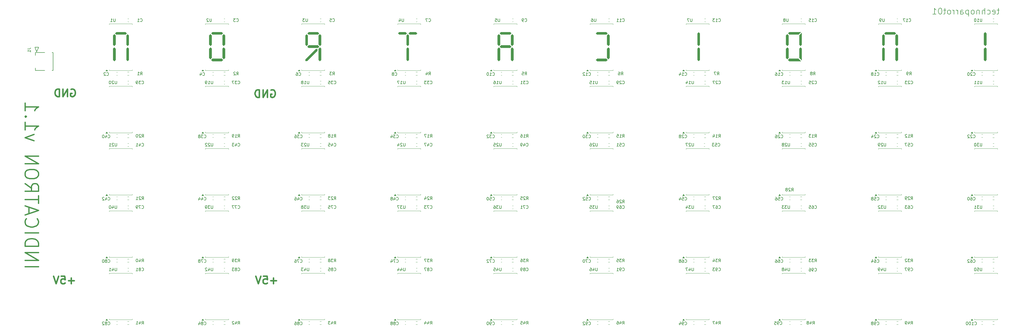
<source format=gbr>
%TF.GenerationSoftware,KiCad,Pcbnew,9.0.3*%
%TF.CreationDate,2025-08-19T04:26:06+03:00*%
%TF.ProjectId,wtf_clock,7774665f-636c-46f6-936b-2e6b69636164,rev?*%
%TF.SameCoordinates,Original*%
%TF.FileFunction,Legend,Bot*%
%TF.FilePolarity,Positive*%
%FSLAX46Y46*%
G04 Gerber Fmt 4.6, Leading zero omitted, Abs format (unit mm)*
G04 Created by KiCad (PCBNEW 9.0.3) date 2025-08-19 04:26:06*
%MOMM*%
%LPD*%
G01*
G04 APERTURE LIST*
%ADD10C,0.508000*%
%ADD11C,0.400000*%
%ADD12C,0.100000*%
%ADD13C,0.200000*%
%ADD14C,0.150000*%
%ADD15C,0.120000*%
%ADD16C,0.127000*%
G04 APERTURE END LIST*
D10*
X109830551Y-119393688D02*
X110072456Y-119272736D01*
X110072456Y-119272736D02*
X110435313Y-119272736D01*
X110435313Y-119272736D02*
X110798170Y-119393688D01*
X110798170Y-119393688D02*
X111040075Y-119635593D01*
X111040075Y-119635593D02*
X111161028Y-119877498D01*
X111161028Y-119877498D02*
X111281980Y-120361307D01*
X111281980Y-120361307D02*
X111281980Y-120724164D01*
X111281980Y-120724164D02*
X111161028Y-121207974D01*
X111161028Y-121207974D02*
X111040075Y-121449879D01*
X111040075Y-121449879D02*
X110798170Y-121691784D01*
X110798170Y-121691784D02*
X110435313Y-121812736D01*
X110435313Y-121812736D02*
X110193409Y-121812736D01*
X110193409Y-121812736D02*
X109830551Y-121691784D01*
X109830551Y-121691784D02*
X109709599Y-121570831D01*
X109709599Y-121570831D02*
X109709599Y-120724164D01*
X109709599Y-120724164D02*
X110193409Y-120724164D01*
X108621028Y-121812736D02*
X108621028Y-119272736D01*
X108621028Y-119272736D02*
X107169599Y-121812736D01*
X107169599Y-121812736D02*
X107169599Y-119272736D01*
X105960076Y-121812736D02*
X105960076Y-119272736D01*
X105960076Y-119272736D02*
X105355314Y-119272736D01*
X105355314Y-119272736D02*
X104992457Y-119393688D01*
X104992457Y-119393688D02*
X104750552Y-119635593D01*
X104750552Y-119635593D02*
X104629599Y-119877498D01*
X104629599Y-119877498D02*
X104508647Y-120361307D01*
X104508647Y-120361307D02*
X104508647Y-120724164D01*
X104508647Y-120724164D02*
X104629599Y-121207974D01*
X104629599Y-121207974D02*
X104750552Y-121449879D01*
X104750552Y-121449879D02*
X104992457Y-121691784D01*
X104992457Y-121691784D02*
X105355314Y-121812736D01*
X105355314Y-121812736D02*
X105960076Y-121812736D01*
X178661028Y-183595117D02*
X176725790Y-183595117D01*
X177693409Y-184562736D02*
X177693409Y-182627498D01*
X174306742Y-182022736D02*
X175516266Y-182022736D01*
X175516266Y-182022736D02*
X175637218Y-183232260D01*
X175637218Y-183232260D02*
X175516266Y-183111307D01*
X175516266Y-183111307D02*
X175274361Y-182990355D01*
X175274361Y-182990355D02*
X174669599Y-182990355D01*
X174669599Y-182990355D02*
X174427694Y-183111307D01*
X174427694Y-183111307D02*
X174306742Y-183232260D01*
X174306742Y-183232260D02*
X174185789Y-183474164D01*
X174185789Y-183474164D02*
X174185789Y-184078926D01*
X174185789Y-184078926D02*
X174306742Y-184320831D01*
X174306742Y-184320831D02*
X174427694Y-184441784D01*
X174427694Y-184441784D02*
X174669599Y-184562736D01*
X174669599Y-184562736D02*
X175274361Y-184562736D01*
X175274361Y-184562736D02*
X175516266Y-184441784D01*
X175516266Y-184441784D02*
X175637218Y-184320831D01*
X173460075Y-182022736D02*
X172613408Y-184562736D01*
X172613408Y-184562736D02*
X171766741Y-182022736D01*
D11*
X94421514Y-178815414D02*
X98921514Y-178815414D01*
X94421514Y-176672557D02*
X98921514Y-176672557D01*
X98921514Y-176672557D02*
X94421514Y-174101128D01*
X94421514Y-174101128D02*
X98921514Y-174101128D01*
X94421514Y-171958271D02*
X98921514Y-171958271D01*
X98921514Y-171958271D02*
X98921514Y-170886842D01*
X98921514Y-170886842D02*
X98707228Y-170243985D01*
X98707228Y-170243985D02*
X98278657Y-169815414D01*
X98278657Y-169815414D02*
X97850085Y-169601128D01*
X97850085Y-169601128D02*
X96992942Y-169386842D01*
X96992942Y-169386842D02*
X96350085Y-169386842D01*
X96350085Y-169386842D02*
X95492942Y-169601128D01*
X95492942Y-169601128D02*
X95064371Y-169815414D01*
X95064371Y-169815414D02*
X94635800Y-170243985D01*
X94635800Y-170243985D02*
X94421514Y-170886842D01*
X94421514Y-170886842D02*
X94421514Y-171958271D01*
X94421514Y-167458271D02*
X98921514Y-167458271D01*
X94850085Y-162743985D02*
X94635800Y-162958271D01*
X94635800Y-162958271D02*
X94421514Y-163601128D01*
X94421514Y-163601128D02*
X94421514Y-164029700D01*
X94421514Y-164029700D02*
X94635800Y-164672557D01*
X94635800Y-164672557D02*
X95064371Y-165101128D01*
X95064371Y-165101128D02*
X95492942Y-165315414D01*
X95492942Y-165315414D02*
X96350085Y-165529700D01*
X96350085Y-165529700D02*
X96992942Y-165529700D01*
X96992942Y-165529700D02*
X97850085Y-165315414D01*
X97850085Y-165315414D02*
X98278657Y-165101128D01*
X98278657Y-165101128D02*
X98707228Y-164672557D01*
X98707228Y-164672557D02*
X98921514Y-164029700D01*
X98921514Y-164029700D02*
X98921514Y-163601128D01*
X98921514Y-163601128D02*
X98707228Y-162958271D01*
X98707228Y-162958271D02*
X98492942Y-162743985D01*
X95707228Y-161029700D02*
X95707228Y-158886843D01*
X94421514Y-161458271D02*
X98921514Y-159958271D01*
X98921514Y-159958271D02*
X94421514Y-158458271D01*
X98921514Y-157601128D02*
X98921514Y-155029700D01*
X94421514Y-156315414D02*
X98921514Y-156315414D01*
X94421514Y-150958271D02*
X96564371Y-152458271D01*
X94421514Y-153529700D02*
X98921514Y-153529700D01*
X98921514Y-153529700D02*
X98921514Y-151815414D01*
X98921514Y-151815414D02*
X98707228Y-151386843D01*
X98707228Y-151386843D02*
X98492942Y-151172557D01*
X98492942Y-151172557D02*
X98064371Y-150958271D01*
X98064371Y-150958271D02*
X97421514Y-150958271D01*
X97421514Y-150958271D02*
X96992942Y-151172557D01*
X96992942Y-151172557D02*
X96778657Y-151386843D01*
X96778657Y-151386843D02*
X96564371Y-151815414D01*
X96564371Y-151815414D02*
X96564371Y-153529700D01*
X98921514Y-148172557D02*
X98921514Y-147315414D01*
X98921514Y-147315414D02*
X98707228Y-146886843D01*
X98707228Y-146886843D02*
X98278657Y-146458271D01*
X98278657Y-146458271D02*
X97421514Y-146243986D01*
X97421514Y-146243986D02*
X95921514Y-146243986D01*
X95921514Y-146243986D02*
X95064371Y-146458271D01*
X95064371Y-146458271D02*
X94635800Y-146886843D01*
X94635800Y-146886843D02*
X94421514Y-147315414D01*
X94421514Y-147315414D02*
X94421514Y-148172557D01*
X94421514Y-148172557D02*
X94635800Y-148601129D01*
X94635800Y-148601129D02*
X95064371Y-149029700D01*
X95064371Y-149029700D02*
X95921514Y-149243986D01*
X95921514Y-149243986D02*
X97421514Y-149243986D01*
X97421514Y-149243986D02*
X98278657Y-149029700D01*
X98278657Y-149029700D02*
X98707228Y-148601129D01*
X98707228Y-148601129D02*
X98921514Y-148172557D01*
X94421514Y-144315414D02*
X98921514Y-144315414D01*
X98921514Y-144315414D02*
X94421514Y-141743985D01*
X94421514Y-141743985D02*
X98921514Y-141743985D01*
X97421514Y-136601128D02*
X94421514Y-135529700D01*
X94421514Y-135529700D02*
X97421514Y-134458271D01*
X94421514Y-130386843D02*
X94421514Y-132958272D01*
X94421514Y-131672557D02*
X98921514Y-131672557D01*
X98921514Y-131672557D02*
X98278657Y-132101129D01*
X98278657Y-132101129D02*
X97850085Y-132529700D01*
X97850085Y-132529700D02*
X97635800Y-132958272D01*
X94850085Y-128458272D02*
X94635800Y-128243986D01*
X94635800Y-128243986D02*
X94421514Y-128458272D01*
X94421514Y-128458272D02*
X94635800Y-128672558D01*
X94635800Y-128672558D02*
X94850085Y-128458272D01*
X94850085Y-128458272D02*
X94421514Y-128458272D01*
X94421514Y-123958272D02*
X94421514Y-126529701D01*
X94421514Y-125243986D02*
X98921514Y-125243986D01*
X98921514Y-125243986D02*
X98278657Y-125672558D01*
X98278657Y-125672558D02*
X97850085Y-126101129D01*
X97850085Y-126101129D02*
X97635800Y-126529701D01*
D12*
G36*
X225859193Y-100598551D02*
G01*
X225415282Y-101043073D01*
X223282431Y-101043073D01*
X222837909Y-100598551D01*
X223282431Y-100147313D01*
X225415282Y-100147313D01*
X225859193Y-100598551D01*
G37*
G36*
X223056507Y-109506088D02*
G01*
X222605879Y-109950000D01*
X222161357Y-109506088D01*
X222161357Y-105719103D01*
X222605879Y-105274581D01*
X223056507Y-105719103D01*
X223056507Y-109506088D01*
G37*
G36*
X223056507Y-104378820D02*
G01*
X222605879Y-104830059D01*
X222161357Y-104378820D01*
X222161357Y-101261671D01*
X222605879Y-100817759D01*
X223056507Y-101261671D01*
X223056507Y-104378820D01*
G37*
G36*
X222379954Y-100598551D02*
G01*
X221935432Y-101043073D01*
X219802581Y-101043073D01*
X219358670Y-100598551D01*
X219802581Y-100147313D01*
X221935432Y-100147313D01*
X222379954Y-100598551D01*
G37*
G36*
X129259193Y-109506088D02*
G01*
X128815282Y-109950000D01*
X128370760Y-109506088D01*
X128370760Y-105719103D01*
X128815282Y-105274581D01*
X129259193Y-105719103D01*
X129259193Y-109506088D01*
G37*
G36*
X129259193Y-104386147D02*
G01*
X128815282Y-104830059D01*
X128370760Y-104386147D01*
X128370760Y-101261671D01*
X128815282Y-100817759D01*
X129259193Y-101261671D01*
X129259193Y-104386147D01*
G37*
G36*
X128589357Y-100598551D02*
G01*
X128145446Y-101043073D01*
X125028297Y-101043073D01*
X124583775Y-100598551D01*
X125028297Y-100154640D01*
X128145446Y-100154640D01*
X128589357Y-100598551D01*
G37*
G36*
X124802372Y-109506088D02*
G01*
X124357850Y-109950000D01*
X123913939Y-109506088D01*
X123913939Y-105719103D01*
X124357850Y-105274581D01*
X124802372Y-105719103D01*
X124802372Y-109506088D01*
G37*
G36*
X124802372Y-104386147D02*
G01*
X124357850Y-104830059D01*
X123913939Y-104386147D01*
X123913939Y-101261671D01*
X124357850Y-100817759D01*
X124802372Y-101261671D01*
X124802372Y-104386147D01*
G37*
G36*
X320529193Y-109506088D02*
G01*
X320085282Y-109950000D01*
X319640760Y-109506088D01*
X319640760Y-105719103D01*
X320085282Y-105274581D01*
X320529193Y-105719103D01*
X320529193Y-109506088D01*
G37*
G36*
X320529193Y-104386147D02*
G01*
X320085282Y-104830059D01*
X319640760Y-104386147D01*
X319640760Y-100598551D01*
X320085282Y-100147313D01*
X320529193Y-100598551D01*
X320529193Y-104386147D01*
G37*
G36*
X290259193Y-108836252D02*
G01*
X289815282Y-109280163D01*
X289370760Y-108836252D01*
X289370760Y-105719103D01*
X289815282Y-105274581D01*
X290259193Y-105719103D01*
X290259193Y-108836252D01*
G37*
G36*
X290259193Y-104378820D02*
G01*
X289815282Y-104830059D01*
X289370760Y-104378820D01*
X289370760Y-101261671D01*
X289815282Y-100817759D01*
X290259193Y-101261671D01*
X290259193Y-104378820D01*
G37*
G36*
X289589357Y-109506088D02*
G01*
X289145446Y-109950000D01*
X286028297Y-109950000D01*
X285583775Y-109506088D01*
X286028297Y-109061566D01*
X289145446Y-109061566D01*
X289589357Y-109506088D01*
G37*
G36*
X289589357Y-100598551D02*
G01*
X289145446Y-101043073D01*
X286028297Y-101043073D01*
X285583775Y-100598551D01*
X286028297Y-100147313D01*
X289145446Y-100147313D01*
X289589357Y-100598551D01*
G37*
G36*
X386859193Y-109506088D02*
G01*
X386415282Y-109950000D01*
X385970760Y-109506088D01*
X385970760Y-105719103D01*
X386415282Y-105274581D01*
X386859193Y-105719103D01*
X386859193Y-109506088D01*
G37*
G36*
X386859193Y-104386147D02*
G01*
X386415282Y-104830059D01*
X385970760Y-104386147D01*
X385970760Y-101261671D01*
X386415282Y-100817759D01*
X386859193Y-101261671D01*
X386859193Y-104386147D01*
G37*
G36*
X386189357Y-100598551D02*
G01*
X385745446Y-101043073D01*
X382628297Y-101043073D01*
X382183775Y-100598551D01*
X382628297Y-100154640D01*
X385745446Y-100154640D01*
X386189357Y-100598551D01*
G37*
G36*
X382402372Y-109506088D02*
G01*
X381957850Y-109950000D01*
X381513939Y-109506088D01*
X381513939Y-105719103D01*
X381957850Y-105274581D01*
X382402372Y-105719103D01*
X382402372Y-109506088D01*
G37*
G36*
X382402372Y-104386147D02*
G01*
X381957850Y-104830059D01*
X381513939Y-104386147D01*
X381513939Y-101261671D01*
X381957850Y-100817759D01*
X382402372Y-101261671D01*
X382402372Y-104386147D01*
G37*
G36*
X416499193Y-109506088D02*
G01*
X416055282Y-109950000D01*
X415610760Y-109506088D01*
X415610760Y-105719103D01*
X416055282Y-105274581D01*
X416499193Y-105719103D01*
X416499193Y-109506088D01*
G37*
G36*
X416499193Y-104386147D02*
G01*
X416055282Y-104830059D01*
X415610760Y-104386147D01*
X415610760Y-100598551D01*
X416055282Y-100147313D01*
X416499193Y-100598551D01*
X416499193Y-104386147D01*
G37*
G36*
X354659193Y-109731402D02*
G01*
X353770760Y-108836252D01*
X353770760Y-105719103D01*
X354215282Y-105274581D01*
X354659193Y-105719103D01*
X354659193Y-109731402D01*
G37*
G36*
X354659193Y-104386147D02*
G01*
X354215282Y-104830059D01*
X353770760Y-104386147D01*
X353770760Y-101261671D01*
X354659193Y-100366521D01*
X354659193Y-104386147D01*
G37*
G36*
X354433879Y-109950000D02*
G01*
X350428297Y-109950000D01*
X349983775Y-109506088D01*
X350428297Y-109061566D01*
X353545446Y-109061566D01*
X354433879Y-109950000D01*
G37*
G36*
X354433879Y-100154640D02*
G01*
X353545446Y-101043073D01*
X350428297Y-101043073D01*
X349983775Y-100598551D01*
X350428297Y-100154640D01*
X354433879Y-100154640D01*
G37*
G36*
X350202372Y-108836252D02*
G01*
X349757850Y-109280163D01*
X349313939Y-108836252D01*
X349313939Y-105719103D01*
X349757850Y-105274581D01*
X350202372Y-105719103D01*
X350202372Y-108836252D01*
G37*
G36*
X350202372Y-104386147D02*
G01*
X349757850Y-104830059D01*
X349313939Y-104386147D01*
X349313939Y-101261671D01*
X349757850Y-100817759D01*
X350202372Y-101261671D01*
X350202372Y-104386147D01*
G37*
D10*
X176830551Y-119643688D02*
X177072456Y-119522736D01*
X177072456Y-119522736D02*
X177435313Y-119522736D01*
X177435313Y-119522736D02*
X177798170Y-119643688D01*
X177798170Y-119643688D02*
X178040075Y-119885593D01*
X178040075Y-119885593D02*
X178161028Y-120127498D01*
X178161028Y-120127498D02*
X178281980Y-120611307D01*
X178281980Y-120611307D02*
X178281980Y-120974164D01*
X178281980Y-120974164D02*
X178161028Y-121457974D01*
X178161028Y-121457974D02*
X178040075Y-121699879D01*
X178040075Y-121699879D02*
X177798170Y-121941784D01*
X177798170Y-121941784D02*
X177435313Y-122062736D01*
X177435313Y-122062736D02*
X177193409Y-122062736D01*
X177193409Y-122062736D02*
X176830551Y-121941784D01*
X176830551Y-121941784D02*
X176709599Y-121820831D01*
X176709599Y-121820831D02*
X176709599Y-120974164D01*
X176709599Y-120974164D02*
X177193409Y-120974164D01*
X175621028Y-122062736D02*
X175621028Y-119522736D01*
X175621028Y-119522736D02*
X174169599Y-122062736D01*
X174169599Y-122062736D02*
X174169599Y-119522736D01*
X172960076Y-122062736D02*
X172960076Y-119522736D01*
X172960076Y-119522736D02*
X172355314Y-119522736D01*
X172355314Y-119522736D02*
X171992457Y-119643688D01*
X171992457Y-119643688D02*
X171750552Y-119885593D01*
X171750552Y-119885593D02*
X171629599Y-120127498D01*
X171629599Y-120127498D02*
X171508647Y-120611307D01*
X171508647Y-120611307D02*
X171508647Y-120974164D01*
X171508647Y-120974164D02*
X171629599Y-121457974D01*
X171629599Y-121457974D02*
X171750552Y-121699879D01*
X171750552Y-121699879D02*
X171992457Y-121941784D01*
X171992457Y-121941784D02*
X172355314Y-122062736D01*
X172355314Y-122062736D02*
X172960076Y-122062736D01*
D12*
G36*
X258059193Y-109506088D02*
G01*
X257615282Y-109950000D01*
X257170760Y-109506088D01*
X257170760Y-105719103D01*
X257615282Y-105274581D01*
X258059193Y-105719103D01*
X258059193Y-109506088D01*
G37*
G36*
X258059193Y-104386147D02*
G01*
X257615282Y-104830059D01*
X257170760Y-104386147D01*
X257170760Y-101261671D01*
X257615282Y-100817759D01*
X258059193Y-101261671D01*
X258059193Y-104386147D01*
G37*
G36*
X257389357Y-105048656D02*
G01*
X256945446Y-105493178D01*
X253828297Y-105493178D01*
X253383775Y-105048656D01*
X253828297Y-104604745D01*
X256945446Y-104604745D01*
X257389357Y-105048656D01*
G37*
G36*
X257389357Y-100598551D02*
G01*
X256945446Y-101043073D01*
X253828297Y-101043073D01*
X253383775Y-100598551D01*
X253828297Y-100154640D01*
X256945446Y-100154640D01*
X257389357Y-100598551D01*
G37*
G36*
X253602372Y-109506088D02*
G01*
X253157850Y-109950000D01*
X252713939Y-109506088D01*
X252713939Y-105719103D01*
X253157850Y-105274581D01*
X253602372Y-105719103D01*
X253602372Y-109506088D01*
G37*
G36*
X253602372Y-104386147D02*
G01*
X253157850Y-104830059D01*
X252713939Y-104386147D01*
X252713939Y-101261671D01*
X253157850Y-100817759D01*
X253602372Y-101261671D01*
X253602372Y-104386147D01*
G37*
D10*
X110911028Y-183595117D02*
X108975790Y-183595117D01*
X109943409Y-184562736D02*
X109943409Y-182627498D01*
X106556742Y-182022736D02*
X107766266Y-182022736D01*
X107766266Y-182022736D02*
X107887218Y-183232260D01*
X107887218Y-183232260D02*
X107766266Y-183111307D01*
X107766266Y-183111307D02*
X107524361Y-182990355D01*
X107524361Y-182990355D02*
X106919599Y-182990355D01*
X106919599Y-182990355D02*
X106677694Y-183111307D01*
X106677694Y-183111307D02*
X106556742Y-183232260D01*
X106556742Y-183232260D02*
X106435789Y-183474164D01*
X106435789Y-183474164D02*
X106435789Y-184078926D01*
X106435789Y-184078926D02*
X106556742Y-184320831D01*
X106556742Y-184320831D02*
X106677694Y-184441784D01*
X106677694Y-184441784D02*
X106919599Y-184562736D01*
X106919599Y-184562736D02*
X107524361Y-184562736D01*
X107524361Y-184562736D02*
X107766266Y-184441784D01*
X107766266Y-184441784D02*
X107887218Y-184320831D01*
X105710075Y-182022736D02*
X104863408Y-184562736D01*
X104863408Y-184562736D02*
X104016741Y-182022736D01*
D12*
G36*
X193659193Y-109506088D02*
G01*
X193215282Y-109950000D01*
X192770760Y-109506088D01*
X192770760Y-105719103D01*
X193215282Y-105274581D01*
X193659193Y-105719103D01*
X193659193Y-109506088D01*
G37*
G36*
X193659193Y-104378820D02*
G01*
X193215282Y-104830059D01*
X192770760Y-104378820D01*
X192770760Y-101261671D01*
X193215282Y-100817759D01*
X193659193Y-101261671D01*
X193659193Y-104378820D01*
G37*
G36*
X192989357Y-105048656D02*
G01*
X192545446Y-105493178D01*
X189428297Y-105493178D01*
X188983775Y-105048656D01*
X189428297Y-104604745D01*
X192545446Y-104604745D01*
X192989357Y-105048656D01*
G37*
G36*
X192989357Y-100598551D02*
G01*
X192545446Y-101043073D01*
X189428297Y-101043073D01*
X188983775Y-100598551D01*
X189428297Y-100147313D01*
X192545446Y-100147313D01*
X192989357Y-100598551D01*
G37*
G36*
X192408670Y-106484193D02*
G01*
X188942864Y-109943283D01*
X188313939Y-109943283D01*
X188313939Y-109314357D01*
X191779745Y-105855879D01*
X192408670Y-105855879D01*
X192408670Y-106484193D01*
G37*
G36*
X189202372Y-104378820D02*
G01*
X188757850Y-104830059D01*
X188313939Y-104378820D01*
X188313939Y-101261671D01*
X188757850Y-100817759D01*
X189202372Y-101261671D01*
X189202372Y-104378820D01*
G37*
G36*
X161459193Y-108836252D02*
G01*
X161015282Y-109280163D01*
X160570760Y-108836252D01*
X160570760Y-105719103D01*
X161015282Y-105274581D01*
X161459193Y-105719103D01*
X161459193Y-108836252D01*
G37*
G36*
X161459193Y-104378820D02*
G01*
X161015282Y-104830059D01*
X160570760Y-104378820D01*
X160570760Y-101261671D01*
X161015282Y-100817759D01*
X161459193Y-101261671D01*
X161459193Y-104378820D01*
G37*
G36*
X160789357Y-109506088D02*
G01*
X160345446Y-109950000D01*
X157228297Y-109950000D01*
X156783775Y-109506088D01*
X157228297Y-109061566D01*
X160345446Y-109061566D01*
X160789357Y-109506088D01*
G37*
G36*
X160789357Y-100598551D02*
G01*
X160345446Y-101043073D01*
X157228297Y-101043073D01*
X156783775Y-100598551D01*
X157228297Y-100147313D01*
X160345446Y-100147313D01*
X160789357Y-100598551D01*
G37*
G36*
X157002372Y-108836252D02*
G01*
X156557850Y-109280163D01*
X156113939Y-108836252D01*
X156113939Y-105719103D01*
X156557850Y-105274581D01*
X157002372Y-105719103D01*
X157002372Y-108836252D01*
G37*
G36*
X157002372Y-104378820D02*
G01*
X156557850Y-104830059D01*
X156113939Y-104378820D01*
X156113939Y-101261671D01*
X156557850Y-100817759D01*
X157002372Y-101261671D01*
X157002372Y-104378820D01*
G37*
D13*
X420754135Y-92811504D02*
X419992231Y-92811504D01*
X420468421Y-92144838D02*
X420468421Y-93859123D01*
X420468421Y-93859123D02*
X420373183Y-94049600D01*
X420373183Y-94049600D02*
X420182707Y-94144838D01*
X420182707Y-94144838D02*
X419992231Y-94144838D01*
X418563659Y-94049600D02*
X418754135Y-94144838D01*
X418754135Y-94144838D02*
X419135088Y-94144838D01*
X419135088Y-94144838D02*
X419325564Y-94049600D01*
X419325564Y-94049600D02*
X419420802Y-93859123D01*
X419420802Y-93859123D02*
X419420802Y-93097219D01*
X419420802Y-93097219D02*
X419325564Y-92906742D01*
X419325564Y-92906742D02*
X419135088Y-92811504D01*
X419135088Y-92811504D02*
X418754135Y-92811504D01*
X418754135Y-92811504D02*
X418563659Y-92906742D01*
X418563659Y-92906742D02*
X418468421Y-93097219D01*
X418468421Y-93097219D02*
X418468421Y-93287695D01*
X418468421Y-93287695D02*
X419420802Y-93478171D01*
X416754135Y-94049600D02*
X416944611Y-94144838D01*
X416944611Y-94144838D02*
X417325564Y-94144838D01*
X417325564Y-94144838D02*
X417516040Y-94049600D01*
X417516040Y-94049600D02*
X417611278Y-93954361D01*
X417611278Y-93954361D02*
X417706516Y-93763885D01*
X417706516Y-93763885D02*
X417706516Y-93192457D01*
X417706516Y-93192457D02*
X417611278Y-93001980D01*
X417611278Y-93001980D02*
X417516040Y-92906742D01*
X417516040Y-92906742D02*
X417325564Y-92811504D01*
X417325564Y-92811504D02*
X416944611Y-92811504D01*
X416944611Y-92811504D02*
X416754135Y-92906742D01*
X415896992Y-94144838D02*
X415896992Y-92144838D01*
X415039849Y-94144838D02*
X415039849Y-93097219D01*
X415039849Y-93097219D02*
X415135087Y-92906742D01*
X415135087Y-92906742D02*
X415325563Y-92811504D01*
X415325563Y-92811504D02*
X415611278Y-92811504D01*
X415611278Y-92811504D02*
X415801754Y-92906742D01*
X415801754Y-92906742D02*
X415896992Y-93001980D01*
X414087468Y-92811504D02*
X414087468Y-94144838D01*
X414087468Y-93001980D02*
X413992230Y-92906742D01*
X413992230Y-92906742D02*
X413801754Y-92811504D01*
X413801754Y-92811504D02*
X413516039Y-92811504D01*
X413516039Y-92811504D02*
X413325563Y-92906742D01*
X413325563Y-92906742D02*
X413230325Y-93097219D01*
X413230325Y-93097219D02*
X413230325Y-94144838D01*
X411992230Y-94144838D02*
X412182706Y-94049600D01*
X412182706Y-94049600D02*
X412277944Y-93954361D01*
X412277944Y-93954361D02*
X412373182Y-93763885D01*
X412373182Y-93763885D02*
X412373182Y-93192457D01*
X412373182Y-93192457D02*
X412277944Y-93001980D01*
X412277944Y-93001980D02*
X412182706Y-92906742D01*
X412182706Y-92906742D02*
X411992230Y-92811504D01*
X411992230Y-92811504D02*
X411706515Y-92811504D01*
X411706515Y-92811504D02*
X411516039Y-92906742D01*
X411516039Y-92906742D02*
X411420801Y-93001980D01*
X411420801Y-93001980D02*
X411325563Y-93192457D01*
X411325563Y-93192457D02*
X411325563Y-93763885D01*
X411325563Y-93763885D02*
X411420801Y-93954361D01*
X411420801Y-93954361D02*
X411516039Y-94049600D01*
X411516039Y-94049600D02*
X411706515Y-94144838D01*
X411706515Y-94144838D02*
X411992230Y-94144838D01*
X410468420Y-92811504D02*
X410468420Y-94811504D01*
X410468420Y-92906742D02*
X410277944Y-92811504D01*
X410277944Y-92811504D02*
X409896991Y-92811504D01*
X409896991Y-92811504D02*
X409706515Y-92906742D01*
X409706515Y-92906742D02*
X409611277Y-93001980D01*
X409611277Y-93001980D02*
X409516039Y-93192457D01*
X409516039Y-93192457D02*
X409516039Y-93763885D01*
X409516039Y-93763885D02*
X409611277Y-93954361D01*
X409611277Y-93954361D02*
X409706515Y-94049600D01*
X409706515Y-94049600D02*
X409896991Y-94144838D01*
X409896991Y-94144838D02*
X410277944Y-94144838D01*
X410277944Y-94144838D02*
X410468420Y-94049600D01*
X407801753Y-94144838D02*
X407801753Y-93097219D01*
X407801753Y-93097219D02*
X407896991Y-92906742D01*
X407896991Y-92906742D02*
X408087467Y-92811504D01*
X408087467Y-92811504D02*
X408468420Y-92811504D01*
X408468420Y-92811504D02*
X408658896Y-92906742D01*
X407801753Y-94049600D02*
X407992229Y-94144838D01*
X407992229Y-94144838D02*
X408468420Y-94144838D01*
X408468420Y-94144838D02*
X408658896Y-94049600D01*
X408658896Y-94049600D02*
X408754134Y-93859123D01*
X408754134Y-93859123D02*
X408754134Y-93668647D01*
X408754134Y-93668647D02*
X408658896Y-93478171D01*
X408658896Y-93478171D02*
X408468420Y-93382933D01*
X408468420Y-93382933D02*
X407992229Y-93382933D01*
X407992229Y-93382933D02*
X407801753Y-93287695D01*
X406849372Y-94144838D02*
X406849372Y-92811504D01*
X406849372Y-93192457D02*
X406754134Y-93001980D01*
X406754134Y-93001980D02*
X406658896Y-92906742D01*
X406658896Y-92906742D02*
X406468420Y-92811504D01*
X406468420Y-92811504D02*
X406277943Y-92811504D01*
X405611277Y-94144838D02*
X405611277Y-92811504D01*
X405611277Y-93192457D02*
X405516039Y-93001980D01*
X405516039Y-93001980D02*
X405420801Y-92906742D01*
X405420801Y-92906742D02*
X405230325Y-92811504D01*
X405230325Y-92811504D02*
X405039848Y-92811504D01*
X404087468Y-94144838D02*
X404277944Y-94049600D01*
X404277944Y-94049600D02*
X404373182Y-93954361D01*
X404373182Y-93954361D02*
X404468420Y-93763885D01*
X404468420Y-93763885D02*
X404468420Y-93192457D01*
X404468420Y-93192457D02*
X404373182Y-93001980D01*
X404373182Y-93001980D02*
X404277944Y-92906742D01*
X404277944Y-92906742D02*
X404087468Y-92811504D01*
X404087468Y-92811504D02*
X403801753Y-92811504D01*
X403801753Y-92811504D02*
X403611277Y-92906742D01*
X403611277Y-92906742D02*
X403516039Y-93001980D01*
X403516039Y-93001980D02*
X403420801Y-93192457D01*
X403420801Y-93192457D02*
X403420801Y-93763885D01*
X403420801Y-93763885D02*
X403516039Y-93954361D01*
X403516039Y-93954361D02*
X403611277Y-94049600D01*
X403611277Y-94049600D02*
X403801753Y-94144838D01*
X403801753Y-94144838D02*
X404087468Y-94144838D01*
X402849372Y-92811504D02*
X402087468Y-92811504D01*
X402563658Y-92144838D02*
X402563658Y-93859123D01*
X402563658Y-93859123D02*
X402468420Y-94049600D01*
X402468420Y-94049600D02*
X402277944Y-94144838D01*
X402277944Y-94144838D02*
X402087468Y-94144838D01*
X401039849Y-92144838D02*
X400849372Y-92144838D01*
X400849372Y-92144838D02*
X400658896Y-92240076D01*
X400658896Y-92240076D02*
X400563658Y-92335314D01*
X400563658Y-92335314D02*
X400468420Y-92525790D01*
X400468420Y-92525790D02*
X400373182Y-92906742D01*
X400373182Y-92906742D02*
X400373182Y-93382933D01*
X400373182Y-93382933D02*
X400468420Y-93763885D01*
X400468420Y-93763885D02*
X400563658Y-93954361D01*
X400563658Y-93954361D02*
X400658896Y-94049600D01*
X400658896Y-94049600D02*
X400849372Y-94144838D01*
X400849372Y-94144838D02*
X401039849Y-94144838D01*
X401039849Y-94144838D02*
X401230325Y-94049600D01*
X401230325Y-94049600D02*
X401325563Y-93954361D01*
X401325563Y-93954361D02*
X401420801Y-93763885D01*
X401420801Y-93763885D02*
X401516039Y-93382933D01*
X401516039Y-93382933D02*
X401516039Y-92906742D01*
X401516039Y-92906742D02*
X401420801Y-92525790D01*
X401420801Y-92525790D02*
X401325563Y-92335314D01*
X401325563Y-92335314D02*
X401230325Y-92240076D01*
X401230325Y-92240076D02*
X401039849Y-92144838D01*
X398468420Y-94144838D02*
X399611277Y-94144838D01*
X399039849Y-94144838D02*
X399039849Y-92144838D01*
X399039849Y-92144838D02*
X399230325Y-92430552D01*
X399230325Y-92430552D02*
X399420801Y-92621028D01*
X399420801Y-92621028D02*
X399611277Y-92716266D01*
D14*
X189538094Y-137454819D02*
X189538094Y-138264342D01*
X189538094Y-138264342D02*
X189490475Y-138359580D01*
X189490475Y-138359580D02*
X189442856Y-138407200D01*
X189442856Y-138407200D02*
X189347618Y-138454819D01*
X189347618Y-138454819D02*
X189157142Y-138454819D01*
X189157142Y-138454819D02*
X189061904Y-138407200D01*
X189061904Y-138407200D02*
X189014285Y-138359580D01*
X189014285Y-138359580D02*
X188966666Y-138264342D01*
X188966666Y-138264342D02*
X188966666Y-137454819D01*
X188538094Y-137550057D02*
X188490475Y-137502438D01*
X188490475Y-137502438D02*
X188395237Y-137454819D01*
X188395237Y-137454819D02*
X188157142Y-137454819D01*
X188157142Y-137454819D02*
X188061904Y-137502438D01*
X188061904Y-137502438D02*
X188014285Y-137550057D01*
X188014285Y-137550057D02*
X187966666Y-137645295D01*
X187966666Y-137645295D02*
X187966666Y-137740533D01*
X187966666Y-137740533D02*
X188014285Y-137883390D01*
X188014285Y-137883390D02*
X188585713Y-138454819D01*
X188585713Y-138454819D02*
X187966666Y-138454819D01*
X187633332Y-137454819D02*
X187014285Y-137454819D01*
X187014285Y-137454819D02*
X187347618Y-137835771D01*
X187347618Y-137835771D02*
X187204761Y-137835771D01*
X187204761Y-137835771D02*
X187109523Y-137883390D01*
X187109523Y-137883390D02*
X187061904Y-137931009D01*
X187061904Y-137931009D02*
X187014285Y-138026247D01*
X187014285Y-138026247D02*
X187014285Y-138264342D01*
X187014285Y-138264342D02*
X187061904Y-138359580D01*
X187061904Y-138359580D02*
X187109523Y-138407200D01*
X187109523Y-138407200D02*
X187204761Y-138454819D01*
X187204761Y-138454819D02*
X187490475Y-138454819D01*
X187490475Y-138454819D02*
X187585713Y-138407200D01*
X187585713Y-138407200D02*
X187633332Y-138359580D01*
X358942857Y-177254819D02*
X359276190Y-176778628D01*
X359514285Y-177254819D02*
X359514285Y-176254819D01*
X359514285Y-176254819D02*
X359133333Y-176254819D01*
X359133333Y-176254819D02*
X359038095Y-176302438D01*
X359038095Y-176302438D02*
X358990476Y-176350057D01*
X358990476Y-176350057D02*
X358942857Y-176445295D01*
X358942857Y-176445295D02*
X358942857Y-176588152D01*
X358942857Y-176588152D02*
X358990476Y-176683390D01*
X358990476Y-176683390D02*
X359038095Y-176731009D01*
X359038095Y-176731009D02*
X359133333Y-176778628D01*
X359133333Y-176778628D02*
X359514285Y-176778628D01*
X358609523Y-176254819D02*
X357990476Y-176254819D01*
X357990476Y-176254819D02*
X358323809Y-176635771D01*
X358323809Y-176635771D02*
X358180952Y-176635771D01*
X358180952Y-176635771D02*
X358085714Y-176683390D01*
X358085714Y-176683390D02*
X358038095Y-176731009D01*
X358038095Y-176731009D02*
X357990476Y-176826247D01*
X357990476Y-176826247D02*
X357990476Y-177064342D01*
X357990476Y-177064342D02*
X358038095Y-177159580D01*
X358038095Y-177159580D02*
X358085714Y-177207200D01*
X358085714Y-177207200D02*
X358180952Y-177254819D01*
X358180952Y-177254819D02*
X358466666Y-177254819D01*
X358466666Y-177254819D02*
X358561904Y-177207200D01*
X358561904Y-177207200D02*
X358609523Y-177159580D01*
X357657142Y-176254819D02*
X357038095Y-176254819D01*
X357038095Y-176254819D02*
X357371428Y-176635771D01*
X357371428Y-176635771D02*
X357228571Y-176635771D01*
X357228571Y-176635771D02*
X357133333Y-176683390D01*
X357133333Y-176683390D02*
X357085714Y-176731009D01*
X357085714Y-176731009D02*
X357038095Y-176826247D01*
X357038095Y-176826247D02*
X357038095Y-177064342D01*
X357038095Y-177064342D02*
X357085714Y-177159580D01*
X357085714Y-177159580D02*
X357133333Y-177207200D01*
X357133333Y-177207200D02*
X357228571Y-177254819D01*
X357228571Y-177254819D02*
X357514285Y-177254819D01*
X357514285Y-177254819D02*
X357609523Y-177207200D01*
X357609523Y-177207200D02*
X357657142Y-177159580D01*
X251042857Y-156459580D02*
X251090476Y-156507200D01*
X251090476Y-156507200D02*
X251233333Y-156554819D01*
X251233333Y-156554819D02*
X251328571Y-156554819D01*
X251328571Y-156554819D02*
X251471428Y-156507200D01*
X251471428Y-156507200D02*
X251566666Y-156411961D01*
X251566666Y-156411961D02*
X251614285Y-156316723D01*
X251614285Y-156316723D02*
X251661904Y-156126247D01*
X251661904Y-156126247D02*
X251661904Y-155983390D01*
X251661904Y-155983390D02*
X251614285Y-155792914D01*
X251614285Y-155792914D02*
X251566666Y-155697676D01*
X251566666Y-155697676D02*
X251471428Y-155602438D01*
X251471428Y-155602438D02*
X251328571Y-155554819D01*
X251328571Y-155554819D02*
X251233333Y-155554819D01*
X251233333Y-155554819D02*
X251090476Y-155602438D01*
X251090476Y-155602438D02*
X251042857Y-155650057D01*
X250138095Y-155554819D02*
X250614285Y-155554819D01*
X250614285Y-155554819D02*
X250661904Y-156031009D01*
X250661904Y-156031009D02*
X250614285Y-155983390D01*
X250614285Y-155983390D02*
X250519047Y-155935771D01*
X250519047Y-155935771D02*
X250280952Y-155935771D01*
X250280952Y-155935771D02*
X250185714Y-155983390D01*
X250185714Y-155983390D02*
X250138095Y-156031009D01*
X250138095Y-156031009D02*
X250090476Y-156126247D01*
X250090476Y-156126247D02*
X250090476Y-156364342D01*
X250090476Y-156364342D02*
X250138095Y-156459580D01*
X250138095Y-156459580D02*
X250185714Y-156507200D01*
X250185714Y-156507200D02*
X250280952Y-156554819D01*
X250280952Y-156554819D02*
X250519047Y-156554819D01*
X250519047Y-156554819D02*
X250614285Y-156507200D01*
X250614285Y-156507200D02*
X250661904Y-156459580D01*
X249471428Y-155554819D02*
X249376190Y-155554819D01*
X249376190Y-155554819D02*
X249280952Y-155602438D01*
X249280952Y-155602438D02*
X249233333Y-155650057D01*
X249233333Y-155650057D02*
X249185714Y-155745295D01*
X249185714Y-155745295D02*
X249138095Y-155935771D01*
X249138095Y-155935771D02*
X249138095Y-156173866D01*
X249138095Y-156173866D02*
X249185714Y-156364342D01*
X249185714Y-156364342D02*
X249233333Y-156459580D01*
X249233333Y-156459580D02*
X249280952Y-156507200D01*
X249280952Y-156507200D02*
X249376190Y-156554819D01*
X249376190Y-156554819D02*
X249471428Y-156554819D01*
X249471428Y-156554819D02*
X249566666Y-156507200D01*
X249566666Y-156507200D02*
X249614285Y-156459580D01*
X249614285Y-156459580D02*
X249661904Y-156364342D01*
X249661904Y-156364342D02*
X249709523Y-156173866D01*
X249709523Y-156173866D02*
X249709523Y-155935771D01*
X249709523Y-155935771D02*
X249661904Y-155745295D01*
X249661904Y-155745295D02*
X249614285Y-155650057D01*
X249614285Y-155650057D02*
X249566666Y-155602438D01*
X249566666Y-155602438D02*
X249471428Y-155554819D01*
X414938094Y-179254819D02*
X414938094Y-180064342D01*
X414938094Y-180064342D02*
X414890475Y-180159580D01*
X414890475Y-180159580D02*
X414842856Y-180207200D01*
X414842856Y-180207200D02*
X414747618Y-180254819D01*
X414747618Y-180254819D02*
X414557142Y-180254819D01*
X414557142Y-180254819D02*
X414461904Y-180207200D01*
X414461904Y-180207200D02*
X414414285Y-180159580D01*
X414414285Y-180159580D02*
X414366666Y-180064342D01*
X414366666Y-180064342D02*
X414366666Y-179254819D01*
X413414285Y-179254819D02*
X413890475Y-179254819D01*
X413890475Y-179254819D02*
X413938094Y-179731009D01*
X413938094Y-179731009D02*
X413890475Y-179683390D01*
X413890475Y-179683390D02*
X413795237Y-179635771D01*
X413795237Y-179635771D02*
X413557142Y-179635771D01*
X413557142Y-179635771D02*
X413461904Y-179683390D01*
X413461904Y-179683390D02*
X413414285Y-179731009D01*
X413414285Y-179731009D02*
X413366666Y-179826247D01*
X413366666Y-179826247D02*
X413366666Y-180064342D01*
X413366666Y-180064342D02*
X413414285Y-180159580D01*
X413414285Y-180159580D02*
X413461904Y-180207200D01*
X413461904Y-180207200D02*
X413557142Y-180254819D01*
X413557142Y-180254819D02*
X413795237Y-180254819D01*
X413795237Y-180254819D02*
X413890475Y-180207200D01*
X413890475Y-180207200D02*
X413938094Y-180159580D01*
X412747618Y-179254819D02*
X412652380Y-179254819D01*
X412652380Y-179254819D02*
X412557142Y-179302438D01*
X412557142Y-179302438D02*
X412509523Y-179350057D01*
X412509523Y-179350057D02*
X412461904Y-179445295D01*
X412461904Y-179445295D02*
X412414285Y-179635771D01*
X412414285Y-179635771D02*
X412414285Y-179873866D01*
X412414285Y-179873866D02*
X412461904Y-180064342D01*
X412461904Y-180064342D02*
X412509523Y-180159580D01*
X412509523Y-180159580D02*
X412557142Y-180207200D01*
X412557142Y-180207200D02*
X412652380Y-180254819D01*
X412652380Y-180254819D02*
X412747618Y-180254819D01*
X412747618Y-180254819D02*
X412842856Y-180207200D01*
X412842856Y-180207200D02*
X412890475Y-180159580D01*
X412890475Y-180159580D02*
X412938094Y-180064342D01*
X412938094Y-180064342D02*
X412985713Y-179873866D01*
X412985713Y-179873866D02*
X412985713Y-179635771D01*
X412985713Y-179635771D02*
X412938094Y-179445295D01*
X412938094Y-179445295D02*
X412890475Y-179350057D01*
X412890475Y-179350057D02*
X412842856Y-179302438D01*
X412842856Y-179302438D02*
X412747618Y-179254819D01*
X218842857Y-135559580D02*
X218890476Y-135607200D01*
X218890476Y-135607200D02*
X219033333Y-135654819D01*
X219033333Y-135654819D02*
X219128571Y-135654819D01*
X219128571Y-135654819D02*
X219271428Y-135607200D01*
X219271428Y-135607200D02*
X219366666Y-135511961D01*
X219366666Y-135511961D02*
X219414285Y-135416723D01*
X219414285Y-135416723D02*
X219461904Y-135226247D01*
X219461904Y-135226247D02*
X219461904Y-135083390D01*
X219461904Y-135083390D02*
X219414285Y-134892914D01*
X219414285Y-134892914D02*
X219366666Y-134797676D01*
X219366666Y-134797676D02*
X219271428Y-134702438D01*
X219271428Y-134702438D02*
X219128571Y-134654819D01*
X219128571Y-134654819D02*
X219033333Y-134654819D01*
X219033333Y-134654819D02*
X218890476Y-134702438D01*
X218890476Y-134702438D02*
X218842857Y-134750057D01*
X218509523Y-134654819D02*
X217890476Y-134654819D01*
X217890476Y-134654819D02*
X218223809Y-135035771D01*
X218223809Y-135035771D02*
X218080952Y-135035771D01*
X218080952Y-135035771D02*
X217985714Y-135083390D01*
X217985714Y-135083390D02*
X217938095Y-135131009D01*
X217938095Y-135131009D02*
X217890476Y-135226247D01*
X217890476Y-135226247D02*
X217890476Y-135464342D01*
X217890476Y-135464342D02*
X217938095Y-135559580D01*
X217938095Y-135559580D02*
X217985714Y-135607200D01*
X217985714Y-135607200D02*
X218080952Y-135654819D01*
X218080952Y-135654819D02*
X218366666Y-135654819D01*
X218366666Y-135654819D02*
X218461904Y-135607200D01*
X218461904Y-135607200D02*
X218509523Y-135559580D01*
X217033333Y-134988152D02*
X217033333Y-135654819D01*
X217271428Y-134607200D02*
X217509523Y-135321485D01*
X217509523Y-135321485D02*
X216890476Y-135321485D01*
X262342857Y-159259580D02*
X262390476Y-159307200D01*
X262390476Y-159307200D02*
X262533333Y-159354819D01*
X262533333Y-159354819D02*
X262628571Y-159354819D01*
X262628571Y-159354819D02*
X262771428Y-159307200D01*
X262771428Y-159307200D02*
X262866666Y-159211961D01*
X262866666Y-159211961D02*
X262914285Y-159116723D01*
X262914285Y-159116723D02*
X262961904Y-158926247D01*
X262961904Y-158926247D02*
X262961904Y-158783390D01*
X262961904Y-158783390D02*
X262914285Y-158592914D01*
X262914285Y-158592914D02*
X262866666Y-158497676D01*
X262866666Y-158497676D02*
X262771428Y-158402438D01*
X262771428Y-158402438D02*
X262628571Y-158354819D01*
X262628571Y-158354819D02*
X262533333Y-158354819D01*
X262533333Y-158354819D02*
X262390476Y-158402438D01*
X262390476Y-158402438D02*
X262342857Y-158450057D01*
X262009523Y-158354819D02*
X261342857Y-158354819D01*
X261342857Y-158354819D02*
X261771428Y-159354819D01*
X260438095Y-159354819D02*
X261009523Y-159354819D01*
X260723809Y-159354819D02*
X260723809Y-158354819D01*
X260723809Y-158354819D02*
X260819047Y-158497676D01*
X260819047Y-158497676D02*
X260914285Y-158592914D01*
X260914285Y-158592914D02*
X261009523Y-158640533D01*
X382738094Y-158354819D02*
X382738094Y-159164342D01*
X382738094Y-159164342D02*
X382690475Y-159259580D01*
X382690475Y-159259580D02*
X382642856Y-159307200D01*
X382642856Y-159307200D02*
X382547618Y-159354819D01*
X382547618Y-159354819D02*
X382357142Y-159354819D01*
X382357142Y-159354819D02*
X382261904Y-159307200D01*
X382261904Y-159307200D02*
X382214285Y-159259580D01*
X382214285Y-159259580D02*
X382166666Y-159164342D01*
X382166666Y-159164342D02*
X382166666Y-158354819D01*
X381785713Y-158354819D02*
X381166666Y-158354819D01*
X381166666Y-158354819D02*
X381499999Y-158735771D01*
X381499999Y-158735771D02*
X381357142Y-158735771D01*
X381357142Y-158735771D02*
X381261904Y-158783390D01*
X381261904Y-158783390D02*
X381214285Y-158831009D01*
X381214285Y-158831009D02*
X381166666Y-158926247D01*
X381166666Y-158926247D02*
X381166666Y-159164342D01*
X381166666Y-159164342D02*
X381214285Y-159259580D01*
X381214285Y-159259580D02*
X381261904Y-159307200D01*
X381261904Y-159307200D02*
X381357142Y-159354819D01*
X381357142Y-159354819D02*
X381642856Y-159354819D01*
X381642856Y-159354819D02*
X381738094Y-159307200D01*
X381738094Y-159307200D02*
X381785713Y-159259580D01*
X380785713Y-158450057D02*
X380738094Y-158402438D01*
X380738094Y-158402438D02*
X380642856Y-158354819D01*
X380642856Y-158354819D02*
X380404761Y-158354819D01*
X380404761Y-158354819D02*
X380309523Y-158402438D01*
X380309523Y-158402438D02*
X380261904Y-158450057D01*
X380261904Y-158450057D02*
X380214285Y-158545295D01*
X380214285Y-158545295D02*
X380214285Y-158640533D01*
X380214285Y-158640533D02*
X380261904Y-158783390D01*
X380261904Y-158783390D02*
X380833332Y-159354819D01*
X380833332Y-159354819D02*
X380214285Y-159354819D01*
X347642857Y-156459580D02*
X347690476Y-156507200D01*
X347690476Y-156507200D02*
X347833333Y-156554819D01*
X347833333Y-156554819D02*
X347928571Y-156554819D01*
X347928571Y-156554819D02*
X348071428Y-156507200D01*
X348071428Y-156507200D02*
X348166666Y-156411961D01*
X348166666Y-156411961D02*
X348214285Y-156316723D01*
X348214285Y-156316723D02*
X348261904Y-156126247D01*
X348261904Y-156126247D02*
X348261904Y-155983390D01*
X348261904Y-155983390D02*
X348214285Y-155792914D01*
X348214285Y-155792914D02*
X348166666Y-155697676D01*
X348166666Y-155697676D02*
X348071428Y-155602438D01*
X348071428Y-155602438D02*
X347928571Y-155554819D01*
X347928571Y-155554819D02*
X347833333Y-155554819D01*
X347833333Y-155554819D02*
X347690476Y-155602438D01*
X347690476Y-155602438D02*
X347642857Y-155650057D01*
X346738095Y-155554819D02*
X347214285Y-155554819D01*
X347214285Y-155554819D02*
X347261904Y-156031009D01*
X347261904Y-156031009D02*
X347214285Y-155983390D01*
X347214285Y-155983390D02*
X347119047Y-155935771D01*
X347119047Y-155935771D02*
X346880952Y-155935771D01*
X346880952Y-155935771D02*
X346785714Y-155983390D01*
X346785714Y-155983390D02*
X346738095Y-156031009D01*
X346738095Y-156031009D02*
X346690476Y-156126247D01*
X346690476Y-156126247D02*
X346690476Y-156364342D01*
X346690476Y-156364342D02*
X346738095Y-156459580D01*
X346738095Y-156459580D02*
X346785714Y-156507200D01*
X346785714Y-156507200D02*
X346880952Y-156554819D01*
X346880952Y-156554819D02*
X347119047Y-156554819D01*
X347119047Y-156554819D02*
X347214285Y-156507200D01*
X347214285Y-156507200D02*
X347261904Y-156459580D01*
X345833333Y-155554819D02*
X346023809Y-155554819D01*
X346023809Y-155554819D02*
X346119047Y-155602438D01*
X346119047Y-155602438D02*
X346166666Y-155650057D01*
X346166666Y-155650057D02*
X346261904Y-155792914D01*
X346261904Y-155792914D02*
X346309523Y-155983390D01*
X346309523Y-155983390D02*
X346309523Y-156364342D01*
X346309523Y-156364342D02*
X346261904Y-156459580D01*
X346261904Y-156459580D02*
X346214285Y-156507200D01*
X346214285Y-156507200D02*
X346119047Y-156554819D01*
X346119047Y-156554819D02*
X345928571Y-156554819D01*
X345928571Y-156554819D02*
X345833333Y-156507200D01*
X345833333Y-156507200D02*
X345785714Y-156459580D01*
X345785714Y-156459580D02*
X345738095Y-156364342D01*
X345738095Y-156364342D02*
X345738095Y-156126247D01*
X345738095Y-156126247D02*
X345785714Y-156031009D01*
X345785714Y-156031009D02*
X345833333Y-155983390D01*
X345833333Y-155983390D02*
X345928571Y-155935771D01*
X345928571Y-155935771D02*
X346119047Y-155935771D01*
X346119047Y-155935771D02*
X346214285Y-155983390D01*
X346214285Y-155983390D02*
X346261904Y-156031009D01*
X346261904Y-156031009D02*
X346309523Y-156126247D01*
X122242857Y-198259580D02*
X122290476Y-198307200D01*
X122290476Y-198307200D02*
X122433333Y-198354819D01*
X122433333Y-198354819D02*
X122528571Y-198354819D01*
X122528571Y-198354819D02*
X122671428Y-198307200D01*
X122671428Y-198307200D02*
X122766666Y-198211961D01*
X122766666Y-198211961D02*
X122814285Y-198116723D01*
X122814285Y-198116723D02*
X122861904Y-197926247D01*
X122861904Y-197926247D02*
X122861904Y-197783390D01*
X122861904Y-197783390D02*
X122814285Y-197592914D01*
X122814285Y-197592914D02*
X122766666Y-197497676D01*
X122766666Y-197497676D02*
X122671428Y-197402438D01*
X122671428Y-197402438D02*
X122528571Y-197354819D01*
X122528571Y-197354819D02*
X122433333Y-197354819D01*
X122433333Y-197354819D02*
X122290476Y-197402438D01*
X122290476Y-197402438D02*
X122242857Y-197450057D01*
X121671428Y-197783390D02*
X121766666Y-197735771D01*
X121766666Y-197735771D02*
X121814285Y-197688152D01*
X121814285Y-197688152D02*
X121861904Y-197592914D01*
X121861904Y-197592914D02*
X121861904Y-197545295D01*
X121861904Y-197545295D02*
X121814285Y-197450057D01*
X121814285Y-197450057D02*
X121766666Y-197402438D01*
X121766666Y-197402438D02*
X121671428Y-197354819D01*
X121671428Y-197354819D02*
X121480952Y-197354819D01*
X121480952Y-197354819D02*
X121385714Y-197402438D01*
X121385714Y-197402438D02*
X121338095Y-197450057D01*
X121338095Y-197450057D02*
X121290476Y-197545295D01*
X121290476Y-197545295D02*
X121290476Y-197592914D01*
X121290476Y-197592914D02*
X121338095Y-197688152D01*
X121338095Y-197688152D02*
X121385714Y-197735771D01*
X121385714Y-197735771D02*
X121480952Y-197783390D01*
X121480952Y-197783390D02*
X121671428Y-197783390D01*
X121671428Y-197783390D02*
X121766666Y-197831009D01*
X121766666Y-197831009D02*
X121814285Y-197878628D01*
X121814285Y-197878628D02*
X121861904Y-197973866D01*
X121861904Y-197973866D02*
X121861904Y-198164342D01*
X121861904Y-198164342D02*
X121814285Y-198259580D01*
X121814285Y-198259580D02*
X121766666Y-198307200D01*
X121766666Y-198307200D02*
X121671428Y-198354819D01*
X121671428Y-198354819D02*
X121480952Y-198354819D01*
X121480952Y-198354819D02*
X121385714Y-198307200D01*
X121385714Y-198307200D02*
X121338095Y-198259580D01*
X121338095Y-198259580D02*
X121290476Y-198164342D01*
X121290476Y-198164342D02*
X121290476Y-197973866D01*
X121290476Y-197973866D02*
X121338095Y-197878628D01*
X121338095Y-197878628D02*
X121385714Y-197831009D01*
X121385714Y-197831009D02*
X121480952Y-197783390D01*
X120909523Y-197450057D02*
X120861904Y-197402438D01*
X120861904Y-197402438D02*
X120766666Y-197354819D01*
X120766666Y-197354819D02*
X120528571Y-197354819D01*
X120528571Y-197354819D02*
X120433333Y-197402438D01*
X120433333Y-197402438D02*
X120385714Y-197450057D01*
X120385714Y-197450057D02*
X120338095Y-197545295D01*
X120338095Y-197545295D02*
X120338095Y-197640533D01*
X120338095Y-197640533D02*
X120385714Y-197783390D01*
X120385714Y-197783390D02*
X120957142Y-198354819D01*
X120957142Y-198354819D02*
X120338095Y-198354819D01*
X326742857Y-180159580D02*
X326790476Y-180207200D01*
X326790476Y-180207200D02*
X326933333Y-180254819D01*
X326933333Y-180254819D02*
X327028571Y-180254819D01*
X327028571Y-180254819D02*
X327171428Y-180207200D01*
X327171428Y-180207200D02*
X327266666Y-180111961D01*
X327266666Y-180111961D02*
X327314285Y-180016723D01*
X327314285Y-180016723D02*
X327361904Y-179826247D01*
X327361904Y-179826247D02*
X327361904Y-179683390D01*
X327361904Y-179683390D02*
X327314285Y-179492914D01*
X327314285Y-179492914D02*
X327266666Y-179397676D01*
X327266666Y-179397676D02*
X327171428Y-179302438D01*
X327171428Y-179302438D02*
X327028571Y-179254819D01*
X327028571Y-179254819D02*
X326933333Y-179254819D01*
X326933333Y-179254819D02*
X326790476Y-179302438D01*
X326790476Y-179302438D02*
X326742857Y-179350057D01*
X326266666Y-180254819D02*
X326076190Y-180254819D01*
X326076190Y-180254819D02*
X325980952Y-180207200D01*
X325980952Y-180207200D02*
X325933333Y-180159580D01*
X325933333Y-180159580D02*
X325838095Y-180016723D01*
X325838095Y-180016723D02*
X325790476Y-179826247D01*
X325790476Y-179826247D02*
X325790476Y-179445295D01*
X325790476Y-179445295D02*
X325838095Y-179350057D01*
X325838095Y-179350057D02*
X325885714Y-179302438D01*
X325885714Y-179302438D02*
X325980952Y-179254819D01*
X325980952Y-179254819D02*
X326171428Y-179254819D01*
X326171428Y-179254819D02*
X326266666Y-179302438D01*
X326266666Y-179302438D02*
X326314285Y-179350057D01*
X326314285Y-179350057D02*
X326361904Y-179445295D01*
X326361904Y-179445295D02*
X326361904Y-179683390D01*
X326361904Y-179683390D02*
X326314285Y-179778628D01*
X326314285Y-179778628D02*
X326266666Y-179826247D01*
X326266666Y-179826247D02*
X326171428Y-179873866D01*
X326171428Y-179873866D02*
X325980952Y-179873866D01*
X325980952Y-179873866D02*
X325885714Y-179826247D01*
X325885714Y-179826247D02*
X325838095Y-179778628D01*
X325838095Y-179778628D02*
X325790476Y-179683390D01*
X325457142Y-179254819D02*
X324838095Y-179254819D01*
X324838095Y-179254819D02*
X325171428Y-179635771D01*
X325171428Y-179635771D02*
X325028571Y-179635771D01*
X325028571Y-179635771D02*
X324933333Y-179683390D01*
X324933333Y-179683390D02*
X324885714Y-179731009D01*
X324885714Y-179731009D02*
X324838095Y-179826247D01*
X324838095Y-179826247D02*
X324838095Y-180064342D01*
X324838095Y-180064342D02*
X324885714Y-180159580D01*
X324885714Y-180159580D02*
X324933333Y-180207200D01*
X324933333Y-180207200D02*
X325028571Y-180254819D01*
X325028571Y-180254819D02*
X325314285Y-180254819D01*
X325314285Y-180254819D02*
X325409523Y-180207200D01*
X325409523Y-180207200D02*
X325457142Y-180159580D01*
X261866666Y-114554819D02*
X262199999Y-114078628D01*
X262438094Y-114554819D02*
X262438094Y-113554819D01*
X262438094Y-113554819D02*
X262057142Y-113554819D01*
X262057142Y-113554819D02*
X261961904Y-113602438D01*
X261961904Y-113602438D02*
X261914285Y-113650057D01*
X261914285Y-113650057D02*
X261866666Y-113745295D01*
X261866666Y-113745295D02*
X261866666Y-113888152D01*
X261866666Y-113888152D02*
X261914285Y-113983390D01*
X261914285Y-113983390D02*
X261961904Y-114031009D01*
X261961904Y-114031009D02*
X262057142Y-114078628D01*
X262057142Y-114078628D02*
X262438094Y-114078628D01*
X260961904Y-113554819D02*
X261438094Y-113554819D01*
X261438094Y-113554819D02*
X261485713Y-114031009D01*
X261485713Y-114031009D02*
X261438094Y-113983390D01*
X261438094Y-113983390D02*
X261342856Y-113935771D01*
X261342856Y-113935771D02*
X261104761Y-113935771D01*
X261104761Y-113935771D02*
X261009523Y-113983390D01*
X261009523Y-113983390D02*
X260961904Y-114031009D01*
X260961904Y-114031009D02*
X260914285Y-114126247D01*
X260914285Y-114126247D02*
X260914285Y-114364342D01*
X260914285Y-114364342D02*
X260961904Y-114459580D01*
X260961904Y-114459580D02*
X261009523Y-114507200D01*
X261009523Y-114507200D02*
X261104761Y-114554819D01*
X261104761Y-114554819D02*
X261342856Y-114554819D01*
X261342856Y-114554819D02*
X261438094Y-114507200D01*
X261438094Y-114507200D02*
X261485713Y-114459580D01*
X262342857Y-198154819D02*
X262676190Y-197678628D01*
X262914285Y-198154819D02*
X262914285Y-197154819D01*
X262914285Y-197154819D02*
X262533333Y-197154819D01*
X262533333Y-197154819D02*
X262438095Y-197202438D01*
X262438095Y-197202438D02*
X262390476Y-197250057D01*
X262390476Y-197250057D02*
X262342857Y-197345295D01*
X262342857Y-197345295D02*
X262342857Y-197488152D01*
X262342857Y-197488152D02*
X262390476Y-197583390D01*
X262390476Y-197583390D02*
X262438095Y-197631009D01*
X262438095Y-197631009D02*
X262533333Y-197678628D01*
X262533333Y-197678628D02*
X262914285Y-197678628D01*
X261485714Y-197488152D02*
X261485714Y-198154819D01*
X261723809Y-197107200D02*
X261961904Y-197821485D01*
X261961904Y-197821485D02*
X261342857Y-197821485D01*
X260485714Y-197154819D02*
X260961904Y-197154819D01*
X260961904Y-197154819D02*
X261009523Y-197631009D01*
X261009523Y-197631009D02*
X260961904Y-197583390D01*
X260961904Y-197583390D02*
X260866666Y-197535771D01*
X260866666Y-197535771D02*
X260628571Y-197535771D01*
X260628571Y-197535771D02*
X260533333Y-197583390D01*
X260533333Y-197583390D02*
X260485714Y-197631009D01*
X260485714Y-197631009D02*
X260438095Y-197726247D01*
X260438095Y-197726247D02*
X260438095Y-197964342D01*
X260438095Y-197964342D02*
X260485714Y-198059580D01*
X260485714Y-198059580D02*
X260533333Y-198107200D01*
X260533333Y-198107200D02*
X260628571Y-198154819D01*
X260628571Y-198154819D02*
X260866666Y-198154819D01*
X260866666Y-198154819D02*
X260961904Y-198107200D01*
X260961904Y-198107200D02*
X261009523Y-198059580D01*
X315442857Y-156459580D02*
X315490476Y-156507200D01*
X315490476Y-156507200D02*
X315633333Y-156554819D01*
X315633333Y-156554819D02*
X315728571Y-156554819D01*
X315728571Y-156554819D02*
X315871428Y-156507200D01*
X315871428Y-156507200D02*
X315966666Y-156411961D01*
X315966666Y-156411961D02*
X316014285Y-156316723D01*
X316014285Y-156316723D02*
X316061904Y-156126247D01*
X316061904Y-156126247D02*
X316061904Y-155983390D01*
X316061904Y-155983390D02*
X316014285Y-155792914D01*
X316014285Y-155792914D02*
X315966666Y-155697676D01*
X315966666Y-155697676D02*
X315871428Y-155602438D01*
X315871428Y-155602438D02*
X315728571Y-155554819D01*
X315728571Y-155554819D02*
X315633333Y-155554819D01*
X315633333Y-155554819D02*
X315490476Y-155602438D01*
X315490476Y-155602438D02*
X315442857Y-155650057D01*
X314538095Y-155554819D02*
X315014285Y-155554819D01*
X315014285Y-155554819D02*
X315061904Y-156031009D01*
X315061904Y-156031009D02*
X315014285Y-155983390D01*
X315014285Y-155983390D02*
X314919047Y-155935771D01*
X314919047Y-155935771D02*
X314680952Y-155935771D01*
X314680952Y-155935771D02*
X314585714Y-155983390D01*
X314585714Y-155983390D02*
X314538095Y-156031009D01*
X314538095Y-156031009D02*
X314490476Y-156126247D01*
X314490476Y-156126247D02*
X314490476Y-156364342D01*
X314490476Y-156364342D02*
X314538095Y-156459580D01*
X314538095Y-156459580D02*
X314585714Y-156507200D01*
X314585714Y-156507200D02*
X314680952Y-156554819D01*
X314680952Y-156554819D02*
X314919047Y-156554819D01*
X314919047Y-156554819D02*
X315014285Y-156507200D01*
X315014285Y-156507200D02*
X315061904Y-156459580D01*
X313633333Y-155888152D02*
X313633333Y-156554819D01*
X313871428Y-155507200D02*
X314109523Y-156221485D01*
X314109523Y-156221485D02*
X313490476Y-156221485D01*
X189061904Y-95654819D02*
X189061904Y-96464342D01*
X189061904Y-96464342D02*
X189014285Y-96559580D01*
X189014285Y-96559580D02*
X188966666Y-96607200D01*
X188966666Y-96607200D02*
X188871428Y-96654819D01*
X188871428Y-96654819D02*
X188680952Y-96654819D01*
X188680952Y-96654819D02*
X188585714Y-96607200D01*
X188585714Y-96607200D02*
X188538095Y-96559580D01*
X188538095Y-96559580D02*
X188490476Y-96464342D01*
X188490476Y-96464342D02*
X188490476Y-95654819D01*
X188109523Y-95654819D02*
X187490476Y-95654819D01*
X187490476Y-95654819D02*
X187823809Y-96035771D01*
X187823809Y-96035771D02*
X187680952Y-96035771D01*
X187680952Y-96035771D02*
X187585714Y-96083390D01*
X187585714Y-96083390D02*
X187538095Y-96131009D01*
X187538095Y-96131009D02*
X187490476Y-96226247D01*
X187490476Y-96226247D02*
X187490476Y-96464342D01*
X187490476Y-96464342D02*
X187538095Y-96559580D01*
X187538095Y-96559580D02*
X187585714Y-96607200D01*
X187585714Y-96607200D02*
X187680952Y-96654819D01*
X187680952Y-96654819D02*
X187966666Y-96654819D01*
X187966666Y-96654819D02*
X188061904Y-96607200D01*
X188061904Y-96607200D02*
X188109523Y-96559580D01*
X156861904Y-95654819D02*
X156861904Y-96464342D01*
X156861904Y-96464342D02*
X156814285Y-96559580D01*
X156814285Y-96559580D02*
X156766666Y-96607200D01*
X156766666Y-96607200D02*
X156671428Y-96654819D01*
X156671428Y-96654819D02*
X156480952Y-96654819D01*
X156480952Y-96654819D02*
X156385714Y-96607200D01*
X156385714Y-96607200D02*
X156338095Y-96559580D01*
X156338095Y-96559580D02*
X156290476Y-96464342D01*
X156290476Y-96464342D02*
X156290476Y-95654819D01*
X155861904Y-95750057D02*
X155814285Y-95702438D01*
X155814285Y-95702438D02*
X155719047Y-95654819D01*
X155719047Y-95654819D02*
X155480952Y-95654819D01*
X155480952Y-95654819D02*
X155385714Y-95702438D01*
X155385714Y-95702438D02*
X155338095Y-95750057D01*
X155338095Y-95750057D02*
X155290476Y-95845295D01*
X155290476Y-95845295D02*
X155290476Y-95940533D01*
X155290476Y-95940533D02*
X155338095Y-96083390D01*
X155338095Y-96083390D02*
X155909523Y-96654819D01*
X155909523Y-96654819D02*
X155290476Y-96654819D01*
X154442857Y-177359580D02*
X154490476Y-177407200D01*
X154490476Y-177407200D02*
X154633333Y-177454819D01*
X154633333Y-177454819D02*
X154728571Y-177454819D01*
X154728571Y-177454819D02*
X154871428Y-177407200D01*
X154871428Y-177407200D02*
X154966666Y-177311961D01*
X154966666Y-177311961D02*
X155014285Y-177216723D01*
X155014285Y-177216723D02*
X155061904Y-177026247D01*
X155061904Y-177026247D02*
X155061904Y-176883390D01*
X155061904Y-176883390D02*
X155014285Y-176692914D01*
X155014285Y-176692914D02*
X154966666Y-176597676D01*
X154966666Y-176597676D02*
X154871428Y-176502438D01*
X154871428Y-176502438D02*
X154728571Y-176454819D01*
X154728571Y-176454819D02*
X154633333Y-176454819D01*
X154633333Y-176454819D02*
X154490476Y-176502438D01*
X154490476Y-176502438D02*
X154442857Y-176550057D01*
X154109523Y-176454819D02*
X153442857Y-176454819D01*
X153442857Y-176454819D02*
X153871428Y-177454819D01*
X152919047Y-176883390D02*
X153014285Y-176835771D01*
X153014285Y-176835771D02*
X153061904Y-176788152D01*
X153061904Y-176788152D02*
X153109523Y-176692914D01*
X153109523Y-176692914D02*
X153109523Y-176645295D01*
X153109523Y-176645295D02*
X153061904Y-176550057D01*
X153061904Y-176550057D02*
X153014285Y-176502438D01*
X153014285Y-176502438D02*
X152919047Y-176454819D01*
X152919047Y-176454819D02*
X152728571Y-176454819D01*
X152728571Y-176454819D02*
X152633333Y-176502438D01*
X152633333Y-176502438D02*
X152585714Y-176550057D01*
X152585714Y-176550057D02*
X152538095Y-176645295D01*
X152538095Y-176645295D02*
X152538095Y-176692914D01*
X152538095Y-176692914D02*
X152585714Y-176788152D01*
X152585714Y-176788152D02*
X152633333Y-176835771D01*
X152633333Y-176835771D02*
X152728571Y-176883390D01*
X152728571Y-176883390D02*
X152919047Y-176883390D01*
X152919047Y-176883390D02*
X153014285Y-176931009D01*
X153014285Y-176931009D02*
X153061904Y-176978628D01*
X153061904Y-176978628D02*
X153109523Y-177073866D01*
X153109523Y-177073866D02*
X153109523Y-177264342D01*
X153109523Y-177264342D02*
X153061904Y-177359580D01*
X153061904Y-177359580D02*
X153014285Y-177407200D01*
X153014285Y-177407200D02*
X152919047Y-177454819D01*
X152919047Y-177454819D02*
X152728571Y-177454819D01*
X152728571Y-177454819D02*
X152633333Y-177407200D01*
X152633333Y-177407200D02*
X152585714Y-177359580D01*
X152585714Y-177359580D02*
X152538095Y-177264342D01*
X152538095Y-177264342D02*
X152538095Y-177073866D01*
X152538095Y-177073866D02*
X152585714Y-176978628D01*
X152585714Y-176978628D02*
X152633333Y-176931009D01*
X152633333Y-176931009D02*
X152728571Y-176883390D01*
X251042857Y-198259580D02*
X251090476Y-198307200D01*
X251090476Y-198307200D02*
X251233333Y-198354819D01*
X251233333Y-198354819D02*
X251328571Y-198354819D01*
X251328571Y-198354819D02*
X251471428Y-198307200D01*
X251471428Y-198307200D02*
X251566666Y-198211961D01*
X251566666Y-198211961D02*
X251614285Y-198116723D01*
X251614285Y-198116723D02*
X251661904Y-197926247D01*
X251661904Y-197926247D02*
X251661904Y-197783390D01*
X251661904Y-197783390D02*
X251614285Y-197592914D01*
X251614285Y-197592914D02*
X251566666Y-197497676D01*
X251566666Y-197497676D02*
X251471428Y-197402438D01*
X251471428Y-197402438D02*
X251328571Y-197354819D01*
X251328571Y-197354819D02*
X251233333Y-197354819D01*
X251233333Y-197354819D02*
X251090476Y-197402438D01*
X251090476Y-197402438D02*
X251042857Y-197450057D01*
X250566666Y-198354819D02*
X250376190Y-198354819D01*
X250376190Y-198354819D02*
X250280952Y-198307200D01*
X250280952Y-198307200D02*
X250233333Y-198259580D01*
X250233333Y-198259580D02*
X250138095Y-198116723D01*
X250138095Y-198116723D02*
X250090476Y-197926247D01*
X250090476Y-197926247D02*
X250090476Y-197545295D01*
X250090476Y-197545295D02*
X250138095Y-197450057D01*
X250138095Y-197450057D02*
X250185714Y-197402438D01*
X250185714Y-197402438D02*
X250280952Y-197354819D01*
X250280952Y-197354819D02*
X250471428Y-197354819D01*
X250471428Y-197354819D02*
X250566666Y-197402438D01*
X250566666Y-197402438D02*
X250614285Y-197450057D01*
X250614285Y-197450057D02*
X250661904Y-197545295D01*
X250661904Y-197545295D02*
X250661904Y-197783390D01*
X250661904Y-197783390D02*
X250614285Y-197878628D01*
X250614285Y-197878628D02*
X250566666Y-197926247D01*
X250566666Y-197926247D02*
X250471428Y-197973866D01*
X250471428Y-197973866D02*
X250280952Y-197973866D01*
X250280952Y-197973866D02*
X250185714Y-197926247D01*
X250185714Y-197926247D02*
X250138095Y-197878628D01*
X250138095Y-197878628D02*
X250090476Y-197783390D01*
X249471428Y-197354819D02*
X249376190Y-197354819D01*
X249376190Y-197354819D02*
X249280952Y-197402438D01*
X249280952Y-197402438D02*
X249233333Y-197450057D01*
X249233333Y-197450057D02*
X249185714Y-197545295D01*
X249185714Y-197545295D02*
X249138095Y-197735771D01*
X249138095Y-197735771D02*
X249138095Y-197973866D01*
X249138095Y-197973866D02*
X249185714Y-198164342D01*
X249185714Y-198164342D02*
X249233333Y-198259580D01*
X249233333Y-198259580D02*
X249280952Y-198307200D01*
X249280952Y-198307200D02*
X249376190Y-198354819D01*
X249376190Y-198354819D02*
X249471428Y-198354819D01*
X249471428Y-198354819D02*
X249566666Y-198307200D01*
X249566666Y-198307200D02*
X249614285Y-198259580D01*
X249614285Y-198259580D02*
X249661904Y-198164342D01*
X249661904Y-198164342D02*
X249709523Y-197973866D01*
X249709523Y-197973866D02*
X249709523Y-197735771D01*
X249709523Y-197735771D02*
X249661904Y-197545295D01*
X249661904Y-197545295D02*
X249614285Y-197450057D01*
X249614285Y-197450057D02*
X249566666Y-197402438D01*
X249566666Y-197402438D02*
X249471428Y-197354819D01*
X358942857Y-180259580D02*
X358990476Y-180307200D01*
X358990476Y-180307200D02*
X359133333Y-180354819D01*
X359133333Y-180354819D02*
X359228571Y-180354819D01*
X359228571Y-180354819D02*
X359371428Y-180307200D01*
X359371428Y-180307200D02*
X359466666Y-180211961D01*
X359466666Y-180211961D02*
X359514285Y-180116723D01*
X359514285Y-180116723D02*
X359561904Y-179926247D01*
X359561904Y-179926247D02*
X359561904Y-179783390D01*
X359561904Y-179783390D02*
X359514285Y-179592914D01*
X359514285Y-179592914D02*
X359466666Y-179497676D01*
X359466666Y-179497676D02*
X359371428Y-179402438D01*
X359371428Y-179402438D02*
X359228571Y-179354819D01*
X359228571Y-179354819D02*
X359133333Y-179354819D01*
X359133333Y-179354819D02*
X358990476Y-179402438D01*
X358990476Y-179402438D02*
X358942857Y-179450057D01*
X358466666Y-180354819D02*
X358276190Y-180354819D01*
X358276190Y-180354819D02*
X358180952Y-180307200D01*
X358180952Y-180307200D02*
X358133333Y-180259580D01*
X358133333Y-180259580D02*
X358038095Y-180116723D01*
X358038095Y-180116723D02*
X357990476Y-179926247D01*
X357990476Y-179926247D02*
X357990476Y-179545295D01*
X357990476Y-179545295D02*
X358038095Y-179450057D01*
X358038095Y-179450057D02*
X358085714Y-179402438D01*
X358085714Y-179402438D02*
X358180952Y-179354819D01*
X358180952Y-179354819D02*
X358371428Y-179354819D01*
X358371428Y-179354819D02*
X358466666Y-179402438D01*
X358466666Y-179402438D02*
X358514285Y-179450057D01*
X358514285Y-179450057D02*
X358561904Y-179545295D01*
X358561904Y-179545295D02*
X358561904Y-179783390D01*
X358561904Y-179783390D02*
X358514285Y-179878628D01*
X358514285Y-179878628D02*
X358466666Y-179926247D01*
X358466666Y-179926247D02*
X358371428Y-179973866D01*
X358371428Y-179973866D02*
X358180952Y-179973866D01*
X358180952Y-179973866D02*
X358085714Y-179926247D01*
X358085714Y-179926247D02*
X358038095Y-179878628D01*
X358038095Y-179878628D02*
X357990476Y-179783390D01*
X357133333Y-179354819D02*
X357323809Y-179354819D01*
X357323809Y-179354819D02*
X357419047Y-179402438D01*
X357419047Y-179402438D02*
X357466666Y-179450057D01*
X357466666Y-179450057D02*
X357561904Y-179592914D01*
X357561904Y-179592914D02*
X357609523Y-179783390D01*
X357609523Y-179783390D02*
X357609523Y-180164342D01*
X357609523Y-180164342D02*
X357561904Y-180259580D01*
X357561904Y-180259580D02*
X357514285Y-180307200D01*
X357514285Y-180307200D02*
X357419047Y-180354819D01*
X357419047Y-180354819D02*
X357228571Y-180354819D01*
X357228571Y-180354819D02*
X357133333Y-180307200D01*
X357133333Y-180307200D02*
X357085714Y-180259580D01*
X357085714Y-180259580D02*
X357038095Y-180164342D01*
X357038095Y-180164342D02*
X357038095Y-179926247D01*
X357038095Y-179926247D02*
X357085714Y-179831009D01*
X357085714Y-179831009D02*
X357133333Y-179783390D01*
X357133333Y-179783390D02*
X357228571Y-179735771D01*
X357228571Y-179735771D02*
X357419047Y-179735771D01*
X357419047Y-179735771D02*
X357514285Y-179783390D01*
X357514285Y-179783390D02*
X357561904Y-179831009D01*
X357561904Y-179831009D02*
X357609523Y-179926247D01*
X230142857Y-159259580D02*
X230190476Y-159307200D01*
X230190476Y-159307200D02*
X230333333Y-159354819D01*
X230333333Y-159354819D02*
X230428571Y-159354819D01*
X230428571Y-159354819D02*
X230571428Y-159307200D01*
X230571428Y-159307200D02*
X230666666Y-159211961D01*
X230666666Y-159211961D02*
X230714285Y-159116723D01*
X230714285Y-159116723D02*
X230761904Y-158926247D01*
X230761904Y-158926247D02*
X230761904Y-158783390D01*
X230761904Y-158783390D02*
X230714285Y-158592914D01*
X230714285Y-158592914D02*
X230666666Y-158497676D01*
X230666666Y-158497676D02*
X230571428Y-158402438D01*
X230571428Y-158402438D02*
X230428571Y-158354819D01*
X230428571Y-158354819D02*
X230333333Y-158354819D01*
X230333333Y-158354819D02*
X230190476Y-158402438D01*
X230190476Y-158402438D02*
X230142857Y-158450057D01*
X229809523Y-158354819D02*
X229142857Y-158354819D01*
X229142857Y-158354819D02*
X229571428Y-159354819D01*
X228857142Y-158354819D02*
X228238095Y-158354819D01*
X228238095Y-158354819D02*
X228571428Y-158735771D01*
X228571428Y-158735771D02*
X228428571Y-158735771D01*
X228428571Y-158735771D02*
X228333333Y-158783390D01*
X228333333Y-158783390D02*
X228285714Y-158831009D01*
X228285714Y-158831009D02*
X228238095Y-158926247D01*
X228238095Y-158926247D02*
X228238095Y-159164342D01*
X228238095Y-159164342D02*
X228285714Y-159259580D01*
X228285714Y-159259580D02*
X228333333Y-159307200D01*
X228333333Y-159307200D02*
X228428571Y-159354819D01*
X228428571Y-159354819D02*
X228714285Y-159354819D01*
X228714285Y-159354819D02*
X228809523Y-159307200D01*
X228809523Y-159307200D02*
X228857142Y-159259580D01*
X230142857Y-156354819D02*
X230476190Y-155878628D01*
X230714285Y-156354819D02*
X230714285Y-155354819D01*
X230714285Y-155354819D02*
X230333333Y-155354819D01*
X230333333Y-155354819D02*
X230238095Y-155402438D01*
X230238095Y-155402438D02*
X230190476Y-155450057D01*
X230190476Y-155450057D02*
X230142857Y-155545295D01*
X230142857Y-155545295D02*
X230142857Y-155688152D01*
X230142857Y-155688152D02*
X230190476Y-155783390D01*
X230190476Y-155783390D02*
X230238095Y-155831009D01*
X230238095Y-155831009D02*
X230333333Y-155878628D01*
X230333333Y-155878628D02*
X230714285Y-155878628D01*
X229761904Y-155450057D02*
X229714285Y-155402438D01*
X229714285Y-155402438D02*
X229619047Y-155354819D01*
X229619047Y-155354819D02*
X229380952Y-155354819D01*
X229380952Y-155354819D02*
X229285714Y-155402438D01*
X229285714Y-155402438D02*
X229238095Y-155450057D01*
X229238095Y-155450057D02*
X229190476Y-155545295D01*
X229190476Y-155545295D02*
X229190476Y-155640533D01*
X229190476Y-155640533D02*
X229238095Y-155783390D01*
X229238095Y-155783390D02*
X229809523Y-156354819D01*
X229809523Y-156354819D02*
X229190476Y-156354819D01*
X228333333Y-155688152D02*
X228333333Y-156354819D01*
X228571428Y-155307200D02*
X228809523Y-156021485D01*
X228809523Y-156021485D02*
X228190476Y-156021485D01*
X412042857Y-114659580D02*
X412090476Y-114707200D01*
X412090476Y-114707200D02*
X412233333Y-114754819D01*
X412233333Y-114754819D02*
X412328571Y-114754819D01*
X412328571Y-114754819D02*
X412471428Y-114707200D01*
X412471428Y-114707200D02*
X412566666Y-114611961D01*
X412566666Y-114611961D02*
X412614285Y-114516723D01*
X412614285Y-114516723D02*
X412661904Y-114326247D01*
X412661904Y-114326247D02*
X412661904Y-114183390D01*
X412661904Y-114183390D02*
X412614285Y-113992914D01*
X412614285Y-113992914D02*
X412566666Y-113897676D01*
X412566666Y-113897676D02*
X412471428Y-113802438D01*
X412471428Y-113802438D02*
X412328571Y-113754819D01*
X412328571Y-113754819D02*
X412233333Y-113754819D01*
X412233333Y-113754819D02*
X412090476Y-113802438D01*
X412090476Y-113802438D02*
X412042857Y-113850057D01*
X411661904Y-113850057D02*
X411614285Y-113802438D01*
X411614285Y-113802438D02*
X411519047Y-113754819D01*
X411519047Y-113754819D02*
X411280952Y-113754819D01*
X411280952Y-113754819D02*
X411185714Y-113802438D01*
X411185714Y-113802438D02*
X411138095Y-113850057D01*
X411138095Y-113850057D02*
X411090476Y-113945295D01*
X411090476Y-113945295D02*
X411090476Y-114040533D01*
X411090476Y-114040533D02*
X411138095Y-114183390D01*
X411138095Y-114183390D02*
X411709523Y-114754819D01*
X411709523Y-114754819D02*
X411090476Y-114754819D01*
X410471428Y-113754819D02*
X410376190Y-113754819D01*
X410376190Y-113754819D02*
X410280952Y-113802438D01*
X410280952Y-113802438D02*
X410233333Y-113850057D01*
X410233333Y-113850057D02*
X410185714Y-113945295D01*
X410185714Y-113945295D02*
X410138095Y-114135771D01*
X410138095Y-114135771D02*
X410138095Y-114373866D01*
X410138095Y-114373866D02*
X410185714Y-114564342D01*
X410185714Y-114564342D02*
X410233333Y-114659580D01*
X410233333Y-114659580D02*
X410280952Y-114707200D01*
X410280952Y-114707200D02*
X410376190Y-114754819D01*
X410376190Y-114754819D02*
X410471428Y-114754819D01*
X410471428Y-114754819D02*
X410566666Y-114707200D01*
X410566666Y-114707200D02*
X410614285Y-114659580D01*
X410614285Y-114659580D02*
X410661904Y-114564342D01*
X410661904Y-114564342D02*
X410709523Y-114373866D01*
X410709523Y-114373866D02*
X410709523Y-114135771D01*
X410709523Y-114135771D02*
X410661904Y-113945295D01*
X410661904Y-113945295D02*
X410614285Y-113850057D01*
X410614285Y-113850057D02*
X410566666Y-113802438D01*
X410566666Y-113802438D02*
X410471428Y-113754819D01*
X125138094Y-158354819D02*
X125138094Y-159164342D01*
X125138094Y-159164342D02*
X125090475Y-159259580D01*
X125090475Y-159259580D02*
X125042856Y-159307200D01*
X125042856Y-159307200D02*
X124947618Y-159354819D01*
X124947618Y-159354819D02*
X124757142Y-159354819D01*
X124757142Y-159354819D02*
X124661904Y-159307200D01*
X124661904Y-159307200D02*
X124614285Y-159259580D01*
X124614285Y-159259580D02*
X124566666Y-159164342D01*
X124566666Y-159164342D02*
X124566666Y-158354819D01*
X123661904Y-158688152D02*
X123661904Y-159354819D01*
X123899999Y-158307200D02*
X124138094Y-159021485D01*
X124138094Y-159021485D02*
X123519047Y-159021485D01*
X122947618Y-158354819D02*
X122852380Y-158354819D01*
X122852380Y-158354819D02*
X122757142Y-158402438D01*
X122757142Y-158402438D02*
X122709523Y-158450057D01*
X122709523Y-158450057D02*
X122661904Y-158545295D01*
X122661904Y-158545295D02*
X122614285Y-158735771D01*
X122614285Y-158735771D02*
X122614285Y-158973866D01*
X122614285Y-158973866D02*
X122661904Y-159164342D01*
X122661904Y-159164342D02*
X122709523Y-159259580D01*
X122709523Y-159259580D02*
X122757142Y-159307200D01*
X122757142Y-159307200D02*
X122852380Y-159354819D01*
X122852380Y-159354819D02*
X122947618Y-159354819D01*
X122947618Y-159354819D02*
X123042856Y-159307200D01*
X123042856Y-159307200D02*
X123090475Y-159259580D01*
X123090475Y-159259580D02*
X123138094Y-159164342D01*
X123138094Y-159164342D02*
X123185713Y-158973866D01*
X123185713Y-158973866D02*
X123185713Y-158735771D01*
X123185713Y-158735771D02*
X123138094Y-158545295D01*
X123138094Y-158545295D02*
X123090475Y-158450057D01*
X123090475Y-158450057D02*
X123042856Y-158402438D01*
X123042856Y-158402438D02*
X122947618Y-158354819D01*
X391142857Y-159259580D02*
X391190476Y-159307200D01*
X391190476Y-159307200D02*
X391333333Y-159354819D01*
X391333333Y-159354819D02*
X391428571Y-159354819D01*
X391428571Y-159354819D02*
X391571428Y-159307200D01*
X391571428Y-159307200D02*
X391666666Y-159211961D01*
X391666666Y-159211961D02*
X391714285Y-159116723D01*
X391714285Y-159116723D02*
X391761904Y-158926247D01*
X391761904Y-158926247D02*
X391761904Y-158783390D01*
X391761904Y-158783390D02*
X391714285Y-158592914D01*
X391714285Y-158592914D02*
X391666666Y-158497676D01*
X391666666Y-158497676D02*
X391571428Y-158402438D01*
X391571428Y-158402438D02*
X391428571Y-158354819D01*
X391428571Y-158354819D02*
X391333333Y-158354819D01*
X391333333Y-158354819D02*
X391190476Y-158402438D01*
X391190476Y-158402438D02*
X391142857Y-158450057D01*
X390285714Y-158354819D02*
X390476190Y-158354819D01*
X390476190Y-158354819D02*
X390571428Y-158402438D01*
X390571428Y-158402438D02*
X390619047Y-158450057D01*
X390619047Y-158450057D02*
X390714285Y-158592914D01*
X390714285Y-158592914D02*
X390761904Y-158783390D01*
X390761904Y-158783390D02*
X390761904Y-159164342D01*
X390761904Y-159164342D02*
X390714285Y-159259580D01*
X390714285Y-159259580D02*
X390666666Y-159307200D01*
X390666666Y-159307200D02*
X390571428Y-159354819D01*
X390571428Y-159354819D02*
X390380952Y-159354819D01*
X390380952Y-159354819D02*
X390285714Y-159307200D01*
X390285714Y-159307200D02*
X390238095Y-159259580D01*
X390238095Y-159259580D02*
X390190476Y-159164342D01*
X390190476Y-159164342D02*
X390190476Y-158926247D01*
X390190476Y-158926247D02*
X390238095Y-158831009D01*
X390238095Y-158831009D02*
X390285714Y-158783390D01*
X390285714Y-158783390D02*
X390380952Y-158735771D01*
X390380952Y-158735771D02*
X390571428Y-158735771D01*
X390571428Y-158735771D02*
X390666666Y-158783390D01*
X390666666Y-158783390D02*
X390714285Y-158831009D01*
X390714285Y-158831009D02*
X390761904Y-158926247D01*
X389857142Y-158354819D02*
X389238095Y-158354819D01*
X389238095Y-158354819D02*
X389571428Y-158735771D01*
X389571428Y-158735771D02*
X389428571Y-158735771D01*
X389428571Y-158735771D02*
X389333333Y-158783390D01*
X389333333Y-158783390D02*
X389285714Y-158831009D01*
X389285714Y-158831009D02*
X389238095Y-158926247D01*
X389238095Y-158926247D02*
X389238095Y-159164342D01*
X389238095Y-159164342D02*
X389285714Y-159259580D01*
X389285714Y-159259580D02*
X389333333Y-159307200D01*
X389333333Y-159307200D02*
X389428571Y-159354819D01*
X389428571Y-159354819D02*
X389714285Y-159354819D01*
X389714285Y-159354819D02*
X389809523Y-159307200D01*
X389809523Y-159307200D02*
X389857142Y-159259580D01*
X391142857Y-135454819D02*
X391476190Y-134978628D01*
X391714285Y-135454819D02*
X391714285Y-134454819D01*
X391714285Y-134454819D02*
X391333333Y-134454819D01*
X391333333Y-134454819D02*
X391238095Y-134502438D01*
X391238095Y-134502438D02*
X391190476Y-134550057D01*
X391190476Y-134550057D02*
X391142857Y-134645295D01*
X391142857Y-134645295D02*
X391142857Y-134788152D01*
X391142857Y-134788152D02*
X391190476Y-134883390D01*
X391190476Y-134883390D02*
X391238095Y-134931009D01*
X391238095Y-134931009D02*
X391333333Y-134978628D01*
X391333333Y-134978628D02*
X391714285Y-134978628D01*
X390190476Y-135454819D02*
X390761904Y-135454819D01*
X390476190Y-135454819D02*
X390476190Y-134454819D01*
X390476190Y-134454819D02*
X390571428Y-134597676D01*
X390571428Y-134597676D02*
X390666666Y-134692914D01*
X390666666Y-134692914D02*
X390761904Y-134740533D01*
X389809523Y-134550057D02*
X389761904Y-134502438D01*
X389761904Y-134502438D02*
X389666666Y-134454819D01*
X389666666Y-134454819D02*
X389428571Y-134454819D01*
X389428571Y-134454819D02*
X389333333Y-134502438D01*
X389333333Y-134502438D02*
X389285714Y-134550057D01*
X389285714Y-134550057D02*
X389238095Y-134645295D01*
X389238095Y-134645295D02*
X389238095Y-134740533D01*
X389238095Y-134740533D02*
X389285714Y-134883390D01*
X389285714Y-134883390D02*
X389857142Y-135454819D01*
X389857142Y-135454819D02*
X389238095Y-135454819D01*
X382738094Y-137454819D02*
X382738094Y-138264342D01*
X382738094Y-138264342D02*
X382690475Y-138359580D01*
X382690475Y-138359580D02*
X382642856Y-138407200D01*
X382642856Y-138407200D02*
X382547618Y-138454819D01*
X382547618Y-138454819D02*
X382357142Y-138454819D01*
X382357142Y-138454819D02*
X382261904Y-138407200D01*
X382261904Y-138407200D02*
X382214285Y-138359580D01*
X382214285Y-138359580D02*
X382166666Y-138264342D01*
X382166666Y-138264342D02*
X382166666Y-137454819D01*
X381738094Y-137550057D02*
X381690475Y-137502438D01*
X381690475Y-137502438D02*
X381595237Y-137454819D01*
X381595237Y-137454819D02*
X381357142Y-137454819D01*
X381357142Y-137454819D02*
X381261904Y-137502438D01*
X381261904Y-137502438D02*
X381214285Y-137550057D01*
X381214285Y-137550057D02*
X381166666Y-137645295D01*
X381166666Y-137645295D02*
X381166666Y-137740533D01*
X381166666Y-137740533D02*
X381214285Y-137883390D01*
X381214285Y-137883390D02*
X381785713Y-138454819D01*
X381785713Y-138454819D02*
X381166666Y-138454819D01*
X380690475Y-138454819D02*
X380499999Y-138454819D01*
X380499999Y-138454819D02*
X380404761Y-138407200D01*
X380404761Y-138407200D02*
X380357142Y-138359580D01*
X380357142Y-138359580D02*
X380261904Y-138216723D01*
X380261904Y-138216723D02*
X380214285Y-138026247D01*
X380214285Y-138026247D02*
X380214285Y-137645295D01*
X380214285Y-137645295D02*
X380261904Y-137550057D01*
X380261904Y-137550057D02*
X380309523Y-137502438D01*
X380309523Y-137502438D02*
X380404761Y-137454819D01*
X380404761Y-137454819D02*
X380595237Y-137454819D01*
X380595237Y-137454819D02*
X380690475Y-137502438D01*
X380690475Y-137502438D02*
X380738094Y-137550057D01*
X380738094Y-137550057D02*
X380785713Y-137645295D01*
X380785713Y-137645295D02*
X380785713Y-137883390D01*
X380785713Y-137883390D02*
X380738094Y-137978628D01*
X380738094Y-137978628D02*
X380690475Y-138026247D01*
X380690475Y-138026247D02*
X380595237Y-138073866D01*
X380595237Y-138073866D02*
X380404761Y-138073866D01*
X380404761Y-138073866D02*
X380309523Y-138026247D01*
X380309523Y-138026247D02*
X380261904Y-137978628D01*
X380261904Y-137978628D02*
X380214285Y-137883390D01*
X391142857Y-198154819D02*
X391476190Y-197678628D01*
X391714285Y-198154819D02*
X391714285Y-197154819D01*
X391714285Y-197154819D02*
X391333333Y-197154819D01*
X391333333Y-197154819D02*
X391238095Y-197202438D01*
X391238095Y-197202438D02*
X391190476Y-197250057D01*
X391190476Y-197250057D02*
X391142857Y-197345295D01*
X391142857Y-197345295D02*
X391142857Y-197488152D01*
X391142857Y-197488152D02*
X391190476Y-197583390D01*
X391190476Y-197583390D02*
X391238095Y-197631009D01*
X391238095Y-197631009D02*
X391333333Y-197678628D01*
X391333333Y-197678628D02*
X391714285Y-197678628D01*
X390285714Y-197488152D02*
X390285714Y-198154819D01*
X390523809Y-197107200D02*
X390761904Y-197821485D01*
X390761904Y-197821485D02*
X390142857Y-197821485D01*
X389714285Y-198154819D02*
X389523809Y-198154819D01*
X389523809Y-198154819D02*
X389428571Y-198107200D01*
X389428571Y-198107200D02*
X389380952Y-198059580D01*
X389380952Y-198059580D02*
X389285714Y-197916723D01*
X389285714Y-197916723D02*
X389238095Y-197726247D01*
X389238095Y-197726247D02*
X389238095Y-197345295D01*
X389238095Y-197345295D02*
X389285714Y-197250057D01*
X389285714Y-197250057D02*
X389333333Y-197202438D01*
X389333333Y-197202438D02*
X389428571Y-197154819D01*
X389428571Y-197154819D02*
X389619047Y-197154819D01*
X389619047Y-197154819D02*
X389714285Y-197202438D01*
X389714285Y-197202438D02*
X389761904Y-197250057D01*
X389761904Y-197250057D02*
X389809523Y-197345295D01*
X389809523Y-197345295D02*
X389809523Y-197583390D01*
X389809523Y-197583390D02*
X389761904Y-197678628D01*
X389761904Y-197678628D02*
X389714285Y-197726247D01*
X389714285Y-197726247D02*
X389619047Y-197773866D01*
X389619047Y-197773866D02*
X389428571Y-197773866D01*
X389428571Y-197773866D02*
X389333333Y-197726247D01*
X389333333Y-197726247D02*
X389285714Y-197678628D01*
X389285714Y-197678628D02*
X389238095Y-197583390D01*
X382738094Y-116554819D02*
X382738094Y-117364342D01*
X382738094Y-117364342D02*
X382690475Y-117459580D01*
X382690475Y-117459580D02*
X382642856Y-117507200D01*
X382642856Y-117507200D02*
X382547618Y-117554819D01*
X382547618Y-117554819D02*
X382357142Y-117554819D01*
X382357142Y-117554819D02*
X382261904Y-117507200D01*
X382261904Y-117507200D02*
X382214285Y-117459580D01*
X382214285Y-117459580D02*
X382166666Y-117364342D01*
X382166666Y-117364342D02*
X382166666Y-116554819D01*
X381166666Y-117554819D02*
X381738094Y-117554819D01*
X381452380Y-117554819D02*
X381452380Y-116554819D01*
X381452380Y-116554819D02*
X381547618Y-116697676D01*
X381547618Y-116697676D02*
X381642856Y-116792914D01*
X381642856Y-116792914D02*
X381738094Y-116840533D01*
X380785713Y-116650057D02*
X380738094Y-116602438D01*
X380738094Y-116602438D02*
X380642856Y-116554819D01*
X380642856Y-116554819D02*
X380404761Y-116554819D01*
X380404761Y-116554819D02*
X380309523Y-116602438D01*
X380309523Y-116602438D02*
X380261904Y-116650057D01*
X380261904Y-116650057D02*
X380214285Y-116745295D01*
X380214285Y-116745295D02*
X380214285Y-116840533D01*
X380214285Y-116840533D02*
X380261904Y-116983390D01*
X380261904Y-116983390D02*
X380833332Y-117554819D01*
X380833332Y-117554819D02*
X380214285Y-117554819D01*
X412519047Y-198259580D02*
X412566666Y-198307200D01*
X412566666Y-198307200D02*
X412709523Y-198354819D01*
X412709523Y-198354819D02*
X412804761Y-198354819D01*
X412804761Y-198354819D02*
X412947618Y-198307200D01*
X412947618Y-198307200D02*
X413042856Y-198211961D01*
X413042856Y-198211961D02*
X413090475Y-198116723D01*
X413090475Y-198116723D02*
X413138094Y-197926247D01*
X413138094Y-197926247D02*
X413138094Y-197783390D01*
X413138094Y-197783390D02*
X413090475Y-197592914D01*
X413090475Y-197592914D02*
X413042856Y-197497676D01*
X413042856Y-197497676D02*
X412947618Y-197402438D01*
X412947618Y-197402438D02*
X412804761Y-197354819D01*
X412804761Y-197354819D02*
X412709523Y-197354819D01*
X412709523Y-197354819D02*
X412566666Y-197402438D01*
X412566666Y-197402438D02*
X412519047Y-197450057D01*
X411566666Y-198354819D02*
X412138094Y-198354819D01*
X411852380Y-198354819D02*
X411852380Y-197354819D01*
X411852380Y-197354819D02*
X411947618Y-197497676D01*
X411947618Y-197497676D02*
X412042856Y-197592914D01*
X412042856Y-197592914D02*
X412138094Y-197640533D01*
X410947618Y-197354819D02*
X410852380Y-197354819D01*
X410852380Y-197354819D02*
X410757142Y-197402438D01*
X410757142Y-197402438D02*
X410709523Y-197450057D01*
X410709523Y-197450057D02*
X410661904Y-197545295D01*
X410661904Y-197545295D02*
X410614285Y-197735771D01*
X410614285Y-197735771D02*
X410614285Y-197973866D01*
X410614285Y-197973866D02*
X410661904Y-198164342D01*
X410661904Y-198164342D02*
X410709523Y-198259580D01*
X410709523Y-198259580D02*
X410757142Y-198307200D01*
X410757142Y-198307200D02*
X410852380Y-198354819D01*
X410852380Y-198354819D02*
X410947618Y-198354819D01*
X410947618Y-198354819D02*
X411042856Y-198307200D01*
X411042856Y-198307200D02*
X411090475Y-198259580D01*
X411090475Y-198259580D02*
X411138094Y-198164342D01*
X411138094Y-198164342D02*
X411185713Y-197973866D01*
X411185713Y-197973866D02*
X411185713Y-197735771D01*
X411185713Y-197735771D02*
X411138094Y-197545295D01*
X411138094Y-197545295D02*
X411090475Y-197450057D01*
X411090475Y-197450057D02*
X411042856Y-197402438D01*
X411042856Y-197402438D02*
X410947618Y-197354819D01*
X409995237Y-197354819D02*
X409899999Y-197354819D01*
X409899999Y-197354819D02*
X409804761Y-197402438D01*
X409804761Y-197402438D02*
X409757142Y-197450057D01*
X409757142Y-197450057D02*
X409709523Y-197545295D01*
X409709523Y-197545295D02*
X409661904Y-197735771D01*
X409661904Y-197735771D02*
X409661904Y-197973866D01*
X409661904Y-197973866D02*
X409709523Y-198164342D01*
X409709523Y-198164342D02*
X409757142Y-198259580D01*
X409757142Y-198259580D02*
X409804761Y-198307200D01*
X409804761Y-198307200D02*
X409899999Y-198354819D01*
X409899999Y-198354819D02*
X409995237Y-198354819D01*
X409995237Y-198354819D02*
X410090475Y-198307200D01*
X410090475Y-198307200D02*
X410138094Y-198259580D01*
X410138094Y-198259580D02*
X410185713Y-198164342D01*
X410185713Y-198164342D02*
X410233332Y-197973866D01*
X410233332Y-197973866D02*
X410233332Y-197735771D01*
X410233332Y-197735771D02*
X410185713Y-197545295D01*
X410185713Y-197545295D02*
X410138094Y-197450057D01*
X410138094Y-197450057D02*
X410090475Y-197402438D01*
X410090475Y-197402438D02*
X409995237Y-197354819D01*
X286138094Y-116554819D02*
X286138094Y-117364342D01*
X286138094Y-117364342D02*
X286090475Y-117459580D01*
X286090475Y-117459580D02*
X286042856Y-117507200D01*
X286042856Y-117507200D02*
X285947618Y-117554819D01*
X285947618Y-117554819D02*
X285757142Y-117554819D01*
X285757142Y-117554819D02*
X285661904Y-117507200D01*
X285661904Y-117507200D02*
X285614285Y-117459580D01*
X285614285Y-117459580D02*
X285566666Y-117364342D01*
X285566666Y-117364342D02*
X285566666Y-116554819D01*
X284566666Y-117554819D02*
X285138094Y-117554819D01*
X284852380Y-117554819D02*
X284852380Y-116554819D01*
X284852380Y-116554819D02*
X284947618Y-116697676D01*
X284947618Y-116697676D02*
X285042856Y-116792914D01*
X285042856Y-116792914D02*
X285138094Y-116840533D01*
X283661904Y-116554819D02*
X284138094Y-116554819D01*
X284138094Y-116554819D02*
X284185713Y-117031009D01*
X284185713Y-117031009D02*
X284138094Y-116983390D01*
X284138094Y-116983390D02*
X284042856Y-116935771D01*
X284042856Y-116935771D02*
X283804761Y-116935771D01*
X283804761Y-116935771D02*
X283709523Y-116983390D01*
X283709523Y-116983390D02*
X283661904Y-117031009D01*
X283661904Y-117031009D02*
X283614285Y-117126247D01*
X283614285Y-117126247D02*
X283614285Y-117364342D01*
X283614285Y-117364342D02*
X283661904Y-117459580D01*
X283661904Y-117459580D02*
X283709523Y-117507200D01*
X283709523Y-117507200D02*
X283804761Y-117554819D01*
X283804761Y-117554819D02*
X284042856Y-117554819D01*
X284042856Y-117554819D02*
X284138094Y-117507200D01*
X284138094Y-117507200D02*
X284185713Y-117459580D01*
X253461904Y-95654819D02*
X253461904Y-96464342D01*
X253461904Y-96464342D02*
X253414285Y-96559580D01*
X253414285Y-96559580D02*
X253366666Y-96607200D01*
X253366666Y-96607200D02*
X253271428Y-96654819D01*
X253271428Y-96654819D02*
X253080952Y-96654819D01*
X253080952Y-96654819D02*
X252985714Y-96607200D01*
X252985714Y-96607200D02*
X252938095Y-96559580D01*
X252938095Y-96559580D02*
X252890476Y-96464342D01*
X252890476Y-96464342D02*
X252890476Y-95654819D01*
X251938095Y-95654819D02*
X252414285Y-95654819D01*
X252414285Y-95654819D02*
X252461904Y-96131009D01*
X252461904Y-96131009D02*
X252414285Y-96083390D01*
X252414285Y-96083390D02*
X252319047Y-96035771D01*
X252319047Y-96035771D02*
X252080952Y-96035771D01*
X252080952Y-96035771D02*
X251985714Y-96083390D01*
X251985714Y-96083390D02*
X251938095Y-96131009D01*
X251938095Y-96131009D02*
X251890476Y-96226247D01*
X251890476Y-96226247D02*
X251890476Y-96464342D01*
X251890476Y-96464342D02*
X251938095Y-96559580D01*
X251938095Y-96559580D02*
X251985714Y-96607200D01*
X251985714Y-96607200D02*
X252080952Y-96654819D01*
X252080952Y-96654819D02*
X252319047Y-96654819D01*
X252319047Y-96654819D02*
X252414285Y-96607200D01*
X252414285Y-96607200D02*
X252461904Y-96559580D01*
X414938094Y-158354819D02*
X414938094Y-159164342D01*
X414938094Y-159164342D02*
X414890475Y-159259580D01*
X414890475Y-159259580D02*
X414842856Y-159307200D01*
X414842856Y-159307200D02*
X414747618Y-159354819D01*
X414747618Y-159354819D02*
X414557142Y-159354819D01*
X414557142Y-159354819D02*
X414461904Y-159307200D01*
X414461904Y-159307200D02*
X414414285Y-159259580D01*
X414414285Y-159259580D02*
X414366666Y-159164342D01*
X414366666Y-159164342D02*
X414366666Y-158354819D01*
X413985713Y-158354819D02*
X413366666Y-158354819D01*
X413366666Y-158354819D02*
X413699999Y-158735771D01*
X413699999Y-158735771D02*
X413557142Y-158735771D01*
X413557142Y-158735771D02*
X413461904Y-158783390D01*
X413461904Y-158783390D02*
X413414285Y-158831009D01*
X413414285Y-158831009D02*
X413366666Y-158926247D01*
X413366666Y-158926247D02*
X413366666Y-159164342D01*
X413366666Y-159164342D02*
X413414285Y-159259580D01*
X413414285Y-159259580D02*
X413461904Y-159307200D01*
X413461904Y-159307200D02*
X413557142Y-159354819D01*
X413557142Y-159354819D02*
X413842856Y-159354819D01*
X413842856Y-159354819D02*
X413938094Y-159307200D01*
X413938094Y-159307200D02*
X413985713Y-159259580D01*
X412414285Y-159354819D02*
X412985713Y-159354819D01*
X412699999Y-159354819D02*
X412699999Y-158354819D01*
X412699999Y-158354819D02*
X412795237Y-158497676D01*
X412795237Y-158497676D02*
X412890475Y-158592914D01*
X412890475Y-158592914D02*
X412985713Y-158640533D01*
X283242857Y-114659580D02*
X283290476Y-114707200D01*
X283290476Y-114707200D02*
X283433333Y-114754819D01*
X283433333Y-114754819D02*
X283528571Y-114754819D01*
X283528571Y-114754819D02*
X283671428Y-114707200D01*
X283671428Y-114707200D02*
X283766666Y-114611961D01*
X283766666Y-114611961D02*
X283814285Y-114516723D01*
X283814285Y-114516723D02*
X283861904Y-114326247D01*
X283861904Y-114326247D02*
X283861904Y-114183390D01*
X283861904Y-114183390D02*
X283814285Y-113992914D01*
X283814285Y-113992914D02*
X283766666Y-113897676D01*
X283766666Y-113897676D02*
X283671428Y-113802438D01*
X283671428Y-113802438D02*
X283528571Y-113754819D01*
X283528571Y-113754819D02*
X283433333Y-113754819D01*
X283433333Y-113754819D02*
X283290476Y-113802438D01*
X283290476Y-113802438D02*
X283242857Y-113850057D01*
X282290476Y-114754819D02*
X282861904Y-114754819D01*
X282576190Y-114754819D02*
X282576190Y-113754819D01*
X282576190Y-113754819D02*
X282671428Y-113897676D01*
X282671428Y-113897676D02*
X282766666Y-113992914D01*
X282766666Y-113992914D02*
X282861904Y-114040533D01*
X281909523Y-113850057D02*
X281861904Y-113802438D01*
X281861904Y-113802438D02*
X281766666Y-113754819D01*
X281766666Y-113754819D02*
X281528571Y-113754819D01*
X281528571Y-113754819D02*
X281433333Y-113802438D01*
X281433333Y-113802438D02*
X281385714Y-113850057D01*
X281385714Y-113850057D02*
X281338095Y-113945295D01*
X281338095Y-113945295D02*
X281338095Y-114040533D01*
X281338095Y-114040533D02*
X281385714Y-114183390D01*
X281385714Y-114183390D02*
X281957142Y-114754819D01*
X281957142Y-114754819D02*
X281338095Y-114754819D01*
X285661904Y-95654819D02*
X285661904Y-96464342D01*
X285661904Y-96464342D02*
X285614285Y-96559580D01*
X285614285Y-96559580D02*
X285566666Y-96607200D01*
X285566666Y-96607200D02*
X285471428Y-96654819D01*
X285471428Y-96654819D02*
X285280952Y-96654819D01*
X285280952Y-96654819D02*
X285185714Y-96607200D01*
X285185714Y-96607200D02*
X285138095Y-96559580D01*
X285138095Y-96559580D02*
X285090476Y-96464342D01*
X285090476Y-96464342D02*
X285090476Y-95654819D01*
X284185714Y-95654819D02*
X284376190Y-95654819D01*
X284376190Y-95654819D02*
X284471428Y-95702438D01*
X284471428Y-95702438D02*
X284519047Y-95750057D01*
X284519047Y-95750057D02*
X284614285Y-95892914D01*
X284614285Y-95892914D02*
X284661904Y-96083390D01*
X284661904Y-96083390D02*
X284661904Y-96464342D01*
X284661904Y-96464342D02*
X284614285Y-96559580D01*
X284614285Y-96559580D02*
X284566666Y-96607200D01*
X284566666Y-96607200D02*
X284471428Y-96654819D01*
X284471428Y-96654819D02*
X284280952Y-96654819D01*
X284280952Y-96654819D02*
X284185714Y-96607200D01*
X284185714Y-96607200D02*
X284138095Y-96559580D01*
X284138095Y-96559580D02*
X284090476Y-96464342D01*
X284090476Y-96464342D02*
X284090476Y-96226247D01*
X284090476Y-96226247D02*
X284138095Y-96131009D01*
X284138095Y-96131009D02*
X284185714Y-96083390D01*
X284185714Y-96083390D02*
X284280952Y-96035771D01*
X284280952Y-96035771D02*
X284471428Y-96035771D01*
X284471428Y-96035771D02*
X284566666Y-96083390D01*
X284566666Y-96083390D02*
X284614285Y-96131009D01*
X284614285Y-96131009D02*
X284661904Y-96226247D01*
X350538094Y-137454819D02*
X350538094Y-138264342D01*
X350538094Y-138264342D02*
X350490475Y-138359580D01*
X350490475Y-138359580D02*
X350442856Y-138407200D01*
X350442856Y-138407200D02*
X350347618Y-138454819D01*
X350347618Y-138454819D02*
X350157142Y-138454819D01*
X350157142Y-138454819D02*
X350061904Y-138407200D01*
X350061904Y-138407200D02*
X350014285Y-138359580D01*
X350014285Y-138359580D02*
X349966666Y-138264342D01*
X349966666Y-138264342D02*
X349966666Y-137454819D01*
X349538094Y-137550057D02*
X349490475Y-137502438D01*
X349490475Y-137502438D02*
X349395237Y-137454819D01*
X349395237Y-137454819D02*
X349157142Y-137454819D01*
X349157142Y-137454819D02*
X349061904Y-137502438D01*
X349061904Y-137502438D02*
X349014285Y-137550057D01*
X349014285Y-137550057D02*
X348966666Y-137645295D01*
X348966666Y-137645295D02*
X348966666Y-137740533D01*
X348966666Y-137740533D02*
X349014285Y-137883390D01*
X349014285Y-137883390D02*
X349585713Y-138454819D01*
X349585713Y-138454819D02*
X348966666Y-138454819D01*
X348395237Y-137883390D02*
X348490475Y-137835771D01*
X348490475Y-137835771D02*
X348538094Y-137788152D01*
X348538094Y-137788152D02*
X348585713Y-137692914D01*
X348585713Y-137692914D02*
X348585713Y-137645295D01*
X348585713Y-137645295D02*
X348538094Y-137550057D01*
X348538094Y-137550057D02*
X348490475Y-137502438D01*
X348490475Y-137502438D02*
X348395237Y-137454819D01*
X348395237Y-137454819D02*
X348204761Y-137454819D01*
X348204761Y-137454819D02*
X348109523Y-137502438D01*
X348109523Y-137502438D02*
X348061904Y-137550057D01*
X348061904Y-137550057D02*
X348014285Y-137645295D01*
X348014285Y-137645295D02*
X348014285Y-137692914D01*
X348014285Y-137692914D02*
X348061904Y-137788152D01*
X348061904Y-137788152D02*
X348109523Y-137835771D01*
X348109523Y-137835771D02*
X348204761Y-137883390D01*
X348204761Y-137883390D02*
X348395237Y-137883390D01*
X348395237Y-137883390D02*
X348490475Y-137931009D01*
X348490475Y-137931009D02*
X348538094Y-137978628D01*
X348538094Y-137978628D02*
X348585713Y-138073866D01*
X348585713Y-138073866D02*
X348585713Y-138264342D01*
X348585713Y-138264342D02*
X348538094Y-138359580D01*
X348538094Y-138359580D02*
X348490475Y-138407200D01*
X348490475Y-138407200D02*
X348395237Y-138454819D01*
X348395237Y-138454819D02*
X348204761Y-138454819D01*
X348204761Y-138454819D02*
X348109523Y-138407200D01*
X348109523Y-138407200D02*
X348061904Y-138359580D01*
X348061904Y-138359580D02*
X348014285Y-138264342D01*
X348014285Y-138264342D02*
X348014285Y-138073866D01*
X348014285Y-138073866D02*
X348061904Y-137978628D01*
X348061904Y-137978628D02*
X348109523Y-137931009D01*
X348109523Y-137931009D02*
X348204761Y-137883390D01*
X230142857Y-198154819D02*
X230476190Y-197678628D01*
X230714285Y-198154819D02*
X230714285Y-197154819D01*
X230714285Y-197154819D02*
X230333333Y-197154819D01*
X230333333Y-197154819D02*
X230238095Y-197202438D01*
X230238095Y-197202438D02*
X230190476Y-197250057D01*
X230190476Y-197250057D02*
X230142857Y-197345295D01*
X230142857Y-197345295D02*
X230142857Y-197488152D01*
X230142857Y-197488152D02*
X230190476Y-197583390D01*
X230190476Y-197583390D02*
X230238095Y-197631009D01*
X230238095Y-197631009D02*
X230333333Y-197678628D01*
X230333333Y-197678628D02*
X230714285Y-197678628D01*
X229285714Y-197488152D02*
X229285714Y-198154819D01*
X229523809Y-197107200D02*
X229761904Y-197821485D01*
X229761904Y-197821485D02*
X229142857Y-197821485D01*
X228333333Y-197488152D02*
X228333333Y-198154819D01*
X228571428Y-197107200D02*
X228809523Y-197821485D01*
X228809523Y-197821485D02*
X228190476Y-197821485D01*
X218842857Y-177359580D02*
X218890476Y-177407200D01*
X218890476Y-177407200D02*
X219033333Y-177454819D01*
X219033333Y-177454819D02*
X219128571Y-177454819D01*
X219128571Y-177454819D02*
X219271428Y-177407200D01*
X219271428Y-177407200D02*
X219366666Y-177311961D01*
X219366666Y-177311961D02*
X219414285Y-177216723D01*
X219414285Y-177216723D02*
X219461904Y-177026247D01*
X219461904Y-177026247D02*
X219461904Y-176883390D01*
X219461904Y-176883390D02*
X219414285Y-176692914D01*
X219414285Y-176692914D02*
X219366666Y-176597676D01*
X219366666Y-176597676D02*
X219271428Y-176502438D01*
X219271428Y-176502438D02*
X219128571Y-176454819D01*
X219128571Y-176454819D02*
X219033333Y-176454819D01*
X219033333Y-176454819D02*
X218890476Y-176502438D01*
X218890476Y-176502438D02*
X218842857Y-176550057D01*
X218509523Y-176454819D02*
X217842857Y-176454819D01*
X217842857Y-176454819D02*
X218271428Y-177454819D01*
X217033333Y-176788152D02*
X217033333Y-177454819D01*
X217271428Y-176407200D02*
X217509523Y-177121485D01*
X217509523Y-177121485D02*
X216890476Y-177121485D01*
X315442857Y-114659580D02*
X315490476Y-114707200D01*
X315490476Y-114707200D02*
X315633333Y-114754819D01*
X315633333Y-114754819D02*
X315728571Y-114754819D01*
X315728571Y-114754819D02*
X315871428Y-114707200D01*
X315871428Y-114707200D02*
X315966666Y-114611961D01*
X315966666Y-114611961D02*
X316014285Y-114516723D01*
X316014285Y-114516723D02*
X316061904Y-114326247D01*
X316061904Y-114326247D02*
X316061904Y-114183390D01*
X316061904Y-114183390D02*
X316014285Y-113992914D01*
X316014285Y-113992914D02*
X315966666Y-113897676D01*
X315966666Y-113897676D02*
X315871428Y-113802438D01*
X315871428Y-113802438D02*
X315728571Y-113754819D01*
X315728571Y-113754819D02*
X315633333Y-113754819D01*
X315633333Y-113754819D02*
X315490476Y-113802438D01*
X315490476Y-113802438D02*
X315442857Y-113850057D01*
X314490476Y-114754819D02*
X315061904Y-114754819D01*
X314776190Y-114754819D02*
X314776190Y-113754819D01*
X314776190Y-113754819D02*
X314871428Y-113897676D01*
X314871428Y-113897676D02*
X314966666Y-113992914D01*
X314966666Y-113992914D02*
X315061904Y-114040533D01*
X313633333Y-114088152D02*
X313633333Y-114754819D01*
X313871428Y-113707200D02*
X314109523Y-114421485D01*
X314109523Y-114421485D02*
X313490476Y-114421485D01*
X165742857Y-180159580D02*
X165790476Y-180207200D01*
X165790476Y-180207200D02*
X165933333Y-180254819D01*
X165933333Y-180254819D02*
X166028571Y-180254819D01*
X166028571Y-180254819D02*
X166171428Y-180207200D01*
X166171428Y-180207200D02*
X166266666Y-180111961D01*
X166266666Y-180111961D02*
X166314285Y-180016723D01*
X166314285Y-180016723D02*
X166361904Y-179826247D01*
X166361904Y-179826247D02*
X166361904Y-179683390D01*
X166361904Y-179683390D02*
X166314285Y-179492914D01*
X166314285Y-179492914D02*
X166266666Y-179397676D01*
X166266666Y-179397676D02*
X166171428Y-179302438D01*
X166171428Y-179302438D02*
X166028571Y-179254819D01*
X166028571Y-179254819D02*
X165933333Y-179254819D01*
X165933333Y-179254819D02*
X165790476Y-179302438D01*
X165790476Y-179302438D02*
X165742857Y-179350057D01*
X165171428Y-179683390D02*
X165266666Y-179635771D01*
X165266666Y-179635771D02*
X165314285Y-179588152D01*
X165314285Y-179588152D02*
X165361904Y-179492914D01*
X165361904Y-179492914D02*
X165361904Y-179445295D01*
X165361904Y-179445295D02*
X165314285Y-179350057D01*
X165314285Y-179350057D02*
X165266666Y-179302438D01*
X165266666Y-179302438D02*
X165171428Y-179254819D01*
X165171428Y-179254819D02*
X164980952Y-179254819D01*
X164980952Y-179254819D02*
X164885714Y-179302438D01*
X164885714Y-179302438D02*
X164838095Y-179350057D01*
X164838095Y-179350057D02*
X164790476Y-179445295D01*
X164790476Y-179445295D02*
X164790476Y-179492914D01*
X164790476Y-179492914D02*
X164838095Y-179588152D01*
X164838095Y-179588152D02*
X164885714Y-179635771D01*
X164885714Y-179635771D02*
X164980952Y-179683390D01*
X164980952Y-179683390D02*
X165171428Y-179683390D01*
X165171428Y-179683390D02*
X165266666Y-179731009D01*
X165266666Y-179731009D02*
X165314285Y-179778628D01*
X165314285Y-179778628D02*
X165361904Y-179873866D01*
X165361904Y-179873866D02*
X165361904Y-180064342D01*
X165361904Y-180064342D02*
X165314285Y-180159580D01*
X165314285Y-180159580D02*
X165266666Y-180207200D01*
X165266666Y-180207200D02*
X165171428Y-180254819D01*
X165171428Y-180254819D02*
X164980952Y-180254819D01*
X164980952Y-180254819D02*
X164885714Y-180207200D01*
X164885714Y-180207200D02*
X164838095Y-180159580D01*
X164838095Y-180159580D02*
X164790476Y-180064342D01*
X164790476Y-180064342D02*
X164790476Y-179873866D01*
X164790476Y-179873866D02*
X164838095Y-179778628D01*
X164838095Y-179778628D02*
X164885714Y-179731009D01*
X164885714Y-179731009D02*
X164980952Y-179683390D01*
X164457142Y-179254819D02*
X163838095Y-179254819D01*
X163838095Y-179254819D02*
X164171428Y-179635771D01*
X164171428Y-179635771D02*
X164028571Y-179635771D01*
X164028571Y-179635771D02*
X163933333Y-179683390D01*
X163933333Y-179683390D02*
X163885714Y-179731009D01*
X163885714Y-179731009D02*
X163838095Y-179826247D01*
X163838095Y-179826247D02*
X163838095Y-180064342D01*
X163838095Y-180064342D02*
X163885714Y-180159580D01*
X163885714Y-180159580D02*
X163933333Y-180207200D01*
X163933333Y-180207200D02*
X164028571Y-180254819D01*
X164028571Y-180254819D02*
X164314285Y-180254819D01*
X164314285Y-180254819D02*
X164409523Y-180207200D01*
X164409523Y-180207200D02*
X164457142Y-180159580D01*
X294542857Y-180159580D02*
X294590476Y-180207200D01*
X294590476Y-180207200D02*
X294733333Y-180254819D01*
X294733333Y-180254819D02*
X294828571Y-180254819D01*
X294828571Y-180254819D02*
X294971428Y-180207200D01*
X294971428Y-180207200D02*
X295066666Y-180111961D01*
X295066666Y-180111961D02*
X295114285Y-180016723D01*
X295114285Y-180016723D02*
X295161904Y-179826247D01*
X295161904Y-179826247D02*
X295161904Y-179683390D01*
X295161904Y-179683390D02*
X295114285Y-179492914D01*
X295114285Y-179492914D02*
X295066666Y-179397676D01*
X295066666Y-179397676D02*
X294971428Y-179302438D01*
X294971428Y-179302438D02*
X294828571Y-179254819D01*
X294828571Y-179254819D02*
X294733333Y-179254819D01*
X294733333Y-179254819D02*
X294590476Y-179302438D01*
X294590476Y-179302438D02*
X294542857Y-179350057D01*
X294066666Y-180254819D02*
X293876190Y-180254819D01*
X293876190Y-180254819D02*
X293780952Y-180207200D01*
X293780952Y-180207200D02*
X293733333Y-180159580D01*
X293733333Y-180159580D02*
X293638095Y-180016723D01*
X293638095Y-180016723D02*
X293590476Y-179826247D01*
X293590476Y-179826247D02*
X293590476Y-179445295D01*
X293590476Y-179445295D02*
X293638095Y-179350057D01*
X293638095Y-179350057D02*
X293685714Y-179302438D01*
X293685714Y-179302438D02*
X293780952Y-179254819D01*
X293780952Y-179254819D02*
X293971428Y-179254819D01*
X293971428Y-179254819D02*
X294066666Y-179302438D01*
X294066666Y-179302438D02*
X294114285Y-179350057D01*
X294114285Y-179350057D02*
X294161904Y-179445295D01*
X294161904Y-179445295D02*
X294161904Y-179683390D01*
X294161904Y-179683390D02*
X294114285Y-179778628D01*
X294114285Y-179778628D02*
X294066666Y-179826247D01*
X294066666Y-179826247D02*
X293971428Y-179873866D01*
X293971428Y-179873866D02*
X293780952Y-179873866D01*
X293780952Y-179873866D02*
X293685714Y-179826247D01*
X293685714Y-179826247D02*
X293638095Y-179778628D01*
X293638095Y-179778628D02*
X293590476Y-179683390D01*
X292638095Y-180254819D02*
X293209523Y-180254819D01*
X292923809Y-180254819D02*
X292923809Y-179254819D01*
X292923809Y-179254819D02*
X293019047Y-179397676D01*
X293019047Y-179397676D02*
X293114285Y-179492914D01*
X293114285Y-179492914D02*
X293209523Y-179540533D01*
X414938094Y-116554819D02*
X414938094Y-117364342D01*
X414938094Y-117364342D02*
X414890475Y-117459580D01*
X414890475Y-117459580D02*
X414842856Y-117507200D01*
X414842856Y-117507200D02*
X414747618Y-117554819D01*
X414747618Y-117554819D02*
X414557142Y-117554819D01*
X414557142Y-117554819D02*
X414461904Y-117507200D01*
X414461904Y-117507200D02*
X414414285Y-117459580D01*
X414414285Y-117459580D02*
X414366666Y-117364342D01*
X414366666Y-117364342D02*
X414366666Y-116554819D01*
X413366666Y-117554819D02*
X413938094Y-117554819D01*
X413652380Y-117554819D02*
X413652380Y-116554819D01*
X413652380Y-116554819D02*
X413747618Y-116697676D01*
X413747618Y-116697676D02*
X413842856Y-116792914D01*
X413842856Y-116792914D02*
X413938094Y-116840533D01*
X412414285Y-117554819D02*
X412985713Y-117554819D01*
X412699999Y-117554819D02*
X412699999Y-116554819D01*
X412699999Y-116554819D02*
X412795237Y-116697676D01*
X412795237Y-116697676D02*
X412890475Y-116792914D01*
X412890475Y-116792914D02*
X412985713Y-116840533D01*
X379842857Y-135559580D02*
X379890476Y-135607200D01*
X379890476Y-135607200D02*
X380033333Y-135654819D01*
X380033333Y-135654819D02*
X380128571Y-135654819D01*
X380128571Y-135654819D02*
X380271428Y-135607200D01*
X380271428Y-135607200D02*
X380366666Y-135511961D01*
X380366666Y-135511961D02*
X380414285Y-135416723D01*
X380414285Y-135416723D02*
X380461904Y-135226247D01*
X380461904Y-135226247D02*
X380461904Y-135083390D01*
X380461904Y-135083390D02*
X380414285Y-134892914D01*
X380414285Y-134892914D02*
X380366666Y-134797676D01*
X380366666Y-134797676D02*
X380271428Y-134702438D01*
X380271428Y-134702438D02*
X380128571Y-134654819D01*
X380128571Y-134654819D02*
X380033333Y-134654819D01*
X380033333Y-134654819D02*
X379890476Y-134702438D01*
X379890476Y-134702438D02*
X379842857Y-134750057D01*
X379461904Y-134750057D02*
X379414285Y-134702438D01*
X379414285Y-134702438D02*
X379319047Y-134654819D01*
X379319047Y-134654819D02*
X379080952Y-134654819D01*
X379080952Y-134654819D02*
X378985714Y-134702438D01*
X378985714Y-134702438D02*
X378938095Y-134750057D01*
X378938095Y-134750057D02*
X378890476Y-134845295D01*
X378890476Y-134845295D02*
X378890476Y-134940533D01*
X378890476Y-134940533D02*
X378938095Y-135083390D01*
X378938095Y-135083390D02*
X379509523Y-135654819D01*
X379509523Y-135654819D02*
X378890476Y-135654819D01*
X378033333Y-134988152D02*
X378033333Y-135654819D01*
X378271428Y-134607200D02*
X378509523Y-135321485D01*
X378509523Y-135321485D02*
X377890476Y-135321485D01*
X221261904Y-95654819D02*
X221261904Y-96464342D01*
X221261904Y-96464342D02*
X221214285Y-96559580D01*
X221214285Y-96559580D02*
X221166666Y-96607200D01*
X221166666Y-96607200D02*
X221071428Y-96654819D01*
X221071428Y-96654819D02*
X220880952Y-96654819D01*
X220880952Y-96654819D02*
X220785714Y-96607200D01*
X220785714Y-96607200D02*
X220738095Y-96559580D01*
X220738095Y-96559580D02*
X220690476Y-96464342D01*
X220690476Y-96464342D02*
X220690476Y-95654819D01*
X219785714Y-95988152D02*
X219785714Y-96654819D01*
X220023809Y-95607200D02*
X220261904Y-96321485D01*
X220261904Y-96321485D02*
X219642857Y-96321485D01*
X165742857Y-135454819D02*
X166076190Y-134978628D01*
X166314285Y-135454819D02*
X166314285Y-134454819D01*
X166314285Y-134454819D02*
X165933333Y-134454819D01*
X165933333Y-134454819D02*
X165838095Y-134502438D01*
X165838095Y-134502438D02*
X165790476Y-134550057D01*
X165790476Y-134550057D02*
X165742857Y-134645295D01*
X165742857Y-134645295D02*
X165742857Y-134788152D01*
X165742857Y-134788152D02*
X165790476Y-134883390D01*
X165790476Y-134883390D02*
X165838095Y-134931009D01*
X165838095Y-134931009D02*
X165933333Y-134978628D01*
X165933333Y-134978628D02*
X166314285Y-134978628D01*
X164790476Y-135454819D02*
X165361904Y-135454819D01*
X165076190Y-135454819D02*
X165076190Y-134454819D01*
X165076190Y-134454819D02*
X165171428Y-134597676D01*
X165171428Y-134597676D02*
X165266666Y-134692914D01*
X165266666Y-134692914D02*
X165361904Y-134740533D01*
X164314285Y-135454819D02*
X164123809Y-135454819D01*
X164123809Y-135454819D02*
X164028571Y-135407200D01*
X164028571Y-135407200D02*
X163980952Y-135359580D01*
X163980952Y-135359580D02*
X163885714Y-135216723D01*
X163885714Y-135216723D02*
X163838095Y-135026247D01*
X163838095Y-135026247D02*
X163838095Y-134645295D01*
X163838095Y-134645295D02*
X163885714Y-134550057D01*
X163885714Y-134550057D02*
X163933333Y-134502438D01*
X163933333Y-134502438D02*
X164028571Y-134454819D01*
X164028571Y-134454819D02*
X164219047Y-134454819D01*
X164219047Y-134454819D02*
X164314285Y-134502438D01*
X164314285Y-134502438D02*
X164361904Y-134550057D01*
X164361904Y-134550057D02*
X164409523Y-134645295D01*
X164409523Y-134645295D02*
X164409523Y-134883390D01*
X164409523Y-134883390D02*
X164361904Y-134978628D01*
X164361904Y-134978628D02*
X164314285Y-135026247D01*
X164314285Y-135026247D02*
X164219047Y-135073866D01*
X164219047Y-135073866D02*
X164028571Y-135073866D01*
X164028571Y-135073866D02*
X163933333Y-135026247D01*
X163933333Y-135026247D02*
X163885714Y-134978628D01*
X163885714Y-134978628D02*
X163838095Y-134883390D01*
X229666666Y-96559580D02*
X229714285Y-96607200D01*
X229714285Y-96607200D02*
X229857142Y-96654819D01*
X229857142Y-96654819D02*
X229952380Y-96654819D01*
X229952380Y-96654819D02*
X230095237Y-96607200D01*
X230095237Y-96607200D02*
X230190475Y-96511961D01*
X230190475Y-96511961D02*
X230238094Y-96416723D01*
X230238094Y-96416723D02*
X230285713Y-96226247D01*
X230285713Y-96226247D02*
X230285713Y-96083390D01*
X230285713Y-96083390D02*
X230238094Y-95892914D01*
X230238094Y-95892914D02*
X230190475Y-95797676D01*
X230190475Y-95797676D02*
X230095237Y-95702438D01*
X230095237Y-95702438D02*
X229952380Y-95654819D01*
X229952380Y-95654819D02*
X229857142Y-95654819D01*
X229857142Y-95654819D02*
X229714285Y-95702438D01*
X229714285Y-95702438D02*
X229666666Y-95750057D01*
X229333332Y-95654819D02*
X228666666Y-95654819D01*
X228666666Y-95654819D02*
X229095237Y-96654819D01*
X165742857Y-159259580D02*
X165790476Y-159307200D01*
X165790476Y-159307200D02*
X165933333Y-159354819D01*
X165933333Y-159354819D02*
X166028571Y-159354819D01*
X166028571Y-159354819D02*
X166171428Y-159307200D01*
X166171428Y-159307200D02*
X166266666Y-159211961D01*
X166266666Y-159211961D02*
X166314285Y-159116723D01*
X166314285Y-159116723D02*
X166361904Y-158926247D01*
X166361904Y-158926247D02*
X166361904Y-158783390D01*
X166361904Y-158783390D02*
X166314285Y-158592914D01*
X166314285Y-158592914D02*
X166266666Y-158497676D01*
X166266666Y-158497676D02*
X166171428Y-158402438D01*
X166171428Y-158402438D02*
X166028571Y-158354819D01*
X166028571Y-158354819D02*
X165933333Y-158354819D01*
X165933333Y-158354819D02*
X165790476Y-158402438D01*
X165790476Y-158402438D02*
X165742857Y-158450057D01*
X165409523Y-158354819D02*
X164742857Y-158354819D01*
X164742857Y-158354819D02*
X165171428Y-159354819D01*
X164457142Y-158354819D02*
X163790476Y-158354819D01*
X163790476Y-158354819D02*
X164219047Y-159354819D01*
X230142857Y-180159580D02*
X230190476Y-180207200D01*
X230190476Y-180207200D02*
X230333333Y-180254819D01*
X230333333Y-180254819D02*
X230428571Y-180254819D01*
X230428571Y-180254819D02*
X230571428Y-180207200D01*
X230571428Y-180207200D02*
X230666666Y-180111961D01*
X230666666Y-180111961D02*
X230714285Y-180016723D01*
X230714285Y-180016723D02*
X230761904Y-179826247D01*
X230761904Y-179826247D02*
X230761904Y-179683390D01*
X230761904Y-179683390D02*
X230714285Y-179492914D01*
X230714285Y-179492914D02*
X230666666Y-179397676D01*
X230666666Y-179397676D02*
X230571428Y-179302438D01*
X230571428Y-179302438D02*
X230428571Y-179254819D01*
X230428571Y-179254819D02*
X230333333Y-179254819D01*
X230333333Y-179254819D02*
X230190476Y-179302438D01*
X230190476Y-179302438D02*
X230142857Y-179350057D01*
X229571428Y-179683390D02*
X229666666Y-179635771D01*
X229666666Y-179635771D02*
X229714285Y-179588152D01*
X229714285Y-179588152D02*
X229761904Y-179492914D01*
X229761904Y-179492914D02*
X229761904Y-179445295D01*
X229761904Y-179445295D02*
X229714285Y-179350057D01*
X229714285Y-179350057D02*
X229666666Y-179302438D01*
X229666666Y-179302438D02*
X229571428Y-179254819D01*
X229571428Y-179254819D02*
X229380952Y-179254819D01*
X229380952Y-179254819D02*
X229285714Y-179302438D01*
X229285714Y-179302438D02*
X229238095Y-179350057D01*
X229238095Y-179350057D02*
X229190476Y-179445295D01*
X229190476Y-179445295D02*
X229190476Y-179492914D01*
X229190476Y-179492914D02*
X229238095Y-179588152D01*
X229238095Y-179588152D02*
X229285714Y-179635771D01*
X229285714Y-179635771D02*
X229380952Y-179683390D01*
X229380952Y-179683390D02*
X229571428Y-179683390D01*
X229571428Y-179683390D02*
X229666666Y-179731009D01*
X229666666Y-179731009D02*
X229714285Y-179778628D01*
X229714285Y-179778628D02*
X229761904Y-179873866D01*
X229761904Y-179873866D02*
X229761904Y-180064342D01*
X229761904Y-180064342D02*
X229714285Y-180159580D01*
X229714285Y-180159580D02*
X229666666Y-180207200D01*
X229666666Y-180207200D02*
X229571428Y-180254819D01*
X229571428Y-180254819D02*
X229380952Y-180254819D01*
X229380952Y-180254819D02*
X229285714Y-180207200D01*
X229285714Y-180207200D02*
X229238095Y-180159580D01*
X229238095Y-180159580D02*
X229190476Y-180064342D01*
X229190476Y-180064342D02*
X229190476Y-179873866D01*
X229190476Y-179873866D02*
X229238095Y-179778628D01*
X229238095Y-179778628D02*
X229285714Y-179731009D01*
X229285714Y-179731009D02*
X229380952Y-179683390D01*
X228857142Y-179254819D02*
X228190476Y-179254819D01*
X228190476Y-179254819D02*
X228619047Y-180254819D01*
X412042857Y-156459580D02*
X412090476Y-156507200D01*
X412090476Y-156507200D02*
X412233333Y-156554819D01*
X412233333Y-156554819D02*
X412328571Y-156554819D01*
X412328571Y-156554819D02*
X412471428Y-156507200D01*
X412471428Y-156507200D02*
X412566666Y-156411961D01*
X412566666Y-156411961D02*
X412614285Y-156316723D01*
X412614285Y-156316723D02*
X412661904Y-156126247D01*
X412661904Y-156126247D02*
X412661904Y-155983390D01*
X412661904Y-155983390D02*
X412614285Y-155792914D01*
X412614285Y-155792914D02*
X412566666Y-155697676D01*
X412566666Y-155697676D02*
X412471428Y-155602438D01*
X412471428Y-155602438D02*
X412328571Y-155554819D01*
X412328571Y-155554819D02*
X412233333Y-155554819D01*
X412233333Y-155554819D02*
X412090476Y-155602438D01*
X412090476Y-155602438D02*
X412042857Y-155650057D01*
X411185714Y-155554819D02*
X411376190Y-155554819D01*
X411376190Y-155554819D02*
X411471428Y-155602438D01*
X411471428Y-155602438D02*
X411519047Y-155650057D01*
X411519047Y-155650057D02*
X411614285Y-155792914D01*
X411614285Y-155792914D02*
X411661904Y-155983390D01*
X411661904Y-155983390D02*
X411661904Y-156364342D01*
X411661904Y-156364342D02*
X411614285Y-156459580D01*
X411614285Y-156459580D02*
X411566666Y-156507200D01*
X411566666Y-156507200D02*
X411471428Y-156554819D01*
X411471428Y-156554819D02*
X411280952Y-156554819D01*
X411280952Y-156554819D02*
X411185714Y-156507200D01*
X411185714Y-156507200D02*
X411138095Y-156459580D01*
X411138095Y-156459580D02*
X411090476Y-156364342D01*
X411090476Y-156364342D02*
X411090476Y-156126247D01*
X411090476Y-156126247D02*
X411138095Y-156031009D01*
X411138095Y-156031009D02*
X411185714Y-155983390D01*
X411185714Y-155983390D02*
X411280952Y-155935771D01*
X411280952Y-155935771D02*
X411471428Y-155935771D01*
X411471428Y-155935771D02*
X411566666Y-155983390D01*
X411566666Y-155983390D02*
X411614285Y-156031009D01*
X411614285Y-156031009D02*
X411661904Y-156126247D01*
X410471428Y-155554819D02*
X410376190Y-155554819D01*
X410376190Y-155554819D02*
X410280952Y-155602438D01*
X410280952Y-155602438D02*
X410233333Y-155650057D01*
X410233333Y-155650057D02*
X410185714Y-155745295D01*
X410185714Y-155745295D02*
X410138095Y-155935771D01*
X410138095Y-155935771D02*
X410138095Y-156173866D01*
X410138095Y-156173866D02*
X410185714Y-156364342D01*
X410185714Y-156364342D02*
X410233333Y-156459580D01*
X410233333Y-156459580D02*
X410280952Y-156507200D01*
X410280952Y-156507200D02*
X410376190Y-156554819D01*
X410376190Y-156554819D02*
X410471428Y-156554819D01*
X410471428Y-156554819D02*
X410566666Y-156507200D01*
X410566666Y-156507200D02*
X410614285Y-156459580D01*
X410614285Y-156459580D02*
X410661904Y-156364342D01*
X410661904Y-156364342D02*
X410709523Y-156173866D01*
X410709523Y-156173866D02*
X410709523Y-155935771D01*
X410709523Y-155935771D02*
X410661904Y-155745295D01*
X410661904Y-155745295D02*
X410614285Y-155650057D01*
X410614285Y-155650057D02*
X410566666Y-155602438D01*
X410566666Y-155602438D02*
X410471428Y-155554819D01*
X154442857Y-135559580D02*
X154490476Y-135607200D01*
X154490476Y-135607200D02*
X154633333Y-135654819D01*
X154633333Y-135654819D02*
X154728571Y-135654819D01*
X154728571Y-135654819D02*
X154871428Y-135607200D01*
X154871428Y-135607200D02*
X154966666Y-135511961D01*
X154966666Y-135511961D02*
X155014285Y-135416723D01*
X155014285Y-135416723D02*
X155061904Y-135226247D01*
X155061904Y-135226247D02*
X155061904Y-135083390D01*
X155061904Y-135083390D02*
X155014285Y-134892914D01*
X155014285Y-134892914D02*
X154966666Y-134797676D01*
X154966666Y-134797676D02*
X154871428Y-134702438D01*
X154871428Y-134702438D02*
X154728571Y-134654819D01*
X154728571Y-134654819D02*
X154633333Y-134654819D01*
X154633333Y-134654819D02*
X154490476Y-134702438D01*
X154490476Y-134702438D02*
X154442857Y-134750057D01*
X154109523Y-134654819D02*
X153490476Y-134654819D01*
X153490476Y-134654819D02*
X153823809Y-135035771D01*
X153823809Y-135035771D02*
X153680952Y-135035771D01*
X153680952Y-135035771D02*
X153585714Y-135083390D01*
X153585714Y-135083390D02*
X153538095Y-135131009D01*
X153538095Y-135131009D02*
X153490476Y-135226247D01*
X153490476Y-135226247D02*
X153490476Y-135464342D01*
X153490476Y-135464342D02*
X153538095Y-135559580D01*
X153538095Y-135559580D02*
X153585714Y-135607200D01*
X153585714Y-135607200D02*
X153680952Y-135654819D01*
X153680952Y-135654819D02*
X153966666Y-135654819D01*
X153966666Y-135654819D02*
X154061904Y-135607200D01*
X154061904Y-135607200D02*
X154109523Y-135559580D01*
X152919047Y-135083390D02*
X153014285Y-135035771D01*
X153014285Y-135035771D02*
X153061904Y-134988152D01*
X153061904Y-134988152D02*
X153109523Y-134892914D01*
X153109523Y-134892914D02*
X153109523Y-134845295D01*
X153109523Y-134845295D02*
X153061904Y-134750057D01*
X153061904Y-134750057D02*
X153014285Y-134702438D01*
X153014285Y-134702438D02*
X152919047Y-134654819D01*
X152919047Y-134654819D02*
X152728571Y-134654819D01*
X152728571Y-134654819D02*
X152633333Y-134702438D01*
X152633333Y-134702438D02*
X152585714Y-134750057D01*
X152585714Y-134750057D02*
X152538095Y-134845295D01*
X152538095Y-134845295D02*
X152538095Y-134892914D01*
X152538095Y-134892914D02*
X152585714Y-134988152D01*
X152585714Y-134988152D02*
X152633333Y-135035771D01*
X152633333Y-135035771D02*
X152728571Y-135083390D01*
X152728571Y-135083390D02*
X152919047Y-135083390D01*
X152919047Y-135083390D02*
X153014285Y-135131009D01*
X153014285Y-135131009D02*
X153061904Y-135178628D01*
X153061904Y-135178628D02*
X153109523Y-135273866D01*
X153109523Y-135273866D02*
X153109523Y-135464342D01*
X153109523Y-135464342D02*
X153061904Y-135559580D01*
X153061904Y-135559580D02*
X153014285Y-135607200D01*
X153014285Y-135607200D02*
X152919047Y-135654819D01*
X152919047Y-135654819D02*
X152728571Y-135654819D01*
X152728571Y-135654819D02*
X152633333Y-135607200D01*
X152633333Y-135607200D02*
X152585714Y-135559580D01*
X152585714Y-135559580D02*
X152538095Y-135464342D01*
X152538095Y-135464342D02*
X152538095Y-135273866D01*
X152538095Y-135273866D02*
X152585714Y-135178628D01*
X152585714Y-135178628D02*
X152633333Y-135131009D01*
X152633333Y-135131009D02*
X152728571Y-135083390D01*
X390492857Y-96559580D02*
X390540476Y-96607200D01*
X390540476Y-96607200D02*
X390683333Y-96654819D01*
X390683333Y-96654819D02*
X390778571Y-96654819D01*
X390778571Y-96654819D02*
X390921428Y-96607200D01*
X390921428Y-96607200D02*
X391016666Y-96511961D01*
X391016666Y-96511961D02*
X391064285Y-96416723D01*
X391064285Y-96416723D02*
X391111904Y-96226247D01*
X391111904Y-96226247D02*
X391111904Y-96083390D01*
X391111904Y-96083390D02*
X391064285Y-95892914D01*
X391064285Y-95892914D02*
X391016666Y-95797676D01*
X391016666Y-95797676D02*
X390921428Y-95702438D01*
X390921428Y-95702438D02*
X390778571Y-95654819D01*
X390778571Y-95654819D02*
X390683333Y-95654819D01*
X390683333Y-95654819D02*
X390540476Y-95702438D01*
X390540476Y-95702438D02*
X390492857Y-95750057D01*
X389540476Y-96654819D02*
X390111904Y-96654819D01*
X389826190Y-96654819D02*
X389826190Y-95654819D01*
X389826190Y-95654819D02*
X389921428Y-95797676D01*
X389921428Y-95797676D02*
X390016666Y-95892914D01*
X390016666Y-95892914D02*
X390111904Y-95940533D01*
X389207142Y-95654819D02*
X388540476Y-95654819D01*
X388540476Y-95654819D02*
X388969047Y-96654819D01*
X350538094Y-116554819D02*
X350538094Y-117364342D01*
X350538094Y-117364342D02*
X350490475Y-117459580D01*
X350490475Y-117459580D02*
X350442856Y-117507200D01*
X350442856Y-117507200D02*
X350347618Y-117554819D01*
X350347618Y-117554819D02*
X350157142Y-117554819D01*
X350157142Y-117554819D02*
X350061904Y-117507200D01*
X350061904Y-117507200D02*
X350014285Y-117459580D01*
X350014285Y-117459580D02*
X349966666Y-117364342D01*
X349966666Y-117364342D02*
X349966666Y-116554819D01*
X348966666Y-117554819D02*
X349538094Y-117554819D01*
X349252380Y-117554819D02*
X349252380Y-116554819D01*
X349252380Y-116554819D02*
X349347618Y-116697676D01*
X349347618Y-116697676D02*
X349442856Y-116792914D01*
X349442856Y-116792914D02*
X349538094Y-116840533D01*
X348633332Y-116554819D02*
X348014285Y-116554819D01*
X348014285Y-116554819D02*
X348347618Y-116935771D01*
X348347618Y-116935771D02*
X348204761Y-116935771D01*
X348204761Y-116935771D02*
X348109523Y-116983390D01*
X348109523Y-116983390D02*
X348061904Y-117031009D01*
X348061904Y-117031009D02*
X348014285Y-117126247D01*
X348014285Y-117126247D02*
X348014285Y-117364342D01*
X348014285Y-117364342D02*
X348061904Y-117459580D01*
X348061904Y-117459580D02*
X348109523Y-117507200D01*
X348109523Y-117507200D02*
X348204761Y-117554819D01*
X348204761Y-117554819D02*
X348490475Y-117554819D01*
X348490475Y-117554819D02*
X348585713Y-117507200D01*
X348585713Y-117507200D02*
X348633332Y-117459580D01*
X230142857Y-135454819D02*
X230476190Y-134978628D01*
X230714285Y-135454819D02*
X230714285Y-134454819D01*
X230714285Y-134454819D02*
X230333333Y-134454819D01*
X230333333Y-134454819D02*
X230238095Y-134502438D01*
X230238095Y-134502438D02*
X230190476Y-134550057D01*
X230190476Y-134550057D02*
X230142857Y-134645295D01*
X230142857Y-134645295D02*
X230142857Y-134788152D01*
X230142857Y-134788152D02*
X230190476Y-134883390D01*
X230190476Y-134883390D02*
X230238095Y-134931009D01*
X230238095Y-134931009D02*
X230333333Y-134978628D01*
X230333333Y-134978628D02*
X230714285Y-134978628D01*
X229190476Y-135454819D02*
X229761904Y-135454819D01*
X229476190Y-135454819D02*
X229476190Y-134454819D01*
X229476190Y-134454819D02*
X229571428Y-134597676D01*
X229571428Y-134597676D02*
X229666666Y-134692914D01*
X229666666Y-134692914D02*
X229761904Y-134740533D01*
X228857142Y-134454819D02*
X228190476Y-134454819D01*
X228190476Y-134454819D02*
X228619047Y-135454819D01*
X379842857Y-156459580D02*
X379890476Y-156507200D01*
X379890476Y-156507200D02*
X380033333Y-156554819D01*
X380033333Y-156554819D02*
X380128571Y-156554819D01*
X380128571Y-156554819D02*
X380271428Y-156507200D01*
X380271428Y-156507200D02*
X380366666Y-156411961D01*
X380366666Y-156411961D02*
X380414285Y-156316723D01*
X380414285Y-156316723D02*
X380461904Y-156126247D01*
X380461904Y-156126247D02*
X380461904Y-155983390D01*
X380461904Y-155983390D02*
X380414285Y-155792914D01*
X380414285Y-155792914D02*
X380366666Y-155697676D01*
X380366666Y-155697676D02*
X380271428Y-155602438D01*
X380271428Y-155602438D02*
X380128571Y-155554819D01*
X380128571Y-155554819D02*
X380033333Y-155554819D01*
X380033333Y-155554819D02*
X379890476Y-155602438D01*
X379890476Y-155602438D02*
X379842857Y-155650057D01*
X378938095Y-155554819D02*
X379414285Y-155554819D01*
X379414285Y-155554819D02*
X379461904Y-156031009D01*
X379461904Y-156031009D02*
X379414285Y-155983390D01*
X379414285Y-155983390D02*
X379319047Y-155935771D01*
X379319047Y-155935771D02*
X379080952Y-155935771D01*
X379080952Y-155935771D02*
X378985714Y-155983390D01*
X378985714Y-155983390D02*
X378938095Y-156031009D01*
X378938095Y-156031009D02*
X378890476Y-156126247D01*
X378890476Y-156126247D02*
X378890476Y-156364342D01*
X378890476Y-156364342D02*
X378938095Y-156459580D01*
X378938095Y-156459580D02*
X378985714Y-156507200D01*
X378985714Y-156507200D02*
X379080952Y-156554819D01*
X379080952Y-156554819D02*
X379319047Y-156554819D01*
X379319047Y-156554819D02*
X379414285Y-156507200D01*
X379414285Y-156507200D02*
X379461904Y-156459580D01*
X378319047Y-155983390D02*
X378414285Y-155935771D01*
X378414285Y-155935771D02*
X378461904Y-155888152D01*
X378461904Y-155888152D02*
X378509523Y-155792914D01*
X378509523Y-155792914D02*
X378509523Y-155745295D01*
X378509523Y-155745295D02*
X378461904Y-155650057D01*
X378461904Y-155650057D02*
X378414285Y-155602438D01*
X378414285Y-155602438D02*
X378319047Y-155554819D01*
X378319047Y-155554819D02*
X378128571Y-155554819D01*
X378128571Y-155554819D02*
X378033333Y-155602438D01*
X378033333Y-155602438D02*
X377985714Y-155650057D01*
X377985714Y-155650057D02*
X377938095Y-155745295D01*
X377938095Y-155745295D02*
X377938095Y-155792914D01*
X377938095Y-155792914D02*
X377985714Y-155888152D01*
X377985714Y-155888152D02*
X378033333Y-155935771D01*
X378033333Y-155935771D02*
X378128571Y-155983390D01*
X378128571Y-155983390D02*
X378319047Y-155983390D01*
X378319047Y-155983390D02*
X378414285Y-156031009D01*
X378414285Y-156031009D02*
X378461904Y-156078628D01*
X378461904Y-156078628D02*
X378509523Y-156173866D01*
X378509523Y-156173866D02*
X378509523Y-156364342D01*
X378509523Y-156364342D02*
X378461904Y-156459580D01*
X378461904Y-156459580D02*
X378414285Y-156507200D01*
X378414285Y-156507200D02*
X378319047Y-156554819D01*
X378319047Y-156554819D02*
X378128571Y-156554819D01*
X378128571Y-156554819D02*
X378033333Y-156507200D01*
X378033333Y-156507200D02*
X377985714Y-156459580D01*
X377985714Y-156459580D02*
X377938095Y-156364342D01*
X377938095Y-156364342D02*
X377938095Y-156173866D01*
X377938095Y-156173866D02*
X377985714Y-156078628D01*
X377985714Y-156078628D02*
X378033333Y-156031009D01*
X378033333Y-156031009D02*
X378128571Y-155983390D01*
X165742857Y-138359580D02*
X165790476Y-138407200D01*
X165790476Y-138407200D02*
X165933333Y-138454819D01*
X165933333Y-138454819D02*
X166028571Y-138454819D01*
X166028571Y-138454819D02*
X166171428Y-138407200D01*
X166171428Y-138407200D02*
X166266666Y-138311961D01*
X166266666Y-138311961D02*
X166314285Y-138216723D01*
X166314285Y-138216723D02*
X166361904Y-138026247D01*
X166361904Y-138026247D02*
X166361904Y-137883390D01*
X166361904Y-137883390D02*
X166314285Y-137692914D01*
X166314285Y-137692914D02*
X166266666Y-137597676D01*
X166266666Y-137597676D02*
X166171428Y-137502438D01*
X166171428Y-137502438D02*
X166028571Y-137454819D01*
X166028571Y-137454819D02*
X165933333Y-137454819D01*
X165933333Y-137454819D02*
X165790476Y-137502438D01*
X165790476Y-137502438D02*
X165742857Y-137550057D01*
X164885714Y-137788152D02*
X164885714Y-138454819D01*
X165123809Y-137407200D02*
X165361904Y-138121485D01*
X165361904Y-138121485D02*
X164742857Y-138121485D01*
X164457142Y-137454819D02*
X163838095Y-137454819D01*
X163838095Y-137454819D02*
X164171428Y-137835771D01*
X164171428Y-137835771D02*
X164028571Y-137835771D01*
X164028571Y-137835771D02*
X163933333Y-137883390D01*
X163933333Y-137883390D02*
X163885714Y-137931009D01*
X163885714Y-137931009D02*
X163838095Y-138026247D01*
X163838095Y-138026247D02*
X163838095Y-138264342D01*
X163838095Y-138264342D02*
X163885714Y-138359580D01*
X163885714Y-138359580D02*
X163933333Y-138407200D01*
X163933333Y-138407200D02*
X164028571Y-138454819D01*
X164028571Y-138454819D02*
X164314285Y-138454819D01*
X164314285Y-138454819D02*
X164409523Y-138407200D01*
X164409523Y-138407200D02*
X164457142Y-138359580D01*
X153966666Y-114659580D02*
X154014285Y-114707200D01*
X154014285Y-114707200D02*
X154157142Y-114754819D01*
X154157142Y-114754819D02*
X154252380Y-114754819D01*
X154252380Y-114754819D02*
X154395237Y-114707200D01*
X154395237Y-114707200D02*
X154490475Y-114611961D01*
X154490475Y-114611961D02*
X154538094Y-114516723D01*
X154538094Y-114516723D02*
X154585713Y-114326247D01*
X154585713Y-114326247D02*
X154585713Y-114183390D01*
X154585713Y-114183390D02*
X154538094Y-113992914D01*
X154538094Y-113992914D02*
X154490475Y-113897676D01*
X154490475Y-113897676D02*
X154395237Y-113802438D01*
X154395237Y-113802438D02*
X154252380Y-113754819D01*
X154252380Y-113754819D02*
X154157142Y-113754819D01*
X154157142Y-113754819D02*
X154014285Y-113802438D01*
X154014285Y-113802438D02*
X153966666Y-113850057D01*
X153109523Y-114088152D02*
X153109523Y-114754819D01*
X153347618Y-113707200D02*
X153585713Y-114421485D01*
X153585713Y-114421485D02*
X152966666Y-114421485D01*
X251042857Y-114659580D02*
X251090476Y-114707200D01*
X251090476Y-114707200D02*
X251233333Y-114754819D01*
X251233333Y-114754819D02*
X251328571Y-114754819D01*
X251328571Y-114754819D02*
X251471428Y-114707200D01*
X251471428Y-114707200D02*
X251566666Y-114611961D01*
X251566666Y-114611961D02*
X251614285Y-114516723D01*
X251614285Y-114516723D02*
X251661904Y-114326247D01*
X251661904Y-114326247D02*
X251661904Y-114183390D01*
X251661904Y-114183390D02*
X251614285Y-113992914D01*
X251614285Y-113992914D02*
X251566666Y-113897676D01*
X251566666Y-113897676D02*
X251471428Y-113802438D01*
X251471428Y-113802438D02*
X251328571Y-113754819D01*
X251328571Y-113754819D02*
X251233333Y-113754819D01*
X251233333Y-113754819D02*
X251090476Y-113802438D01*
X251090476Y-113802438D02*
X251042857Y-113850057D01*
X250090476Y-114754819D02*
X250661904Y-114754819D01*
X250376190Y-114754819D02*
X250376190Y-113754819D01*
X250376190Y-113754819D02*
X250471428Y-113897676D01*
X250471428Y-113897676D02*
X250566666Y-113992914D01*
X250566666Y-113992914D02*
X250661904Y-114040533D01*
X249471428Y-113754819D02*
X249376190Y-113754819D01*
X249376190Y-113754819D02*
X249280952Y-113802438D01*
X249280952Y-113802438D02*
X249233333Y-113850057D01*
X249233333Y-113850057D02*
X249185714Y-113945295D01*
X249185714Y-113945295D02*
X249138095Y-114135771D01*
X249138095Y-114135771D02*
X249138095Y-114373866D01*
X249138095Y-114373866D02*
X249185714Y-114564342D01*
X249185714Y-114564342D02*
X249233333Y-114659580D01*
X249233333Y-114659580D02*
X249280952Y-114707200D01*
X249280952Y-114707200D02*
X249376190Y-114754819D01*
X249376190Y-114754819D02*
X249471428Y-114754819D01*
X249471428Y-114754819D02*
X249566666Y-114707200D01*
X249566666Y-114707200D02*
X249614285Y-114659580D01*
X249614285Y-114659580D02*
X249661904Y-114564342D01*
X249661904Y-114564342D02*
X249709523Y-114373866D01*
X249709523Y-114373866D02*
X249709523Y-114135771D01*
X249709523Y-114135771D02*
X249661904Y-113945295D01*
X249661904Y-113945295D02*
X249614285Y-113850057D01*
X249614285Y-113850057D02*
X249566666Y-113802438D01*
X249566666Y-113802438D02*
X249471428Y-113754819D01*
X414938094Y-95654819D02*
X414938094Y-96464342D01*
X414938094Y-96464342D02*
X414890475Y-96559580D01*
X414890475Y-96559580D02*
X414842856Y-96607200D01*
X414842856Y-96607200D02*
X414747618Y-96654819D01*
X414747618Y-96654819D02*
X414557142Y-96654819D01*
X414557142Y-96654819D02*
X414461904Y-96607200D01*
X414461904Y-96607200D02*
X414414285Y-96559580D01*
X414414285Y-96559580D02*
X414366666Y-96464342D01*
X414366666Y-96464342D02*
X414366666Y-95654819D01*
X413366666Y-96654819D02*
X413938094Y-96654819D01*
X413652380Y-96654819D02*
X413652380Y-95654819D01*
X413652380Y-95654819D02*
X413747618Y-95797676D01*
X413747618Y-95797676D02*
X413842856Y-95892914D01*
X413842856Y-95892914D02*
X413938094Y-95940533D01*
X412747618Y-95654819D02*
X412652380Y-95654819D01*
X412652380Y-95654819D02*
X412557142Y-95702438D01*
X412557142Y-95702438D02*
X412509523Y-95750057D01*
X412509523Y-95750057D02*
X412461904Y-95845295D01*
X412461904Y-95845295D02*
X412414285Y-96035771D01*
X412414285Y-96035771D02*
X412414285Y-96273866D01*
X412414285Y-96273866D02*
X412461904Y-96464342D01*
X412461904Y-96464342D02*
X412509523Y-96559580D01*
X412509523Y-96559580D02*
X412557142Y-96607200D01*
X412557142Y-96607200D02*
X412652380Y-96654819D01*
X412652380Y-96654819D02*
X412747618Y-96654819D01*
X412747618Y-96654819D02*
X412842856Y-96607200D01*
X412842856Y-96607200D02*
X412890475Y-96559580D01*
X412890475Y-96559580D02*
X412938094Y-96464342D01*
X412938094Y-96464342D02*
X412985713Y-96273866D01*
X412985713Y-96273866D02*
X412985713Y-96035771D01*
X412985713Y-96035771D02*
X412938094Y-95845295D01*
X412938094Y-95845295D02*
X412890475Y-95750057D01*
X412890475Y-95750057D02*
X412842856Y-95702438D01*
X412842856Y-95702438D02*
X412747618Y-95654819D01*
X253938094Y-116554819D02*
X253938094Y-117364342D01*
X253938094Y-117364342D02*
X253890475Y-117459580D01*
X253890475Y-117459580D02*
X253842856Y-117507200D01*
X253842856Y-117507200D02*
X253747618Y-117554819D01*
X253747618Y-117554819D02*
X253557142Y-117554819D01*
X253557142Y-117554819D02*
X253461904Y-117507200D01*
X253461904Y-117507200D02*
X253414285Y-117459580D01*
X253414285Y-117459580D02*
X253366666Y-117364342D01*
X253366666Y-117364342D02*
X253366666Y-116554819D01*
X252366666Y-117554819D02*
X252938094Y-117554819D01*
X252652380Y-117554819D02*
X252652380Y-116554819D01*
X252652380Y-116554819D02*
X252747618Y-116697676D01*
X252747618Y-116697676D02*
X252842856Y-116792914D01*
X252842856Y-116792914D02*
X252938094Y-116840533D01*
X251509523Y-116554819D02*
X251699999Y-116554819D01*
X251699999Y-116554819D02*
X251795237Y-116602438D01*
X251795237Y-116602438D02*
X251842856Y-116650057D01*
X251842856Y-116650057D02*
X251938094Y-116792914D01*
X251938094Y-116792914D02*
X251985713Y-116983390D01*
X251985713Y-116983390D02*
X251985713Y-117364342D01*
X251985713Y-117364342D02*
X251938094Y-117459580D01*
X251938094Y-117459580D02*
X251890475Y-117507200D01*
X251890475Y-117507200D02*
X251795237Y-117554819D01*
X251795237Y-117554819D02*
X251604761Y-117554819D01*
X251604761Y-117554819D02*
X251509523Y-117507200D01*
X251509523Y-117507200D02*
X251461904Y-117459580D01*
X251461904Y-117459580D02*
X251414285Y-117364342D01*
X251414285Y-117364342D02*
X251414285Y-117126247D01*
X251414285Y-117126247D02*
X251461904Y-117031009D01*
X251461904Y-117031009D02*
X251509523Y-116983390D01*
X251509523Y-116983390D02*
X251604761Y-116935771D01*
X251604761Y-116935771D02*
X251795237Y-116935771D01*
X251795237Y-116935771D02*
X251890475Y-116983390D01*
X251890475Y-116983390D02*
X251938094Y-117031009D01*
X251938094Y-117031009D02*
X251985713Y-117126247D01*
X286138094Y-179254819D02*
X286138094Y-180064342D01*
X286138094Y-180064342D02*
X286090475Y-180159580D01*
X286090475Y-180159580D02*
X286042856Y-180207200D01*
X286042856Y-180207200D02*
X285947618Y-180254819D01*
X285947618Y-180254819D02*
X285757142Y-180254819D01*
X285757142Y-180254819D02*
X285661904Y-180207200D01*
X285661904Y-180207200D02*
X285614285Y-180159580D01*
X285614285Y-180159580D02*
X285566666Y-180064342D01*
X285566666Y-180064342D02*
X285566666Y-179254819D01*
X284661904Y-179588152D02*
X284661904Y-180254819D01*
X284899999Y-179207200D02*
X285138094Y-179921485D01*
X285138094Y-179921485D02*
X284519047Y-179921485D01*
X283709523Y-179254819D02*
X283899999Y-179254819D01*
X283899999Y-179254819D02*
X283995237Y-179302438D01*
X283995237Y-179302438D02*
X284042856Y-179350057D01*
X284042856Y-179350057D02*
X284138094Y-179492914D01*
X284138094Y-179492914D02*
X284185713Y-179683390D01*
X284185713Y-179683390D02*
X284185713Y-180064342D01*
X284185713Y-180064342D02*
X284138094Y-180159580D01*
X284138094Y-180159580D02*
X284090475Y-180207200D01*
X284090475Y-180207200D02*
X283995237Y-180254819D01*
X283995237Y-180254819D02*
X283804761Y-180254819D01*
X283804761Y-180254819D02*
X283709523Y-180207200D01*
X283709523Y-180207200D02*
X283661904Y-180159580D01*
X283661904Y-180159580D02*
X283614285Y-180064342D01*
X283614285Y-180064342D02*
X283614285Y-179826247D01*
X283614285Y-179826247D02*
X283661904Y-179731009D01*
X283661904Y-179731009D02*
X283709523Y-179683390D01*
X283709523Y-179683390D02*
X283804761Y-179635771D01*
X283804761Y-179635771D02*
X283995237Y-179635771D01*
X283995237Y-179635771D02*
X284090475Y-179683390D01*
X284090475Y-179683390D02*
X284138094Y-179731009D01*
X284138094Y-179731009D02*
X284185713Y-179826247D01*
X347642857Y-135559580D02*
X347690476Y-135607200D01*
X347690476Y-135607200D02*
X347833333Y-135654819D01*
X347833333Y-135654819D02*
X347928571Y-135654819D01*
X347928571Y-135654819D02*
X348071428Y-135607200D01*
X348071428Y-135607200D02*
X348166666Y-135511961D01*
X348166666Y-135511961D02*
X348214285Y-135416723D01*
X348214285Y-135416723D02*
X348261904Y-135226247D01*
X348261904Y-135226247D02*
X348261904Y-135083390D01*
X348261904Y-135083390D02*
X348214285Y-134892914D01*
X348214285Y-134892914D02*
X348166666Y-134797676D01*
X348166666Y-134797676D02*
X348071428Y-134702438D01*
X348071428Y-134702438D02*
X347928571Y-134654819D01*
X347928571Y-134654819D02*
X347833333Y-134654819D01*
X347833333Y-134654819D02*
X347690476Y-134702438D01*
X347690476Y-134702438D02*
X347642857Y-134750057D01*
X347261904Y-134750057D02*
X347214285Y-134702438D01*
X347214285Y-134702438D02*
X347119047Y-134654819D01*
X347119047Y-134654819D02*
X346880952Y-134654819D01*
X346880952Y-134654819D02*
X346785714Y-134702438D01*
X346785714Y-134702438D02*
X346738095Y-134750057D01*
X346738095Y-134750057D02*
X346690476Y-134845295D01*
X346690476Y-134845295D02*
X346690476Y-134940533D01*
X346690476Y-134940533D02*
X346738095Y-135083390D01*
X346738095Y-135083390D02*
X347309523Y-135654819D01*
X347309523Y-135654819D02*
X346690476Y-135654819D01*
X345833333Y-134654819D02*
X346023809Y-134654819D01*
X346023809Y-134654819D02*
X346119047Y-134702438D01*
X346119047Y-134702438D02*
X346166666Y-134750057D01*
X346166666Y-134750057D02*
X346261904Y-134892914D01*
X346261904Y-134892914D02*
X346309523Y-135083390D01*
X346309523Y-135083390D02*
X346309523Y-135464342D01*
X346309523Y-135464342D02*
X346261904Y-135559580D01*
X346261904Y-135559580D02*
X346214285Y-135607200D01*
X346214285Y-135607200D02*
X346119047Y-135654819D01*
X346119047Y-135654819D02*
X345928571Y-135654819D01*
X345928571Y-135654819D02*
X345833333Y-135607200D01*
X345833333Y-135607200D02*
X345785714Y-135559580D01*
X345785714Y-135559580D02*
X345738095Y-135464342D01*
X345738095Y-135464342D02*
X345738095Y-135226247D01*
X345738095Y-135226247D02*
X345785714Y-135131009D01*
X345785714Y-135131009D02*
X345833333Y-135083390D01*
X345833333Y-135083390D02*
X345928571Y-135035771D01*
X345928571Y-135035771D02*
X346119047Y-135035771D01*
X346119047Y-135035771D02*
X346214285Y-135083390D01*
X346214285Y-135083390D02*
X346261904Y-135131009D01*
X346261904Y-135131009D02*
X346309523Y-135226247D01*
X186642857Y-135559580D02*
X186690476Y-135607200D01*
X186690476Y-135607200D02*
X186833333Y-135654819D01*
X186833333Y-135654819D02*
X186928571Y-135654819D01*
X186928571Y-135654819D02*
X187071428Y-135607200D01*
X187071428Y-135607200D02*
X187166666Y-135511961D01*
X187166666Y-135511961D02*
X187214285Y-135416723D01*
X187214285Y-135416723D02*
X187261904Y-135226247D01*
X187261904Y-135226247D02*
X187261904Y-135083390D01*
X187261904Y-135083390D02*
X187214285Y-134892914D01*
X187214285Y-134892914D02*
X187166666Y-134797676D01*
X187166666Y-134797676D02*
X187071428Y-134702438D01*
X187071428Y-134702438D02*
X186928571Y-134654819D01*
X186928571Y-134654819D02*
X186833333Y-134654819D01*
X186833333Y-134654819D02*
X186690476Y-134702438D01*
X186690476Y-134702438D02*
X186642857Y-134750057D01*
X186309523Y-134654819D02*
X185690476Y-134654819D01*
X185690476Y-134654819D02*
X186023809Y-135035771D01*
X186023809Y-135035771D02*
X185880952Y-135035771D01*
X185880952Y-135035771D02*
X185785714Y-135083390D01*
X185785714Y-135083390D02*
X185738095Y-135131009D01*
X185738095Y-135131009D02*
X185690476Y-135226247D01*
X185690476Y-135226247D02*
X185690476Y-135464342D01*
X185690476Y-135464342D02*
X185738095Y-135559580D01*
X185738095Y-135559580D02*
X185785714Y-135607200D01*
X185785714Y-135607200D02*
X185880952Y-135654819D01*
X185880952Y-135654819D02*
X186166666Y-135654819D01*
X186166666Y-135654819D02*
X186261904Y-135607200D01*
X186261904Y-135607200D02*
X186309523Y-135559580D01*
X184833333Y-134654819D02*
X185023809Y-134654819D01*
X185023809Y-134654819D02*
X185119047Y-134702438D01*
X185119047Y-134702438D02*
X185166666Y-134750057D01*
X185166666Y-134750057D02*
X185261904Y-134892914D01*
X185261904Y-134892914D02*
X185309523Y-135083390D01*
X185309523Y-135083390D02*
X185309523Y-135464342D01*
X185309523Y-135464342D02*
X185261904Y-135559580D01*
X185261904Y-135559580D02*
X185214285Y-135607200D01*
X185214285Y-135607200D02*
X185119047Y-135654819D01*
X185119047Y-135654819D02*
X184928571Y-135654819D01*
X184928571Y-135654819D02*
X184833333Y-135607200D01*
X184833333Y-135607200D02*
X184785714Y-135559580D01*
X184785714Y-135559580D02*
X184738095Y-135464342D01*
X184738095Y-135464342D02*
X184738095Y-135226247D01*
X184738095Y-135226247D02*
X184785714Y-135131009D01*
X184785714Y-135131009D02*
X184833333Y-135083390D01*
X184833333Y-135083390D02*
X184928571Y-135035771D01*
X184928571Y-135035771D02*
X185119047Y-135035771D01*
X185119047Y-135035771D02*
X185214285Y-135083390D01*
X185214285Y-135083390D02*
X185261904Y-135131009D01*
X185261904Y-135131009D02*
X185309523Y-135226247D01*
X122242857Y-135559580D02*
X122290476Y-135607200D01*
X122290476Y-135607200D02*
X122433333Y-135654819D01*
X122433333Y-135654819D02*
X122528571Y-135654819D01*
X122528571Y-135654819D02*
X122671428Y-135607200D01*
X122671428Y-135607200D02*
X122766666Y-135511961D01*
X122766666Y-135511961D02*
X122814285Y-135416723D01*
X122814285Y-135416723D02*
X122861904Y-135226247D01*
X122861904Y-135226247D02*
X122861904Y-135083390D01*
X122861904Y-135083390D02*
X122814285Y-134892914D01*
X122814285Y-134892914D02*
X122766666Y-134797676D01*
X122766666Y-134797676D02*
X122671428Y-134702438D01*
X122671428Y-134702438D02*
X122528571Y-134654819D01*
X122528571Y-134654819D02*
X122433333Y-134654819D01*
X122433333Y-134654819D02*
X122290476Y-134702438D01*
X122290476Y-134702438D02*
X122242857Y-134750057D01*
X121385714Y-134988152D02*
X121385714Y-135654819D01*
X121623809Y-134607200D02*
X121861904Y-135321485D01*
X121861904Y-135321485D02*
X121242857Y-135321485D01*
X120671428Y-134654819D02*
X120576190Y-134654819D01*
X120576190Y-134654819D02*
X120480952Y-134702438D01*
X120480952Y-134702438D02*
X120433333Y-134750057D01*
X120433333Y-134750057D02*
X120385714Y-134845295D01*
X120385714Y-134845295D02*
X120338095Y-135035771D01*
X120338095Y-135035771D02*
X120338095Y-135273866D01*
X120338095Y-135273866D02*
X120385714Y-135464342D01*
X120385714Y-135464342D02*
X120433333Y-135559580D01*
X120433333Y-135559580D02*
X120480952Y-135607200D01*
X120480952Y-135607200D02*
X120576190Y-135654819D01*
X120576190Y-135654819D02*
X120671428Y-135654819D01*
X120671428Y-135654819D02*
X120766666Y-135607200D01*
X120766666Y-135607200D02*
X120814285Y-135559580D01*
X120814285Y-135559580D02*
X120861904Y-135464342D01*
X120861904Y-135464342D02*
X120909523Y-135273866D01*
X120909523Y-135273866D02*
X120909523Y-135035771D01*
X120909523Y-135035771D02*
X120861904Y-134845295D01*
X120861904Y-134845295D02*
X120814285Y-134750057D01*
X120814285Y-134750057D02*
X120766666Y-134702438D01*
X120766666Y-134702438D02*
X120671428Y-134654819D01*
X412042857Y-135559580D02*
X412090476Y-135607200D01*
X412090476Y-135607200D02*
X412233333Y-135654819D01*
X412233333Y-135654819D02*
X412328571Y-135654819D01*
X412328571Y-135654819D02*
X412471428Y-135607200D01*
X412471428Y-135607200D02*
X412566666Y-135511961D01*
X412566666Y-135511961D02*
X412614285Y-135416723D01*
X412614285Y-135416723D02*
X412661904Y-135226247D01*
X412661904Y-135226247D02*
X412661904Y-135083390D01*
X412661904Y-135083390D02*
X412614285Y-134892914D01*
X412614285Y-134892914D02*
X412566666Y-134797676D01*
X412566666Y-134797676D02*
X412471428Y-134702438D01*
X412471428Y-134702438D02*
X412328571Y-134654819D01*
X412328571Y-134654819D02*
X412233333Y-134654819D01*
X412233333Y-134654819D02*
X412090476Y-134702438D01*
X412090476Y-134702438D02*
X412042857Y-134750057D01*
X411661904Y-134750057D02*
X411614285Y-134702438D01*
X411614285Y-134702438D02*
X411519047Y-134654819D01*
X411519047Y-134654819D02*
X411280952Y-134654819D01*
X411280952Y-134654819D02*
X411185714Y-134702438D01*
X411185714Y-134702438D02*
X411138095Y-134750057D01*
X411138095Y-134750057D02*
X411090476Y-134845295D01*
X411090476Y-134845295D02*
X411090476Y-134940533D01*
X411090476Y-134940533D02*
X411138095Y-135083390D01*
X411138095Y-135083390D02*
X411709523Y-135654819D01*
X411709523Y-135654819D02*
X411090476Y-135654819D01*
X410709523Y-134750057D02*
X410661904Y-134702438D01*
X410661904Y-134702438D02*
X410566666Y-134654819D01*
X410566666Y-134654819D02*
X410328571Y-134654819D01*
X410328571Y-134654819D02*
X410233333Y-134702438D01*
X410233333Y-134702438D02*
X410185714Y-134750057D01*
X410185714Y-134750057D02*
X410138095Y-134845295D01*
X410138095Y-134845295D02*
X410138095Y-134940533D01*
X410138095Y-134940533D02*
X410185714Y-135083390D01*
X410185714Y-135083390D02*
X410757142Y-135654819D01*
X410757142Y-135654819D02*
X410138095Y-135654819D01*
X326542857Y-138359580D02*
X326590476Y-138407200D01*
X326590476Y-138407200D02*
X326733333Y-138454819D01*
X326733333Y-138454819D02*
X326828571Y-138454819D01*
X326828571Y-138454819D02*
X326971428Y-138407200D01*
X326971428Y-138407200D02*
X327066666Y-138311961D01*
X327066666Y-138311961D02*
X327114285Y-138216723D01*
X327114285Y-138216723D02*
X327161904Y-138026247D01*
X327161904Y-138026247D02*
X327161904Y-137883390D01*
X327161904Y-137883390D02*
X327114285Y-137692914D01*
X327114285Y-137692914D02*
X327066666Y-137597676D01*
X327066666Y-137597676D02*
X326971428Y-137502438D01*
X326971428Y-137502438D02*
X326828571Y-137454819D01*
X326828571Y-137454819D02*
X326733333Y-137454819D01*
X326733333Y-137454819D02*
X326590476Y-137502438D01*
X326590476Y-137502438D02*
X326542857Y-137550057D01*
X325638095Y-137454819D02*
X326114285Y-137454819D01*
X326114285Y-137454819D02*
X326161904Y-137931009D01*
X326161904Y-137931009D02*
X326114285Y-137883390D01*
X326114285Y-137883390D02*
X326019047Y-137835771D01*
X326019047Y-137835771D02*
X325780952Y-137835771D01*
X325780952Y-137835771D02*
X325685714Y-137883390D01*
X325685714Y-137883390D02*
X325638095Y-137931009D01*
X325638095Y-137931009D02*
X325590476Y-138026247D01*
X325590476Y-138026247D02*
X325590476Y-138264342D01*
X325590476Y-138264342D02*
X325638095Y-138359580D01*
X325638095Y-138359580D02*
X325685714Y-138407200D01*
X325685714Y-138407200D02*
X325780952Y-138454819D01*
X325780952Y-138454819D02*
X326019047Y-138454819D01*
X326019047Y-138454819D02*
X326114285Y-138407200D01*
X326114285Y-138407200D02*
X326161904Y-138359580D01*
X325257142Y-137454819D02*
X324638095Y-137454819D01*
X324638095Y-137454819D02*
X324971428Y-137835771D01*
X324971428Y-137835771D02*
X324828571Y-137835771D01*
X324828571Y-137835771D02*
X324733333Y-137883390D01*
X324733333Y-137883390D02*
X324685714Y-137931009D01*
X324685714Y-137931009D02*
X324638095Y-138026247D01*
X324638095Y-138026247D02*
X324638095Y-138264342D01*
X324638095Y-138264342D02*
X324685714Y-138359580D01*
X324685714Y-138359580D02*
X324733333Y-138407200D01*
X324733333Y-138407200D02*
X324828571Y-138454819D01*
X324828571Y-138454819D02*
X325114285Y-138454819D01*
X325114285Y-138454819D02*
X325209523Y-138407200D01*
X325209523Y-138407200D02*
X325257142Y-138359580D01*
X391142857Y-117459580D02*
X391190476Y-117507200D01*
X391190476Y-117507200D02*
X391333333Y-117554819D01*
X391333333Y-117554819D02*
X391428571Y-117554819D01*
X391428571Y-117554819D02*
X391571428Y-117507200D01*
X391571428Y-117507200D02*
X391666666Y-117411961D01*
X391666666Y-117411961D02*
X391714285Y-117316723D01*
X391714285Y-117316723D02*
X391761904Y-117126247D01*
X391761904Y-117126247D02*
X391761904Y-116983390D01*
X391761904Y-116983390D02*
X391714285Y-116792914D01*
X391714285Y-116792914D02*
X391666666Y-116697676D01*
X391666666Y-116697676D02*
X391571428Y-116602438D01*
X391571428Y-116602438D02*
X391428571Y-116554819D01*
X391428571Y-116554819D02*
X391333333Y-116554819D01*
X391333333Y-116554819D02*
X391190476Y-116602438D01*
X391190476Y-116602438D02*
X391142857Y-116650057D01*
X390761904Y-116650057D02*
X390714285Y-116602438D01*
X390714285Y-116602438D02*
X390619047Y-116554819D01*
X390619047Y-116554819D02*
X390380952Y-116554819D01*
X390380952Y-116554819D02*
X390285714Y-116602438D01*
X390285714Y-116602438D02*
X390238095Y-116650057D01*
X390238095Y-116650057D02*
X390190476Y-116745295D01*
X390190476Y-116745295D02*
X390190476Y-116840533D01*
X390190476Y-116840533D02*
X390238095Y-116983390D01*
X390238095Y-116983390D02*
X390809523Y-117554819D01*
X390809523Y-117554819D02*
X390190476Y-117554819D01*
X389857142Y-116554819D02*
X389238095Y-116554819D01*
X389238095Y-116554819D02*
X389571428Y-116935771D01*
X389571428Y-116935771D02*
X389428571Y-116935771D01*
X389428571Y-116935771D02*
X389333333Y-116983390D01*
X389333333Y-116983390D02*
X389285714Y-117031009D01*
X389285714Y-117031009D02*
X389238095Y-117126247D01*
X389238095Y-117126247D02*
X389238095Y-117364342D01*
X389238095Y-117364342D02*
X389285714Y-117459580D01*
X389285714Y-117459580D02*
X389333333Y-117507200D01*
X389333333Y-117507200D02*
X389428571Y-117554819D01*
X389428571Y-117554819D02*
X389714285Y-117554819D01*
X389714285Y-117554819D02*
X389809523Y-117507200D01*
X389809523Y-117507200D02*
X389857142Y-117459580D01*
X351142857Y-153494819D02*
X351476190Y-153018628D01*
X351714285Y-153494819D02*
X351714285Y-152494819D01*
X351714285Y-152494819D02*
X351333333Y-152494819D01*
X351333333Y-152494819D02*
X351238095Y-152542438D01*
X351238095Y-152542438D02*
X351190476Y-152590057D01*
X351190476Y-152590057D02*
X351142857Y-152685295D01*
X351142857Y-152685295D02*
X351142857Y-152828152D01*
X351142857Y-152828152D02*
X351190476Y-152923390D01*
X351190476Y-152923390D02*
X351238095Y-152971009D01*
X351238095Y-152971009D02*
X351333333Y-153018628D01*
X351333333Y-153018628D02*
X351714285Y-153018628D01*
X350761904Y-152590057D02*
X350714285Y-152542438D01*
X350714285Y-152542438D02*
X350619047Y-152494819D01*
X350619047Y-152494819D02*
X350380952Y-152494819D01*
X350380952Y-152494819D02*
X350285714Y-152542438D01*
X350285714Y-152542438D02*
X350238095Y-152590057D01*
X350238095Y-152590057D02*
X350190476Y-152685295D01*
X350190476Y-152685295D02*
X350190476Y-152780533D01*
X350190476Y-152780533D02*
X350238095Y-152923390D01*
X350238095Y-152923390D02*
X350809523Y-153494819D01*
X350809523Y-153494819D02*
X350190476Y-153494819D01*
X349619047Y-152923390D02*
X349714285Y-152875771D01*
X349714285Y-152875771D02*
X349761904Y-152828152D01*
X349761904Y-152828152D02*
X349809523Y-152732914D01*
X349809523Y-152732914D02*
X349809523Y-152685295D01*
X349809523Y-152685295D02*
X349761904Y-152590057D01*
X349761904Y-152590057D02*
X349714285Y-152542438D01*
X349714285Y-152542438D02*
X349619047Y-152494819D01*
X349619047Y-152494819D02*
X349428571Y-152494819D01*
X349428571Y-152494819D02*
X349333333Y-152542438D01*
X349333333Y-152542438D02*
X349285714Y-152590057D01*
X349285714Y-152590057D02*
X349238095Y-152685295D01*
X349238095Y-152685295D02*
X349238095Y-152732914D01*
X349238095Y-152732914D02*
X349285714Y-152828152D01*
X349285714Y-152828152D02*
X349333333Y-152875771D01*
X349333333Y-152875771D02*
X349428571Y-152923390D01*
X349428571Y-152923390D02*
X349619047Y-152923390D01*
X349619047Y-152923390D02*
X349714285Y-152971009D01*
X349714285Y-152971009D02*
X349761904Y-153018628D01*
X349761904Y-153018628D02*
X349809523Y-153113866D01*
X349809523Y-153113866D02*
X349809523Y-153304342D01*
X349809523Y-153304342D02*
X349761904Y-153399580D01*
X349761904Y-153399580D02*
X349714285Y-153447200D01*
X349714285Y-153447200D02*
X349619047Y-153494819D01*
X349619047Y-153494819D02*
X349428571Y-153494819D01*
X349428571Y-153494819D02*
X349333333Y-153447200D01*
X349333333Y-153447200D02*
X349285714Y-153399580D01*
X349285714Y-153399580D02*
X349238095Y-153304342D01*
X349238095Y-153304342D02*
X349238095Y-153113866D01*
X349238095Y-153113866D02*
X349285714Y-153018628D01*
X349285714Y-153018628D02*
X349333333Y-152971009D01*
X349333333Y-152971009D02*
X349428571Y-152923390D01*
X122242857Y-156459580D02*
X122290476Y-156507200D01*
X122290476Y-156507200D02*
X122433333Y-156554819D01*
X122433333Y-156554819D02*
X122528571Y-156554819D01*
X122528571Y-156554819D02*
X122671428Y-156507200D01*
X122671428Y-156507200D02*
X122766666Y-156411961D01*
X122766666Y-156411961D02*
X122814285Y-156316723D01*
X122814285Y-156316723D02*
X122861904Y-156126247D01*
X122861904Y-156126247D02*
X122861904Y-155983390D01*
X122861904Y-155983390D02*
X122814285Y-155792914D01*
X122814285Y-155792914D02*
X122766666Y-155697676D01*
X122766666Y-155697676D02*
X122671428Y-155602438D01*
X122671428Y-155602438D02*
X122528571Y-155554819D01*
X122528571Y-155554819D02*
X122433333Y-155554819D01*
X122433333Y-155554819D02*
X122290476Y-155602438D01*
X122290476Y-155602438D02*
X122242857Y-155650057D01*
X121385714Y-155888152D02*
X121385714Y-156554819D01*
X121623809Y-155507200D02*
X121861904Y-156221485D01*
X121861904Y-156221485D02*
X121242857Y-156221485D01*
X120909523Y-155650057D02*
X120861904Y-155602438D01*
X120861904Y-155602438D02*
X120766666Y-155554819D01*
X120766666Y-155554819D02*
X120528571Y-155554819D01*
X120528571Y-155554819D02*
X120433333Y-155602438D01*
X120433333Y-155602438D02*
X120385714Y-155650057D01*
X120385714Y-155650057D02*
X120338095Y-155745295D01*
X120338095Y-155745295D02*
X120338095Y-155840533D01*
X120338095Y-155840533D02*
X120385714Y-155983390D01*
X120385714Y-155983390D02*
X120957142Y-156554819D01*
X120957142Y-156554819D02*
X120338095Y-156554819D01*
X326742857Y-177254819D02*
X327076190Y-176778628D01*
X327314285Y-177254819D02*
X327314285Y-176254819D01*
X327314285Y-176254819D02*
X326933333Y-176254819D01*
X326933333Y-176254819D02*
X326838095Y-176302438D01*
X326838095Y-176302438D02*
X326790476Y-176350057D01*
X326790476Y-176350057D02*
X326742857Y-176445295D01*
X326742857Y-176445295D02*
X326742857Y-176588152D01*
X326742857Y-176588152D02*
X326790476Y-176683390D01*
X326790476Y-176683390D02*
X326838095Y-176731009D01*
X326838095Y-176731009D02*
X326933333Y-176778628D01*
X326933333Y-176778628D02*
X327314285Y-176778628D01*
X326409523Y-176254819D02*
X325790476Y-176254819D01*
X325790476Y-176254819D02*
X326123809Y-176635771D01*
X326123809Y-176635771D02*
X325980952Y-176635771D01*
X325980952Y-176635771D02*
X325885714Y-176683390D01*
X325885714Y-176683390D02*
X325838095Y-176731009D01*
X325838095Y-176731009D02*
X325790476Y-176826247D01*
X325790476Y-176826247D02*
X325790476Y-177064342D01*
X325790476Y-177064342D02*
X325838095Y-177159580D01*
X325838095Y-177159580D02*
X325885714Y-177207200D01*
X325885714Y-177207200D02*
X325980952Y-177254819D01*
X325980952Y-177254819D02*
X326266666Y-177254819D01*
X326266666Y-177254819D02*
X326361904Y-177207200D01*
X326361904Y-177207200D02*
X326409523Y-177159580D01*
X324933333Y-176588152D02*
X324933333Y-177254819D01*
X325171428Y-176207200D02*
X325409523Y-176921485D01*
X325409523Y-176921485D02*
X324790476Y-176921485D01*
X133066666Y-96559580D02*
X133114285Y-96607200D01*
X133114285Y-96607200D02*
X133257142Y-96654819D01*
X133257142Y-96654819D02*
X133352380Y-96654819D01*
X133352380Y-96654819D02*
X133495237Y-96607200D01*
X133495237Y-96607200D02*
X133590475Y-96511961D01*
X133590475Y-96511961D02*
X133638094Y-96416723D01*
X133638094Y-96416723D02*
X133685713Y-96226247D01*
X133685713Y-96226247D02*
X133685713Y-96083390D01*
X133685713Y-96083390D02*
X133638094Y-95892914D01*
X133638094Y-95892914D02*
X133590475Y-95797676D01*
X133590475Y-95797676D02*
X133495237Y-95702438D01*
X133495237Y-95702438D02*
X133352380Y-95654819D01*
X133352380Y-95654819D02*
X133257142Y-95654819D01*
X133257142Y-95654819D02*
X133114285Y-95702438D01*
X133114285Y-95702438D02*
X133066666Y-95750057D01*
X132114285Y-96654819D02*
X132685713Y-96654819D01*
X132399999Y-96654819D02*
X132399999Y-95654819D01*
X132399999Y-95654819D02*
X132495237Y-95797676D01*
X132495237Y-95797676D02*
X132590475Y-95892914D01*
X132590475Y-95892914D02*
X132685713Y-95940533D01*
X318338094Y-179254819D02*
X318338094Y-180064342D01*
X318338094Y-180064342D02*
X318290475Y-180159580D01*
X318290475Y-180159580D02*
X318242856Y-180207200D01*
X318242856Y-180207200D02*
X318147618Y-180254819D01*
X318147618Y-180254819D02*
X317957142Y-180254819D01*
X317957142Y-180254819D02*
X317861904Y-180207200D01*
X317861904Y-180207200D02*
X317814285Y-180159580D01*
X317814285Y-180159580D02*
X317766666Y-180064342D01*
X317766666Y-180064342D02*
X317766666Y-179254819D01*
X316861904Y-179588152D02*
X316861904Y-180254819D01*
X317099999Y-179207200D02*
X317338094Y-179921485D01*
X317338094Y-179921485D02*
X316719047Y-179921485D01*
X316433332Y-179254819D02*
X315766666Y-179254819D01*
X315766666Y-179254819D02*
X316195237Y-180254819D01*
X347642857Y-177359580D02*
X347690476Y-177407200D01*
X347690476Y-177407200D02*
X347833333Y-177454819D01*
X347833333Y-177454819D02*
X347928571Y-177454819D01*
X347928571Y-177454819D02*
X348071428Y-177407200D01*
X348071428Y-177407200D02*
X348166666Y-177311961D01*
X348166666Y-177311961D02*
X348214285Y-177216723D01*
X348214285Y-177216723D02*
X348261904Y-177026247D01*
X348261904Y-177026247D02*
X348261904Y-176883390D01*
X348261904Y-176883390D02*
X348214285Y-176692914D01*
X348214285Y-176692914D02*
X348166666Y-176597676D01*
X348166666Y-176597676D02*
X348071428Y-176502438D01*
X348071428Y-176502438D02*
X347928571Y-176454819D01*
X347928571Y-176454819D02*
X347833333Y-176454819D01*
X347833333Y-176454819D02*
X347690476Y-176502438D01*
X347690476Y-176502438D02*
X347642857Y-176550057D01*
X346785714Y-176454819D02*
X346976190Y-176454819D01*
X346976190Y-176454819D02*
X347071428Y-176502438D01*
X347071428Y-176502438D02*
X347119047Y-176550057D01*
X347119047Y-176550057D02*
X347214285Y-176692914D01*
X347214285Y-176692914D02*
X347261904Y-176883390D01*
X347261904Y-176883390D02*
X347261904Y-177264342D01*
X347261904Y-177264342D02*
X347214285Y-177359580D01*
X347214285Y-177359580D02*
X347166666Y-177407200D01*
X347166666Y-177407200D02*
X347071428Y-177454819D01*
X347071428Y-177454819D02*
X346880952Y-177454819D01*
X346880952Y-177454819D02*
X346785714Y-177407200D01*
X346785714Y-177407200D02*
X346738095Y-177359580D01*
X346738095Y-177359580D02*
X346690476Y-177264342D01*
X346690476Y-177264342D02*
X346690476Y-177026247D01*
X346690476Y-177026247D02*
X346738095Y-176931009D01*
X346738095Y-176931009D02*
X346785714Y-176883390D01*
X346785714Y-176883390D02*
X346880952Y-176835771D01*
X346880952Y-176835771D02*
X347071428Y-176835771D01*
X347071428Y-176835771D02*
X347166666Y-176883390D01*
X347166666Y-176883390D02*
X347214285Y-176931009D01*
X347214285Y-176931009D02*
X347261904Y-177026247D01*
X345833333Y-176454819D02*
X346023809Y-176454819D01*
X346023809Y-176454819D02*
X346119047Y-176502438D01*
X346119047Y-176502438D02*
X346166666Y-176550057D01*
X346166666Y-176550057D02*
X346261904Y-176692914D01*
X346261904Y-176692914D02*
X346309523Y-176883390D01*
X346309523Y-176883390D02*
X346309523Y-177264342D01*
X346309523Y-177264342D02*
X346261904Y-177359580D01*
X346261904Y-177359580D02*
X346214285Y-177407200D01*
X346214285Y-177407200D02*
X346119047Y-177454819D01*
X346119047Y-177454819D02*
X345928571Y-177454819D01*
X345928571Y-177454819D02*
X345833333Y-177407200D01*
X345833333Y-177407200D02*
X345785714Y-177359580D01*
X345785714Y-177359580D02*
X345738095Y-177264342D01*
X345738095Y-177264342D02*
X345738095Y-177026247D01*
X345738095Y-177026247D02*
X345785714Y-176931009D01*
X345785714Y-176931009D02*
X345833333Y-176883390D01*
X345833333Y-176883390D02*
X345928571Y-176835771D01*
X345928571Y-176835771D02*
X346119047Y-176835771D01*
X346119047Y-176835771D02*
X346214285Y-176883390D01*
X346214285Y-176883390D02*
X346261904Y-176931009D01*
X346261904Y-176931009D02*
X346309523Y-177026247D01*
X358942857Y-117459580D02*
X358990476Y-117507200D01*
X358990476Y-117507200D02*
X359133333Y-117554819D01*
X359133333Y-117554819D02*
X359228571Y-117554819D01*
X359228571Y-117554819D02*
X359371428Y-117507200D01*
X359371428Y-117507200D02*
X359466666Y-117411961D01*
X359466666Y-117411961D02*
X359514285Y-117316723D01*
X359514285Y-117316723D02*
X359561904Y-117126247D01*
X359561904Y-117126247D02*
X359561904Y-116983390D01*
X359561904Y-116983390D02*
X359514285Y-116792914D01*
X359514285Y-116792914D02*
X359466666Y-116697676D01*
X359466666Y-116697676D02*
X359371428Y-116602438D01*
X359371428Y-116602438D02*
X359228571Y-116554819D01*
X359228571Y-116554819D02*
X359133333Y-116554819D01*
X359133333Y-116554819D02*
X358990476Y-116602438D01*
X358990476Y-116602438D02*
X358942857Y-116650057D01*
X358561904Y-116650057D02*
X358514285Y-116602438D01*
X358514285Y-116602438D02*
X358419047Y-116554819D01*
X358419047Y-116554819D02*
X358180952Y-116554819D01*
X358180952Y-116554819D02*
X358085714Y-116602438D01*
X358085714Y-116602438D02*
X358038095Y-116650057D01*
X358038095Y-116650057D02*
X357990476Y-116745295D01*
X357990476Y-116745295D02*
X357990476Y-116840533D01*
X357990476Y-116840533D02*
X358038095Y-116983390D01*
X358038095Y-116983390D02*
X358609523Y-117554819D01*
X358609523Y-117554819D02*
X357990476Y-117554819D01*
X357085714Y-116554819D02*
X357561904Y-116554819D01*
X357561904Y-116554819D02*
X357609523Y-117031009D01*
X357609523Y-117031009D02*
X357561904Y-116983390D01*
X357561904Y-116983390D02*
X357466666Y-116935771D01*
X357466666Y-116935771D02*
X357228571Y-116935771D01*
X357228571Y-116935771D02*
X357133333Y-116983390D01*
X357133333Y-116983390D02*
X357085714Y-117031009D01*
X357085714Y-117031009D02*
X357038095Y-117126247D01*
X357038095Y-117126247D02*
X357038095Y-117364342D01*
X357038095Y-117364342D02*
X357085714Y-117459580D01*
X357085714Y-117459580D02*
X357133333Y-117507200D01*
X357133333Y-117507200D02*
X357228571Y-117554819D01*
X357228571Y-117554819D02*
X357466666Y-117554819D01*
X357466666Y-117554819D02*
X357561904Y-117507200D01*
X357561904Y-117507200D02*
X357609523Y-117459580D01*
X186166666Y-114659580D02*
X186214285Y-114707200D01*
X186214285Y-114707200D02*
X186357142Y-114754819D01*
X186357142Y-114754819D02*
X186452380Y-114754819D01*
X186452380Y-114754819D02*
X186595237Y-114707200D01*
X186595237Y-114707200D02*
X186690475Y-114611961D01*
X186690475Y-114611961D02*
X186738094Y-114516723D01*
X186738094Y-114516723D02*
X186785713Y-114326247D01*
X186785713Y-114326247D02*
X186785713Y-114183390D01*
X186785713Y-114183390D02*
X186738094Y-113992914D01*
X186738094Y-113992914D02*
X186690475Y-113897676D01*
X186690475Y-113897676D02*
X186595237Y-113802438D01*
X186595237Y-113802438D02*
X186452380Y-113754819D01*
X186452380Y-113754819D02*
X186357142Y-113754819D01*
X186357142Y-113754819D02*
X186214285Y-113802438D01*
X186214285Y-113802438D02*
X186166666Y-113850057D01*
X185309523Y-113754819D02*
X185499999Y-113754819D01*
X185499999Y-113754819D02*
X185595237Y-113802438D01*
X185595237Y-113802438D02*
X185642856Y-113850057D01*
X185642856Y-113850057D02*
X185738094Y-113992914D01*
X185738094Y-113992914D02*
X185785713Y-114183390D01*
X185785713Y-114183390D02*
X185785713Y-114564342D01*
X185785713Y-114564342D02*
X185738094Y-114659580D01*
X185738094Y-114659580D02*
X185690475Y-114707200D01*
X185690475Y-114707200D02*
X185595237Y-114754819D01*
X185595237Y-114754819D02*
X185404761Y-114754819D01*
X185404761Y-114754819D02*
X185309523Y-114707200D01*
X185309523Y-114707200D02*
X185261904Y-114659580D01*
X185261904Y-114659580D02*
X185214285Y-114564342D01*
X185214285Y-114564342D02*
X185214285Y-114326247D01*
X185214285Y-114326247D02*
X185261904Y-114231009D01*
X185261904Y-114231009D02*
X185309523Y-114183390D01*
X185309523Y-114183390D02*
X185404761Y-114135771D01*
X185404761Y-114135771D02*
X185595237Y-114135771D01*
X185595237Y-114135771D02*
X185690475Y-114183390D01*
X185690475Y-114183390D02*
X185738094Y-114231009D01*
X185738094Y-114231009D02*
X185785713Y-114326247D01*
X165742857Y-117459580D02*
X165790476Y-117507200D01*
X165790476Y-117507200D02*
X165933333Y-117554819D01*
X165933333Y-117554819D02*
X166028571Y-117554819D01*
X166028571Y-117554819D02*
X166171428Y-117507200D01*
X166171428Y-117507200D02*
X166266666Y-117411961D01*
X166266666Y-117411961D02*
X166314285Y-117316723D01*
X166314285Y-117316723D02*
X166361904Y-117126247D01*
X166361904Y-117126247D02*
X166361904Y-116983390D01*
X166361904Y-116983390D02*
X166314285Y-116792914D01*
X166314285Y-116792914D02*
X166266666Y-116697676D01*
X166266666Y-116697676D02*
X166171428Y-116602438D01*
X166171428Y-116602438D02*
X166028571Y-116554819D01*
X166028571Y-116554819D02*
X165933333Y-116554819D01*
X165933333Y-116554819D02*
X165790476Y-116602438D01*
X165790476Y-116602438D02*
X165742857Y-116650057D01*
X165409523Y-116554819D02*
X164790476Y-116554819D01*
X164790476Y-116554819D02*
X165123809Y-116935771D01*
X165123809Y-116935771D02*
X164980952Y-116935771D01*
X164980952Y-116935771D02*
X164885714Y-116983390D01*
X164885714Y-116983390D02*
X164838095Y-117031009D01*
X164838095Y-117031009D02*
X164790476Y-117126247D01*
X164790476Y-117126247D02*
X164790476Y-117364342D01*
X164790476Y-117364342D02*
X164838095Y-117459580D01*
X164838095Y-117459580D02*
X164885714Y-117507200D01*
X164885714Y-117507200D02*
X164980952Y-117554819D01*
X164980952Y-117554819D02*
X165266666Y-117554819D01*
X165266666Y-117554819D02*
X165361904Y-117507200D01*
X165361904Y-117507200D02*
X165409523Y-117459580D01*
X164457142Y-116554819D02*
X163790476Y-116554819D01*
X163790476Y-116554819D02*
X164219047Y-117554819D01*
X326742857Y-156354819D02*
X327076190Y-155878628D01*
X327314285Y-156354819D02*
X327314285Y-155354819D01*
X327314285Y-155354819D02*
X326933333Y-155354819D01*
X326933333Y-155354819D02*
X326838095Y-155402438D01*
X326838095Y-155402438D02*
X326790476Y-155450057D01*
X326790476Y-155450057D02*
X326742857Y-155545295D01*
X326742857Y-155545295D02*
X326742857Y-155688152D01*
X326742857Y-155688152D02*
X326790476Y-155783390D01*
X326790476Y-155783390D02*
X326838095Y-155831009D01*
X326838095Y-155831009D02*
X326933333Y-155878628D01*
X326933333Y-155878628D02*
X327314285Y-155878628D01*
X326361904Y-155450057D02*
X326314285Y-155402438D01*
X326314285Y-155402438D02*
X326219047Y-155354819D01*
X326219047Y-155354819D02*
X325980952Y-155354819D01*
X325980952Y-155354819D02*
X325885714Y-155402438D01*
X325885714Y-155402438D02*
X325838095Y-155450057D01*
X325838095Y-155450057D02*
X325790476Y-155545295D01*
X325790476Y-155545295D02*
X325790476Y-155640533D01*
X325790476Y-155640533D02*
X325838095Y-155783390D01*
X325838095Y-155783390D02*
X326409523Y-156354819D01*
X326409523Y-156354819D02*
X325790476Y-156354819D01*
X325457142Y-155354819D02*
X324790476Y-155354819D01*
X324790476Y-155354819D02*
X325219047Y-156354819D01*
X221738094Y-116554819D02*
X221738094Y-117364342D01*
X221738094Y-117364342D02*
X221690475Y-117459580D01*
X221690475Y-117459580D02*
X221642856Y-117507200D01*
X221642856Y-117507200D02*
X221547618Y-117554819D01*
X221547618Y-117554819D02*
X221357142Y-117554819D01*
X221357142Y-117554819D02*
X221261904Y-117507200D01*
X221261904Y-117507200D02*
X221214285Y-117459580D01*
X221214285Y-117459580D02*
X221166666Y-117364342D01*
X221166666Y-117364342D02*
X221166666Y-116554819D01*
X220166666Y-117554819D02*
X220738094Y-117554819D01*
X220452380Y-117554819D02*
X220452380Y-116554819D01*
X220452380Y-116554819D02*
X220547618Y-116697676D01*
X220547618Y-116697676D02*
X220642856Y-116792914D01*
X220642856Y-116792914D02*
X220738094Y-116840533D01*
X219833332Y-116554819D02*
X219166666Y-116554819D01*
X219166666Y-116554819D02*
X219595237Y-117554819D01*
X350538094Y-158354819D02*
X350538094Y-159164342D01*
X350538094Y-159164342D02*
X350490475Y-159259580D01*
X350490475Y-159259580D02*
X350442856Y-159307200D01*
X350442856Y-159307200D02*
X350347618Y-159354819D01*
X350347618Y-159354819D02*
X350157142Y-159354819D01*
X350157142Y-159354819D02*
X350061904Y-159307200D01*
X350061904Y-159307200D02*
X350014285Y-159259580D01*
X350014285Y-159259580D02*
X349966666Y-159164342D01*
X349966666Y-159164342D02*
X349966666Y-158354819D01*
X349585713Y-158354819D02*
X348966666Y-158354819D01*
X348966666Y-158354819D02*
X349299999Y-158735771D01*
X349299999Y-158735771D02*
X349157142Y-158735771D01*
X349157142Y-158735771D02*
X349061904Y-158783390D01*
X349061904Y-158783390D02*
X349014285Y-158831009D01*
X349014285Y-158831009D02*
X348966666Y-158926247D01*
X348966666Y-158926247D02*
X348966666Y-159164342D01*
X348966666Y-159164342D02*
X349014285Y-159259580D01*
X349014285Y-159259580D02*
X349061904Y-159307200D01*
X349061904Y-159307200D02*
X349157142Y-159354819D01*
X349157142Y-159354819D02*
X349442856Y-159354819D01*
X349442856Y-159354819D02*
X349538094Y-159307200D01*
X349538094Y-159307200D02*
X349585713Y-159259580D01*
X348633332Y-158354819D02*
X348014285Y-158354819D01*
X348014285Y-158354819D02*
X348347618Y-158735771D01*
X348347618Y-158735771D02*
X348204761Y-158735771D01*
X348204761Y-158735771D02*
X348109523Y-158783390D01*
X348109523Y-158783390D02*
X348061904Y-158831009D01*
X348061904Y-158831009D02*
X348014285Y-158926247D01*
X348014285Y-158926247D02*
X348014285Y-159164342D01*
X348014285Y-159164342D02*
X348061904Y-159259580D01*
X348061904Y-159259580D02*
X348109523Y-159307200D01*
X348109523Y-159307200D02*
X348204761Y-159354819D01*
X348204761Y-159354819D02*
X348490475Y-159354819D01*
X348490475Y-159354819D02*
X348585713Y-159307200D01*
X348585713Y-159307200D02*
X348633332Y-159259580D01*
X189538094Y-179254819D02*
X189538094Y-180064342D01*
X189538094Y-180064342D02*
X189490475Y-180159580D01*
X189490475Y-180159580D02*
X189442856Y-180207200D01*
X189442856Y-180207200D02*
X189347618Y-180254819D01*
X189347618Y-180254819D02*
X189157142Y-180254819D01*
X189157142Y-180254819D02*
X189061904Y-180207200D01*
X189061904Y-180207200D02*
X189014285Y-180159580D01*
X189014285Y-180159580D02*
X188966666Y-180064342D01*
X188966666Y-180064342D02*
X188966666Y-179254819D01*
X188061904Y-179588152D02*
X188061904Y-180254819D01*
X188299999Y-179207200D02*
X188538094Y-179921485D01*
X188538094Y-179921485D02*
X187919047Y-179921485D01*
X187633332Y-179254819D02*
X187014285Y-179254819D01*
X187014285Y-179254819D02*
X187347618Y-179635771D01*
X187347618Y-179635771D02*
X187204761Y-179635771D01*
X187204761Y-179635771D02*
X187109523Y-179683390D01*
X187109523Y-179683390D02*
X187061904Y-179731009D01*
X187061904Y-179731009D02*
X187014285Y-179826247D01*
X187014285Y-179826247D02*
X187014285Y-180064342D01*
X187014285Y-180064342D02*
X187061904Y-180159580D01*
X187061904Y-180159580D02*
X187109523Y-180207200D01*
X187109523Y-180207200D02*
X187204761Y-180254819D01*
X187204761Y-180254819D02*
X187490475Y-180254819D01*
X187490475Y-180254819D02*
X187585713Y-180207200D01*
X187585713Y-180207200D02*
X187633332Y-180159580D01*
X253938094Y-137454819D02*
X253938094Y-138264342D01*
X253938094Y-138264342D02*
X253890475Y-138359580D01*
X253890475Y-138359580D02*
X253842856Y-138407200D01*
X253842856Y-138407200D02*
X253747618Y-138454819D01*
X253747618Y-138454819D02*
X253557142Y-138454819D01*
X253557142Y-138454819D02*
X253461904Y-138407200D01*
X253461904Y-138407200D02*
X253414285Y-138359580D01*
X253414285Y-138359580D02*
X253366666Y-138264342D01*
X253366666Y-138264342D02*
X253366666Y-137454819D01*
X252938094Y-137550057D02*
X252890475Y-137502438D01*
X252890475Y-137502438D02*
X252795237Y-137454819D01*
X252795237Y-137454819D02*
X252557142Y-137454819D01*
X252557142Y-137454819D02*
X252461904Y-137502438D01*
X252461904Y-137502438D02*
X252414285Y-137550057D01*
X252414285Y-137550057D02*
X252366666Y-137645295D01*
X252366666Y-137645295D02*
X252366666Y-137740533D01*
X252366666Y-137740533D02*
X252414285Y-137883390D01*
X252414285Y-137883390D02*
X252985713Y-138454819D01*
X252985713Y-138454819D02*
X252366666Y-138454819D01*
X251461904Y-137454819D02*
X251938094Y-137454819D01*
X251938094Y-137454819D02*
X251985713Y-137931009D01*
X251985713Y-137931009D02*
X251938094Y-137883390D01*
X251938094Y-137883390D02*
X251842856Y-137835771D01*
X251842856Y-137835771D02*
X251604761Y-137835771D01*
X251604761Y-137835771D02*
X251509523Y-137883390D01*
X251509523Y-137883390D02*
X251461904Y-137931009D01*
X251461904Y-137931009D02*
X251414285Y-138026247D01*
X251414285Y-138026247D02*
X251414285Y-138264342D01*
X251414285Y-138264342D02*
X251461904Y-138359580D01*
X251461904Y-138359580D02*
X251509523Y-138407200D01*
X251509523Y-138407200D02*
X251604761Y-138454819D01*
X251604761Y-138454819D02*
X251842856Y-138454819D01*
X251842856Y-138454819D02*
X251938094Y-138407200D01*
X251938094Y-138407200D02*
X251985713Y-138359580D01*
X391142857Y-138359580D02*
X391190476Y-138407200D01*
X391190476Y-138407200D02*
X391333333Y-138454819D01*
X391333333Y-138454819D02*
X391428571Y-138454819D01*
X391428571Y-138454819D02*
X391571428Y-138407200D01*
X391571428Y-138407200D02*
X391666666Y-138311961D01*
X391666666Y-138311961D02*
X391714285Y-138216723D01*
X391714285Y-138216723D02*
X391761904Y-138026247D01*
X391761904Y-138026247D02*
X391761904Y-137883390D01*
X391761904Y-137883390D02*
X391714285Y-137692914D01*
X391714285Y-137692914D02*
X391666666Y-137597676D01*
X391666666Y-137597676D02*
X391571428Y-137502438D01*
X391571428Y-137502438D02*
X391428571Y-137454819D01*
X391428571Y-137454819D02*
X391333333Y-137454819D01*
X391333333Y-137454819D02*
X391190476Y-137502438D01*
X391190476Y-137502438D02*
X391142857Y-137550057D01*
X390238095Y-137454819D02*
X390714285Y-137454819D01*
X390714285Y-137454819D02*
X390761904Y-137931009D01*
X390761904Y-137931009D02*
X390714285Y-137883390D01*
X390714285Y-137883390D02*
X390619047Y-137835771D01*
X390619047Y-137835771D02*
X390380952Y-137835771D01*
X390380952Y-137835771D02*
X390285714Y-137883390D01*
X390285714Y-137883390D02*
X390238095Y-137931009D01*
X390238095Y-137931009D02*
X390190476Y-138026247D01*
X390190476Y-138026247D02*
X390190476Y-138264342D01*
X390190476Y-138264342D02*
X390238095Y-138359580D01*
X390238095Y-138359580D02*
X390285714Y-138407200D01*
X390285714Y-138407200D02*
X390380952Y-138454819D01*
X390380952Y-138454819D02*
X390619047Y-138454819D01*
X390619047Y-138454819D02*
X390714285Y-138407200D01*
X390714285Y-138407200D02*
X390761904Y-138359580D01*
X389857142Y-137454819D02*
X389190476Y-137454819D01*
X389190476Y-137454819D02*
X389619047Y-138454819D01*
X133542857Y-180159580D02*
X133590476Y-180207200D01*
X133590476Y-180207200D02*
X133733333Y-180254819D01*
X133733333Y-180254819D02*
X133828571Y-180254819D01*
X133828571Y-180254819D02*
X133971428Y-180207200D01*
X133971428Y-180207200D02*
X134066666Y-180111961D01*
X134066666Y-180111961D02*
X134114285Y-180016723D01*
X134114285Y-180016723D02*
X134161904Y-179826247D01*
X134161904Y-179826247D02*
X134161904Y-179683390D01*
X134161904Y-179683390D02*
X134114285Y-179492914D01*
X134114285Y-179492914D02*
X134066666Y-179397676D01*
X134066666Y-179397676D02*
X133971428Y-179302438D01*
X133971428Y-179302438D02*
X133828571Y-179254819D01*
X133828571Y-179254819D02*
X133733333Y-179254819D01*
X133733333Y-179254819D02*
X133590476Y-179302438D01*
X133590476Y-179302438D02*
X133542857Y-179350057D01*
X132971428Y-179683390D02*
X133066666Y-179635771D01*
X133066666Y-179635771D02*
X133114285Y-179588152D01*
X133114285Y-179588152D02*
X133161904Y-179492914D01*
X133161904Y-179492914D02*
X133161904Y-179445295D01*
X133161904Y-179445295D02*
X133114285Y-179350057D01*
X133114285Y-179350057D02*
X133066666Y-179302438D01*
X133066666Y-179302438D02*
X132971428Y-179254819D01*
X132971428Y-179254819D02*
X132780952Y-179254819D01*
X132780952Y-179254819D02*
X132685714Y-179302438D01*
X132685714Y-179302438D02*
X132638095Y-179350057D01*
X132638095Y-179350057D02*
X132590476Y-179445295D01*
X132590476Y-179445295D02*
X132590476Y-179492914D01*
X132590476Y-179492914D02*
X132638095Y-179588152D01*
X132638095Y-179588152D02*
X132685714Y-179635771D01*
X132685714Y-179635771D02*
X132780952Y-179683390D01*
X132780952Y-179683390D02*
X132971428Y-179683390D01*
X132971428Y-179683390D02*
X133066666Y-179731009D01*
X133066666Y-179731009D02*
X133114285Y-179778628D01*
X133114285Y-179778628D02*
X133161904Y-179873866D01*
X133161904Y-179873866D02*
X133161904Y-180064342D01*
X133161904Y-180064342D02*
X133114285Y-180159580D01*
X133114285Y-180159580D02*
X133066666Y-180207200D01*
X133066666Y-180207200D02*
X132971428Y-180254819D01*
X132971428Y-180254819D02*
X132780952Y-180254819D01*
X132780952Y-180254819D02*
X132685714Y-180207200D01*
X132685714Y-180207200D02*
X132638095Y-180159580D01*
X132638095Y-180159580D02*
X132590476Y-180064342D01*
X132590476Y-180064342D02*
X132590476Y-179873866D01*
X132590476Y-179873866D02*
X132638095Y-179778628D01*
X132638095Y-179778628D02*
X132685714Y-179731009D01*
X132685714Y-179731009D02*
X132780952Y-179683390D01*
X131638095Y-180254819D02*
X132209523Y-180254819D01*
X131923809Y-180254819D02*
X131923809Y-179254819D01*
X131923809Y-179254819D02*
X132019047Y-179397676D01*
X132019047Y-179397676D02*
X132114285Y-179492914D01*
X132114285Y-179492914D02*
X132209523Y-179540533D01*
X315442857Y-177359580D02*
X315490476Y-177407200D01*
X315490476Y-177407200D02*
X315633333Y-177454819D01*
X315633333Y-177454819D02*
X315728571Y-177454819D01*
X315728571Y-177454819D02*
X315871428Y-177407200D01*
X315871428Y-177407200D02*
X315966666Y-177311961D01*
X315966666Y-177311961D02*
X316014285Y-177216723D01*
X316014285Y-177216723D02*
X316061904Y-177026247D01*
X316061904Y-177026247D02*
X316061904Y-176883390D01*
X316061904Y-176883390D02*
X316014285Y-176692914D01*
X316014285Y-176692914D02*
X315966666Y-176597676D01*
X315966666Y-176597676D02*
X315871428Y-176502438D01*
X315871428Y-176502438D02*
X315728571Y-176454819D01*
X315728571Y-176454819D02*
X315633333Y-176454819D01*
X315633333Y-176454819D02*
X315490476Y-176502438D01*
X315490476Y-176502438D02*
X315442857Y-176550057D01*
X314585714Y-176454819D02*
X314776190Y-176454819D01*
X314776190Y-176454819D02*
X314871428Y-176502438D01*
X314871428Y-176502438D02*
X314919047Y-176550057D01*
X314919047Y-176550057D02*
X315014285Y-176692914D01*
X315014285Y-176692914D02*
X315061904Y-176883390D01*
X315061904Y-176883390D02*
X315061904Y-177264342D01*
X315061904Y-177264342D02*
X315014285Y-177359580D01*
X315014285Y-177359580D02*
X314966666Y-177407200D01*
X314966666Y-177407200D02*
X314871428Y-177454819D01*
X314871428Y-177454819D02*
X314680952Y-177454819D01*
X314680952Y-177454819D02*
X314585714Y-177407200D01*
X314585714Y-177407200D02*
X314538095Y-177359580D01*
X314538095Y-177359580D02*
X314490476Y-177264342D01*
X314490476Y-177264342D02*
X314490476Y-177026247D01*
X314490476Y-177026247D02*
X314538095Y-176931009D01*
X314538095Y-176931009D02*
X314585714Y-176883390D01*
X314585714Y-176883390D02*
X314680952Y-176835771D01*
X314680952Y-176835771D02*
X314871428Y-176835771D01*
X314871428Y-176835771D02*
X314966666Y-176883390D01*
X314966666Y-176883390D02*
X315014285Y-176931009D01*
X315014285Y-176931009D02*
X315061904Y-177026247D01*
X313919047Y-176883390D02*
X314014285Y-176835771D01*
X314014285Y-176835771D02*
X314061904Y-176788152D01*
X314061904Y-176788152D02*
X314109523Y-176692914D01*
X314109523Y-176692914D02*
X314109523Y-176645295D01*
X314109523Y-176645295D02*
X314061904Y-176550057D01*
X314061904Y-176550057D02*
X314014285Y-176502438D01*
X314014285Y-176502438D02*
X313919047Y-176454819D01*
X313919047Y-176454819D02*
X313728571Y-176454819D01*
X313728571Y-176454819D02*
X313633333Y-176502438D01*
X313633333Y-176502438D02*
X313585714Y-176550057D01*
X313585714Y-176550057D02*
X313538095Y-176645295D01*
X313538095Y-176645295D02*
X313538095Y-176692914D01*
X313538095Y-176692914D02*
X313585714Y-176788152D01*
X313585714Y-176788152D02*
X313633333Y-176835771D01*
X313633333Y-176835771D02*
X313728571Y-176883390D01*
X313728571Y-176883390D02*
X313919047Y-176883390D01*
X313919047Y-176883390D02*
X314014285Y-176931009D01*
X314014285Y-176931009D02*
X314061904Y-176978628D01*
X314061904Y-176978628D02*
X314109523Y-177073866D01*
X314109523Y-177073866D02*
X314109523Y-177264342D01*
X314109523Y-177264342D02*
X314061904Y-177359580D01*
X314061904Y-177359580D02*
X314014285Y-177407200D01*
X314014285Y-177407200D02*
X313919047Y-177454819D01*
X313919047Y-177454819D02*
X313728571Y-177454819D01*
X313728571Y-177454819D02*
X313633333Y-177407200D01*
X313633333Y-177407200D02*
X313585714Y-177359580D01*
X313585714Y-177359580D02*
X313538095Y-177264342D01*
X313538095Y-177264342D02*
X313538095Y-177073866D01*
X313538095Y-177073866D02*
X313585714Y-176978628D01*
X313585714Y-176978628D02*
X313633333Y-176931009D01*
X313633333Y-176931009D02*
X313728571Y-176883390D01*
X326742857Y-117459580D02*
X326790476Y-117507200D01*
X326790476Y-117507200D02*
X326933333Y-117554819D01*
X326933333Y-117554819D02*
X327028571Y-117554819D01*
X327028571Y-117554819D02*
X327171428Y-117507200D01*
X327171428Y-117507200D02*
X327266666Y-117411961D01*
X327266666Y-117411961D02*
X327314285Y-117316723D01*
X327314285Y-117316723D02*
X327361904Y-117126247D01*
X327361904Y-117126247D02*
X327361904Y-116983390D01*
X327361904Y-116983390D02*
X327314285Y-116792914D01*
X327314285Y-116792914D02*
X327266666Y-116697676D01*
X327266666Y-116697676D02*
X327171428Y-116602438D01*
X327171428Y-116602438D02*
X327028571Y-116554819D01*
X327028571Y-116554819D02*
X326933333Y-116554819D01*
X326933333Y-116554819D02*
X326790476Y-116602438D01*
X326790476Y-116602438D02*
X326742857Y-116650057D01*
X326361904Y-116650057D02*
X326314285Y-116602438D01*
X326314285Y-116602438D02*
X326219047Y-116554819D01*
X326219047Y-116554819D02*
X325980952Y-116554819D01*
X325980952Y-116554819D02*
X325885714Y-116602438D01*
X325885714Y-116602438D02*
X325838095Y-116650057D01*
X325838095Y-116650057D02*
X325790476Y-116745295D01*
X325790476Y-116745295D02*
X325790476Y-116840533D01*
X325790476Y-116840533D02*
X325838095Y-116983390D01*
X325838095Y-116983390D02*
X326409523Y-117554819D01*
X326409523Y-117554819D02*
X325790476Y-117554819D01*
X325457142Y-116554819D02*
X324790476Y-116554819D01*
X324790476Y-116554819D02*
X325219047Y-117554819D01*
X197466666Y-96559580D02*
X197514285Y-96607200D01*
X197514285Y-96607200D02*
X197657142Y-96654819D01*
X197657142Y-96654819D02*
X197752380Y-96654819D01*
X197752380Y-96654819D02*
X197895237Y-96607200D01*
X197895237Y-96607200D02*
X197990475Y-96511961D01*
X197990475Y-96511961D02*
X198038094Y-96416723D01*
X198038094Y-96416723D02*
X198085713Y-96226247D01*
X198085713Y-96226247D02*
X198085713Y-96083390D01*
X198085713Y-96083390D02*
X198038094Y-95892914D01*
X198038094Y-95892914D02*
X197990475Y-95797676D01*
X197990475Y-95797676D02*
X197895237Y-95702438D01*
X197895237Y-95702438D02*
X197752380Y-95654819D01*
X197752380Y-95654819D02*
X197657142Y-95654819D01*
X197657142Y-95654819D02*
X197514285Y-95702438D01*
X197514285Y-95702438D02*
X197466666Y-95750057D01*
X196561904Y-95654819D02*
X197038094Y-95654819D01*
X197038094Y-95654819D02*
X197085713Y-96131009D01*
X197085713Y-96131009D02*
X197038094Y-96083390D01*
X197038094Y-96083390D02*
X196942856Y-96035771D01*
X196942856Y-96035771D02*
X196704761Y-96035771D01*
X196704761Y-96035771D02*
X196609523Y-96083390D01*
X196609523Y-96083390D02*
X196561904Y-96131009D01*
X196561904Y-96131009D02*
X196514285Y-96226247D01*
X196514285Y-96226247D02*
X196514285Y-96464342D01*
X196514285Y-96464342D02*
X196561904Y-96559580D01*
X196561904Y-96559580D02*
X196609523Y-96607200D01*
X196609523Y-96607200D02*
X196704761Y-96654819D01*
X196704761Y-96654819D02*
X196942856Y-96654819D01*
X196942856Y-96654819D02*
X197038094Y-96607200D01*
X197038094Y-96607200D02*
X197085713Y-96559580D01*
X358942857Y-159259580D02*
X358990476Y-159307200D01*
X358990476Y-159307200D02*
X359133333Y-159354819D01*
X359133333Y-159354819D02*
X359228571Y-159354819D01*
X359228571Y-159354819D02*
X359371428Y-159307200D01*
X359371428Y-159307200D02*
X359466666Y-159211961D01*
X359466666Y-159211961D02*
X359514285Y-159116723D01*
X359514285Y-159116723D02*
X359561904Y-158926247D01*
X359561904Y-158926247D02*
X359561904Y-158783390D01*
X359561904Y-158783390D02*
X359514285Y-158592914D01*
X359514285Y-158592914D02*
X359466666Y-158497676D01*
X359466666Y-158497676D02*
X359371428Y-158402438D01*
X359371428Y-158402438D02*
X359228571Y-158354819D01*
X359228571Y-158354819D02*
X359133333Y-158354819D01*
X359133333Y-158354819D02*
X358990476Y-158402438D01*
X358990476Y-158402438D02*
X358942857Y-158450057D01*
X358085714Y-158354819D02*
X358276190Y-158354819D01*
X358276190Y-158354819D02*
X358371428Y-158402438D01*
X358371428Y-158402438D02*
X358419047Y-158450057D01*
X358419047Y-158450057D02*
X358514285Y-158592914D01*
X358514285Y-158592914D02*
X358561904Y-158783390D01*
X358561904Y-158783390D02*
X358561904Y-159164342D01*
X358561904Y-159164342D02*
X358514285Y-159259580D01*
X358514285Y-159259580D02*
X358466666Y-159307200D01*
X358466666Y-159307200D02*
X358371428Y-159354819D01*
X358371428Y-159354819D02*
X358180952Y-159354819D01*
X358180952Y-159354819D02*
X358085714Y-159307200D01*
X358085714Y-159307200D02*
X358038095Y-159259580D01*
X358038095Y-159259580D02*
X357990476Y-159164342D01*
X357990476Y-159164342D02*
X357990476Y-158926247D01*
X357990476Y-158926247D02*
X358038095Y-158831009D01*
X358038095Y-158831009D02*
X358085714Y-158783390D01*
X358085714Y-158783390D02*
X358180952Y-158735771D01*
X358180952Y-158735771D02*
X358371428Y-158735771D01*
X358371428Y-158735771D02*
X358466666Y-158783390D01*
X358466666Y-158783390D02*
X358514285Y-158831009D01*
X358514285Y-158831009D02*
X358561904Y-158926247D01*
X357085714Y-158354819D02*
X357561904Y-158354819D01*
X357561904Y-158354819D02*
X357609523Y-158831009D01*
X357609523Y-158831009D02*
X357561904Y-158783390D01*
X357561904Y-158783390D02*
X357466666Y-158735771D01*
X357466666Y-158735771D02*
X357228571Y-158735771D01*
X357228571Y-158735771D02*
X357133333Y-158783390D01*
X357133333Y-158783390D02*
X357085714Y-158831009D01*
X357085714Y-158831009D02*
X357038095Y-158926247D01*
X357038095Y-158926247D02*
X357038095Y-159164342D01*
X357038095Y-159164342D02*
X357085714Y-159259580D01*
X357085714Y-159259580D02*
X357133333Y-159307200D01*
X357133333Y-159307200D02*
X357228571Y-159354819D01*
X357228571Y-159354819D02*
X357466666Y-159354819D01*
X357466666Y-159354819D02*
X357561904Y-159307200D01*
X357561904Y-159307200D02*
X357609523Y-159259580D01*
X382261904Y-95654819D02*
X382261904Y-96464342D01*
X382261904Y-96464342D02*
X382214285Y-96559580D01*
X382214285Y-96559580D02*
X382166666Y-96607200D01*
X382166666Y-96607200D02*
X382071428Y-96654819D01*
X382071428Y-96654819D02*
X381880952Y-96654819D01*
X381880952Y-96654819D02*
X381785714Y-96607200D01*
X381785714Y-96607200D02*
X381738095Y-96559580D01*
X381738095Y-96559580D02*
X381690476Y-96464342D01*
X381690476Y-96464342D02*
X381690476Y-95654819D01*
X381166666Y-96654819D02*
X380976190Y-96654819D01*
X380976190Y-96654819D02*
X380880952Y-96607200D01*
X380880952Y-96607200D02*
X380833333Y-96559580D01*
X380833333Y-96559580D02*
X380738095Y-96416723D01*
X380738095Y-96416723D02*
X380690476Y-96226247D01*
X380690476Y-96226247D02*
X380690476Y-95845295D01*
X380690476Y-95845295D02*
X380738095Y-95750057D01*
X380738095Y-95750057D02*
X380785714Y-95702438D01*
X380785714Y-95702438D02*
X380880952Y-95654819D01*
X380880952Y-95654819D02*
X381071428Y-95654819D01*
X381071428Y-95654819D02*
X381166666Y-95702438D01*
X381166666Y-95702438D02*
X381214285Y-95750057D01*
X381214285Y-95750057D02*
X381261904Y-95845295D01*
X381261904Y-95845295D02*
X381261904Y-96083390D01*
X381261904Y-96083390D02*
X381214285Y-96178628D01*
X381214285Y-96178628D02*
X381166666Y-96226247D01*
X381166666Y-96226247D02*
X381071428Y-96273866D01*
X381071428Y-96273866D02*
X380880952Y-96273866D01*
X380880952Y-96273866D02*
X380785714Y-96226247D01*
X380785714Y-96226247D02*
X380738095Y-96178628D01*
X380738095Y-96178628D02*
X380690476Y-96083390D01*
X221738094Y-158354819D02*
X221738094Y-159164342D01*
X221738094Y-159164342D02*
X221690475Y-159259580D01*
X221690475Y-159259580D02*
X221642856Y-159307200D01*
X221642856Y-159307200D02*
X221547618Y-159354819D01*
X221547618Y-159354819D02*
X221357142Y-159354819D01*
X221357142Y-159354819D02*
X221261904Y-159307200D01*
X221261904Y-159307200D02*
X221214285Y-159259580D01*
X221214285Y-159259580D02*
X221166666Y-159164342D01*
X221166666Y-159164342D02*
X221166666Y-158354819D01*
X220785713Y-158354819D02*
X220166666Y-158354819D01*
X220166666Y-158354819D02*
X220499999Y-158735771D01*
X220499999Y-158735771D02*
X220357142Y-158735771D01*
X220357142Y-158735771D02*
X220261904Y-158783390D01*
X220261904Y-158783390D02*
X220214285Y-158831009D01*
X220214285Y-158831009D02*
X220166666Y-158926247D01*
X220166666Y-158926247D02*
X220166666Y-159164342D01*
X220166666Y-159164342D02*
X220214285Y-159259580D01*
X220214285Y-159259580D02*
X220261904Y-159307200D01*
X220261904Y-159307200D02*
X220357142Y-159354819D01*
X220357142Y-159354819D02*
X220642856Y-159354819D01*
X220642856Y-159354819D02*
X220738094Y-159307200D01*
X220738094Y-159307200D02*
X220785713Y-159259580D01*
X219833332Y-158354819D02*
X219166666Y-158354819D01*
X219166666Y-158354819D02*
X219595237Y-159354819D01*
X262342857Y-177254819D02*
X262676190Y-176778628D01*
X262914285Y-177254819D02*
X262914285Y-176254819D01*
X262914285Y-176254819D02*
X262533333Y-176254819D01*
X262533333Y-176254819D02*
X262438095Y-176302438D01*
X262438095Y-176302438D02*
X262390476Y-176350057D01*
X262390476Y-176350057D02*
X262342857Y-176445295D01*
X262342857Y-176445295D02*
X262342857Y-176588152D01*
X262342857Y-176588152D02*
X262390476Y-176683390D01*
X262390476Y-176683390D02*
X262438095Y-176731009D01*
X262438095Y-176731009D02*
X262533333Y-176778628D01*
X262533333Y-176778628D02*
X262914285Y-176778628D01*
X262009523Y-176254819D02*
X261390476Y-176254819D01*
X261390476Y-176254819D02*
X261723809Y-176635771D01*
X261723809Y-176635771D02*
X261580952Y-176635771D01*
X261580952Y-176635771D02*
X261485714Y-176683390D01*
X261485714Y-176683390D02*
X261438095Y-176731009D01*
X261438095Y-176731009D02*
X261390476Y-176826247D01*
X261390476Y-176826247D02*
X261390476Y-177064342D01*
X261390476Y-177064342D02*
X261438095Y-177159580D01*
X261438095Y-177159580D02*
X261485714Y-177207200D01*
X261485714Y-177207200D02*
X261580952Y-177254819D01*
X261580952Y-177254819D02*
X261866666Y-177254819D01*
X261866666Y-177254819D02*
X261961904Y-177207200D01*
X261961904Y-177207200D02*
X262009523Y-177159580D01*
X260533333Y-176254819D02*
X260723809Y-176254819D01*
X260723809Y-176254819D02*
X260819047Y-176302438D01*
X260819047Y-176302438D02*
X260866666Y-176350057D01*
X260866666Y-176350057D02*
X260961904Y-176492914D01*
X260961904Y-176492914D02*
X261009523Y-176683390D01*
X261009523Y-176683390D02*
X261009523Y-177064342D01*
X261009523Y-177064342D02*
X260961904Y-177159580D01*
X260961904Y-177159580D02*
X260914285Y-177207200D01*
X260914285Y-177207200D02*
X260819047Y-177254819D01*
X260819047Y-177254819D02*
X260628571Y-177254819D01*
X260628571Y-177254819D02*
X260533333Y-177207200D01*
X260533333Y-177207200D02*
X260485714Y-177159580D01*
X260485714Y-177159580D02*
X260438095Y-177064342D01*
X260438095Y-177064342D02*
X260438095Y-176826247D01*
X260438095Y-176826247D02*
X260485714Y-176731009D01*
X260485714Y-176731009D02*
X260533333Y-176683390D01*
X260533333Y-176683390D02*
X260628571Y-176635771D01*
X260628571Y-176635771D02*
X260819047Y-176635771D01*
X260819047Y-176635771D02*
X260914285Y-176683390D01*
X260914285Y-176683390D02*
X260961904Y-176731009D01*
X260961904Y-176731009D02*
X261009523Y-176826247D01*
X318338094Y-137454819D02*
X318338094Y-138264342D01*
X318338094Y-138264342D02*
X318290475Y-138359580D01*
X318290475Y-138359580D02*
X318242856Y-138407200D01*
X318242856Y-138407200D02*
X318147618Y-138454819D01*
X318147618Y-138454819D02*
X317957142Y-138454819D01*
X317957142Y-138454819D02*
X317861904Y-138407200D01*
X317861904Y-138407200D02*
X317814285Y-138359580D01*
X317814285Y-138359580D02*
X317766666Y-138264342D01*
X317766666Y-138264342D02*
X317766666Y-137454819D01*
X317338094Y-137550057D02*
X317290475Y-137502438D01*
X317290475Y-137502438D02*
X317195237Y-137454819D01*
X317195237Y-137454819D02*
X316957142Y-137454819D01*
X316957142Y-137454819D02*
X316861904Y-137502438D01*
X316861904Y-137502438D02*
X316814285Y-137550057D01*
X316814285Y-137550057D02*
X316766666Y-137645295D01*
X316766666Y-137645295D02*
X316766666Y-137740533D01*
X316766666Y-137740533D02*
X316814285Y-137883390D01*
X316814285Y-137883390D02*
X317385713Y-138454819D01*
X317385713Y-138454819D02*
X316766666Y-138454819D01*
X316433332Y-137454819D02*
X315766666Y-137454819D01*
X315766666Y-137454819D02*
X316195237Y-138454819D01*
X157338094Y-137454819D02*
X157338094Y-138264342D01*
X157338094Y-138264342D02*
X157290475Y-138359580D01*
X157290475Y-138359580D02*
X157242856Y-138407200D01*
X157242856Y-138407200D02*
X157147618Y-138454819D01*
X157147618Y-138454819D02*
X156957142Y-138454819D01*
X156957142Y-138454819D02*
X156861904Y-138407200D01*
X156861904Y-138407200D02*
X156814285Y-138359580D01*
X156814285Y-138359580D02*
X156766666Y-138264342D01*
X156766666Y-138264342D02*
X156766666Y-137454819D01*
X156338094Y-137550057D02*
X156290475Y-137502438D01*
X156290475Y-137502438D02*
X156195237Y-137454819D01*
X156195237Y-137454819D02*
X155957142Y-137454819D01*
X155957142Y-137454819D02*
X155861904Y-137502438D01*
X155861904Y-137502438D02*
X155814285Y-137550057D01*
X155814285Y-137550057D02*
X155766666Y-137645295D01*
X155766666Y-137645295D02*
X155766666Y-137740533D01*
X155766666Y-137740533D02*
X155814285Y-137883390D01*
X155814285Y-137883390D02*
X156385713Y-138454819D01*
X156385713Y-138454819D02*
X155766666Y-138454819D01*
X155385713Y-137550057D02*
X155338094Y-137502438D01*
X155338094Y-137502438D02*
X155242856Y-137454819D01*
X155242856Y-137454819D02*
X155004761Y-137454819D01*
X155004761Y-137454819D02*
X154909523Y-137502438D01*
X154909523Y-137502438D02*
X154861904Y-137550057D01*
X154861904Y-137550057D02*
X154814285Y-137645295D01*
X154814285Y-137645295D02*
X154814285Y-137740533D01*
X154814285Y-137740533D02*
X154861904Y-137883390D01*
X154861904Y-137883390D02*
X155433332Y-138454819D01*
X155433332Y-138454819D02*
X154814285Y-138454819D01*
X197942857Y-156354819D02*
X198276190Y-155878628D01*
X198514285Y-156354819D02*
X198514285Y-155354819D01*
X198514285Y-155354819D02*
X198133333Y-155354819D01*
X198133333Y-155354819D02*
X198038095Y-155402438D01*
X198038095Y-155402438D02*
X197990476Y-155450057D01*
X197990476Y-155450057D02*
X197942857Y-155545295D01*
X197942857Y-155545295D02*
X197942857Y-155688152D01*
X197942857Y-155688152D02*
X197990476Y-155783390D01*
X197990476Y-155783390D02*
X198038095Y-155831009D01*
X198038095Y-155831009D02*
X198133333Y-155878628D01*
X198133333Y-155878628D02*
X198514285Y-155878628D01*
X197561904Y-155450057D02*
X197514285Y-155402438D01*
X197514285Y-155402438D02*
X197419047Y-155354819D01*
X197419047Y-155354819D02*
X197180952Y-155354819D01*
X197180952Y-155354819D02*
X197085714Y-155402438D01*
X197085714Y-155402438D02*
X197038095Y-155450057D01*
X197038095Y-155450057D02*
X196990476Y-155545295D01*
X196990476Y-155545295D02*
X196990476Y-155640533D01*
X196990476Y-155640533D02*
X197038095Y-155783390D01*
X197038095Y-155783390D02*
X197609523Y-156354819D01*
X197609523Y-156354819D02*
X196990476Y-156354819D01*
X196657142Y-155354819D02*
X196038095Y-155354819D01*
X196038095Y-155354819D02*
X196371428Y-155735771D01*
X196371428Y-155735771D02*
X196228571Y-155735771D01*
X196228571Y-155735771D02*
X196133333Y-155783390D01*
X196133333Y-155783390D02*
X196085714Y-155831009D01*
X196085714Y-155831009D02*
X196038095Y-155926247D01*
X196038095Y-155926247D02*
X196038095Y-156164342D01*
X196038095Y-156164342D02*
X196085714Y-156259580D01*
X196085714Y-156259580D02*
X196133333Y-156307200D01*
X196133333Y-156307200D02*
X196228571Y-156354819D01*
X196228571Y-156354819D02*
X196514285Y-156354819D01*
X196514285Y-156354819D02*
X196609523Y-156307200D01*
X196609523Y-156307200D02*
X196657142Y-156259580D01*
X382738094Y-179254819D02*
X382738094Y-180064342D01*
X382738094Y-180064342D02*
X382690475Y-180159580D01*
X382690475Y-180159580D02*
X382642856Y-180207200D01*
X382642856Y-180207200D02*
X382547618Y-180254819D01*
X382547618Y-180254819D02*
X382357142Y-180254819D01*
X382357142Y-180254819D02*
X382261904Y-180207200D01*
X382261904Y-180207200D02*
X382214285Y-180159580D01*
X382214285Y-180159580D02*
X382166666Y-180064342D01*
X382166666Y-180064342D02*
X382166666Y-179254819D01*
X381261904Y-179588152D02*
X381261904Y-180254819D01*
X381499999Y-179207200D02*
X381738094Y-179921485D01*
X381738094Y-179921485D02*
X381119047Y-179921485D01*
X380690475Y-180254819D02*
X380499999Y-180254819D01*
X380499999Y-180254819D02*
X380404761Y-180207200D01*
X380404761Y-180207200D02*
X380357142Y-180159580D01*
X380357142Y-180159580D02*
X380261904Y-180016723D01*
X380261904Y-180016723D02*
X380214285Y-179826247D01*
X380214285Y-179826247D02*
X380214285Y-179445295D01*
X380214285Y-179445295D02*
X380261904Y-179350057D01*
X380261904Y-179350057D02*
X380309523Y-179302438D01*
X380309523Y-179302438D02*
X380404761Y-179254819D01*
X380404761Y-179254819D02*
X380595237Y-179254819D01*
X380595237Y-179254819D02*
X380690475Y-179302438D01*
X380690475Y-179302438D02*
X380738094Y-179350057D01*
X380738094Y-179350057D02*
X380785713Y-179445295D01*
X380785713Y-179445295D02*
X380785713Y-179683390D01*
X380785713Y-179683390D02*
X380738094Y-179778628D01*
X380738094Y-179778628D02*
X380690475Y-179826247D01*
X380690475Y-179826247D02*
X380595237Y-179873866D01*
X380595237Y-179873866D02*
X380404761Y-179873866D01*
X380404761Y-179873866D02*
X380309523Y-179826247D01*
X380309523Y-179826247D02*
X380261904Y-179778628D01*
X380261904Y-179778628D02*
X380214285Y-179683390D01*
X122242857Y-177359580D02*
X122290476Y-177407200D01*
X122290476Y-177407200D02*
X122433333Y-177454819D01*
X122433333Y-177454819D02*
X122528571Y-177454819D01*
X122528571Y-177454819D02*
X122671428Y-177407200D01*
X122671428Y-177407200D02*
X122766666Y-177311961D01*
X122766666Y-177311961D02*
X122814285Y-177216723D01*
X122814285Y-177216723D02*
X122861904Y-177026247D01*
X122861904Y-177026247D02*
X122861904Y-176883390D01*
X122861904Y-176883390D02*
X122814285Y-176692914D01*
X122814285Y-176692914D02*
X122766666Y-176597676D01*
X122766666Y-176597676D02*
X122671428Y-176502438D01*
X122671428Y-176502438D02*
X122528571Y-176454819D01*
X122528571Y-176454819D02*
X122433333Y-176454819D01*
X122433333Y-176454819D02*
X122290476Y-176502438D01*
X122290476Y-176502438D02*
X122242857Y-176550057D01*
X121671428Y-176883390D02*
X121766666Y-176835771D01*
X121766666Y-176835771D02*
X121814285Y-176788152D01*
X121814285Y-176788152D02*
X121861904Y-176692914D01*
X121861904Y-176692914D02*
X121861904Y-176645295D01*
X121861904Y-176645295D02*
X121814285Y-176550057D01*
X121814285Y-176550057D02*
X121766666Y-176502438D01*
X121766666Y-176502438D02*
X121671428Y-176454819D01*
X121671428Y-176454819D02*
X121480952Y-176454819D01*
X121480952Y-176454819D02*
X121385714Y-176502438D01*
X121385714Y-176502438D02*
X121338095Y-176550057D01*
X121338095Y-176550057D02*
X121290476Y-176645295D01*
X121290476Y-176645295D02*
X121290476Y-176692914D01*
X121290476Y-176692914D02*
X121338095Y-176788152D01*
X121338095Y-176788152D02*
X121385714Y-176835771D01*
X121385714Y-176835771D02*
X121480952Y-176883390D01*
X121480952Y-176883390D02*
X121671428Y-176883390D01*
X121671428Y-176883390D02*
X121766666Y-176931009D01*
X121766666Y-176931009D02*
X121814285Y-176978628D01*
X121814285Y-176978628D02*
X121861904Y-177073866D01*
X121861904Y-177073866D02*
X121861904Y-177264342D01*
X121861904Y-177264342D02*
X121814285Y-177359580D01*
X121814285Y-177359580D02*
X121766666Y-177407200D01*
X121766666Y-177407200D02*
X121671428Y-177454819D01*
X121671428Y-177454819D02*
X121480952Y-177454819D01*
X121480952Y-177454819D02*
X121385714Y-177407200D01*
X121385714Y-177407200D02*
X121338095Y-177359580D01*
X121338095Y-177359580D02*
X121290476Y-177264342D01*
X121290476Y-177264342D02*
X121290476Y-177073866D01*
X121290476Y-177073866D02*
X121338095Y-176978628D01*
X121338095Y-176978628D02*
X121385714Y-176931009D01*
X121385714Y-176931009D02*
X121480952Y-176883390D01*
X120671428Y-176454819D02*
X120576190Y-176454819D01*
X120576190Y-176454819D02*
X120480952Y-176502438D01*
X120480952Y-176502438D02*
X120433333Y-176550057D01*
X120433333Y-176550057D02*
X120385714Y-176645295D01*
X120385714Y-176645295D02*
X120338095Y-176835771D01*
X120338095Y-176835771D02*
X120338095Y-177073866D01*
X120338095Y-177073866D02*
X120385714Y-177264342D01*
X120385714Y-177264342D02*
X120433333Y-177359580D01*
X120433333Y-177359580D02*
X120480952Y-177407200D01*
X120480952Y-177407200D02*
X120576190Y-177454819D01*
X120576190Y-177454819D02*
X120671428Y-177454819D01*
X120671428Y-177454819D02*
X120766666Y-177407200D01*
X120766666Y-177407200D02*
X120814285Y-177359580D01*
X120814285Y-177359580D02*
X120861904Y-177264342D01*
X120861904Y-177264342D02*
X120909523Y-177073866D01*
X120909523Y-177073866D02*
X120909523Y-176835771D01*
X120909523Y-176835771D02*
X120861904Y-176645295D01*
X120861904Y-176645295D02*
X120814285Y-176550057D01*
X120814285Y-176550057D02*
X120766666Y-176502438D01*
X120766666Y-176502438D02*
X120671428Y-176454819D01*
X294542857Y-135454819D02*
X294876190Y-134978628D01*
X295114285Y-135454819D02*
X295114285Y-134454819D01*
X295114285Y-134454819D02*
X294733333Y-134454819D01*
X294733333Y-134454819D02*
X294638095Y-134502438D01*
X294638095Y-134502438D02*
X294590476Y-134550057D01*
X294590476Y-134550057D02*
X294542857Y-134645295D01*
X294542857Y-134645295D02*
X294542857Y-134788152D01*
X294542857Y-134788152D02*
X294590476Y-134883390D01*
X294590476Y-134883390D02*
X294638095Y-134931009D01*
X294638095Y-134931009D02*
X294733333Y-134978628D01*
X294733333Y-134978628D02*
X295114285Y-134978628D01*
X293590476Y-135454819D02*
X294161904Y-135454819D01*
X293876190Y-135454819D02*
X293876190Y-134454819D01*
X293876190Y-134454819D02*
X293971428Y-134597676D01*
X293971428Y-134597676D02*
X294066666Y-134692914D01*
X294066666Y-134692914D02*
X294161904Y-134740533D01*
X292685714Y-134454819D02*
X293161904Y-134454819D01*
X293161904Y-134454819D02*
X293209523Y-134931009D01*
X293209523Y-134931009D02*
X293161904Y-134883390D01*
X293161904Y-134883390D02*
X293066666Y-134835771D01*
X293066666Y-134835771D02*
X292828571Y-134835771D01*
X292828571Y-134835771D02*
X292733333Y-134883390D01*
X292733333Y-134883390D02*
X292685714Y-134931009D01*
X292685714Y-134931009D02*
X292638095Y-135026247D01*
X292638095Y-135026247D02*
X292638095Y-135264342D01*
X292638095Y-135264342D02*
X292685714Y-135359580D01*
X292685714Y-135359580D02*
X292733333Y-135407200D01*
X292733333Y-135407200D02*
X292828571Y-135454819D01*
X292828571Y-135454819D02*
X293066666Y-135454819D01*
X293066666Y-135454819D02*
X293161904Y-135407200D01*
X293161904Y-135407200D02*
X293209523Y-135359580D01*
X318338094Y-158354819D02*
X318338094Y-159164342D01*
X318338094Y-159164342D02*
X318290475Y-159259580D01*
X318290475Y-159259580D02*
X318242856Y-159307200D01*
X318242856Y-159307200D02*
X318147618Y-159354819D01*
X318147618Y-159354819D02*
X317957142Y-159354819D01*
X317957142Y-159354819D02*
X317861904Y-159307200D01*
X317861904Y-159307200D02*
X317814285Y-159259580D01*
X317814285Y-159259580D02*
X317766666Y-159164342D01*
X317766666Y-159164342D02*
X317766666Y-158354819D01*
X317385713Y-158354819D02*
X316766666Y-158354819D01*
X316766666Y-158354819D02*
X317099999Y-158735771D01*
X317099999Y-158735771D02*
X316957142Y-158735771D01*
X316957142Y-158735771D02*
X316861904Y-158783390D01*
X316861904Y-158783390D02*
X316814285Y-158831009D01*
X316814285Y-158831009D02*
X316766666Y-158926247D01*
X316766666Y-158926247D02*
X316766666Y-159164342D01*
X316766666Y-159164342D02*
X316814285Y-159259580D01*
X316814285Y-159259580D02*
X316861904Y-159307200D01*
X316861904Y-159307200D02*
X316957142Y-159354819D01*
X316957142Y-159354819D02*
X317242856Y-159354819D01*
X317242856Y-159354819D02*
X317338094Y-159307200D01*
X317338094Y-159307200D02*
X317385713Y-159259580D01*
X315909523Y-158688152D02*
X315909523Y-159354819D01*
X316147618Y-158307200D02*
X316385713Y-159021485D01*
X316385713Y-159021485D02*
X315766666Y-159021485D01*
X165266666Y-96559580D02*
X165314285Y-96607200D01*
X165314285Y-96607200D02*
X165457142Y-96654819D01*
X165457142Y-96654819D02*
X165552380Y-96654819D01*
X165552380Y-96654819D02*
X165695237Y-96607200D01*
X165695237Y-96607200D02*
X165790475Y-96511961D01*
X165790475Y-96511961D02*
X165838094Y-96416723D01*
X165838094Y-96416723D02*
X165885713Y-96226247D01*
X165885713Y-96226247D02*
X165885713Y-96083390D01*
X165885713Y-96083390D02*
X165838094Y-95892914D01*
X165838094Y-95892914D02*
X165790475Y-95797676D01*
X165790475Y-95797676D02*
X165695237Y-95702438D01*
X165695237Y-95702438D02*
X165552380Y-95654819D01*
X165552380Y-95654819D02*
X165457142Y-95654819D01*
X165457142Y-95654819D02*
X165314285Y-95702438D01*
X165314285Y-95702438D02*
X165266666Y-95750057D01*
X164933332Y-95654819D02*
X164314285Y-95654819D01*
X164314285Y-95654819D02*
X164647618Y-96035771D01*
X164647618Y-96035771D02*
X164504761Y-96035771D01*
X164504761Y-96035771D02*
X164409523Y-96083390D01*
X164409523Y-96083390D02*
X164361904Y-96131009D01*
X164361904Y-96131009D02*
X164314285Y-96226247D01*
X164314285Y-96226247D02*
X164314285Y-96464342D01*
X164314285Y-96464342D02*
X164361904Y-96559580D01*
X164361904Y-96559580D02*
X164409523Y-96607200D01*
X164409523Y-96607200D02*
X164504761Y-96654819D01*
X164504761Y-96654819D02*
X164790475Y-96654819D01*
X164790475Y-96654819D02*
X164885713Y-96607200D01*
X164885713Y-96607200D02*
X164933332Y-96559580D01*
X133542857Y-135454819D02*
X133876190Y-134978628D01*
X134114285Y-135454819D02*
X134114285Y-134454819D01*
X134114285Y-134454819D02*
X133733333Y-134454819D01*
X133733333Y-134454819D02*
X133638095Y-134502438D01*
X133638095Y-134502438D02*
X133590476Y-134550057D01*
X133590476Y-134550057D02*
X133542857Y-134645295D01*
X133542857Y-134645295D02*
X133542857Y-134788152D01*
X133542857Y-134788152D02*
X133590476Y-134883390D01*
X133590476Y-134883390D02*
X133638095Y-134931009D01*
X133638095Y-134931009D02*
X133733333Y-134978628D01*
X133733333Y-134978628D02*
X134114285Y-134978628D01*
X133161904Y-134550057D02*
X133114285Y-134502438D01*
X133114285Y-134502438D02*
X133019047Y-134454819D01*
X133019047Y-134454819D02*
X132780952Y-134454819D01*
X132780952Y-134454819D02*
X132685714Y-134502438D01*
X132685714Y-134502438D02*
X132638095Y-134550057D01*
X132638095Y-134550057D02*
X132590476Y-134645295D01*
X132590476Y-134645295D02*
X132590476Y-134740533D01*
X132590476Y-134740533D02*
X132638095Y-134883390D01*
X132638095Y-134883390D02*
X133209523Y-135454819D01*
X133209523Y-135454819D02*
X132590476Y-135454819D01*
X131971428Y-134454819D02*
X131876190Y-134454819D01*
X131876190Y-134454819D02*
X131780952Y-134502438D01*
X131780952Y-134502438D02*
X131733333Y-134550057D01*
X131733333Y-134550057D02*
X1
... [229937 chars truncated]
</source>
